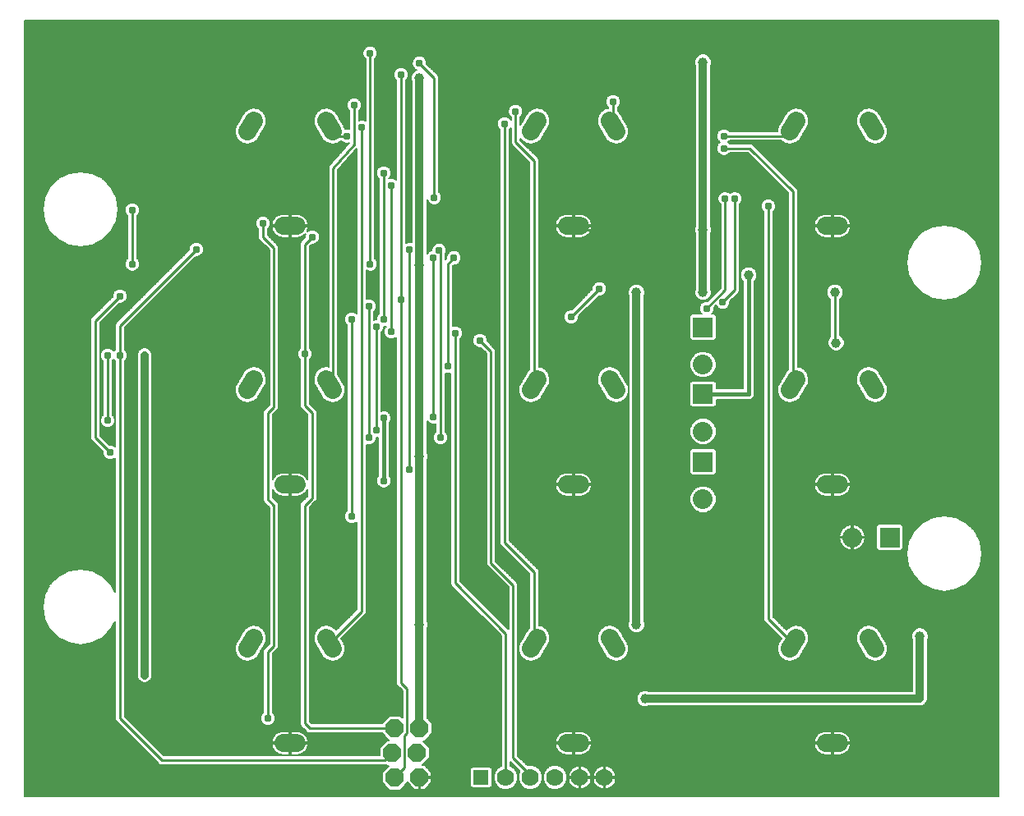
<source format=gbl>
G75*
%MOIN*%
%OFA0B0*%
%FSLAX24Y24*%
%IPPOS*%
%LPD*%
%AMOC8*
5,1,8,0,0,1.08239X$1,22.5*
%
%ADD10R,0.0800X0.0800*%
%ADD11C,0.0800*%
%ADD12R,0.0594X0.0594*%
%ADD13C,0.0700*%
%ADD14OC8,0.0740*%
%ADD15C,0.0720*%
%ADD16C,0.0100*%
%ADD17C,0.0310*%
%ADD18C,0.0320*%
%ADD19C,0.0396*%
%ADD20C,0.0050*%
%ADD21C,0.0160*%
D10*
X028940Y014127D03*
X028940Y016882D03*
X028940Y019595D03*
X036510Y011062D03*
D11*
X034992Y011062D03*
X028940Y012609D03*
X028940Y015364D03*
X028940Y018077D03*
D12*
X019940Y001312D03*
D13*
X020940Y001312D03*
X021940Y001312D03*
X022940Y001312D03*
X023940Y001312D03*
X024940Y001312D03*
D14*
X017440Y001312D03*
X016440Y001312D03*
X016340Y002312D03*
X017340Y002312D03*
X017440Y003312D03*
X016440Y003312D03*
D15*
X012455Y002712D02*
X011925Y002712D01*
X010458Y006533D02*
X010722Y006991D01*
X013658Y006991D02*
X013922Y006533D01*
X012455Y013212D02*
X011925Y013212D01*
X010458Y017033D02*
X010722Y017491D01*
X013658Y017491D02*
X013922Y017033D01*
X021958Y017033D02*
X022222Y017491D01*
X025158Y017491D02*
X025422Y017033D01*
X023955Y013212D02*
X023425Y013212D01*
X022222Y006991D02*
X021958Y006533D01*
X025158Y006991D02*
X025422Y006533D01*
X023955Y002712D02*
X023425Y002712D01*
X032458Y006533D02*
X032722Y006991D01*
X035658Y006991D02*
X035922Y006533D01*
X034455Y002712D02*
X033925Y002712D01*
X033925Y013212D02*
X034455Y013212D01*
X035922Y017033D02*
X035658Y017491D01*
X032722Y017491D02*
X032458Y017033D01*
X033925Y023712D02*
X034455Y023712D01*
X035922Y027533D02*
X035658Y027991D01*
X032722Y027991D02*
X032458Y027533D01*
X025422Y027533D02*
X025158Y027991D01*
X022222Y027991D02*
X021958Y027533D01*
X023425Y023712D02*
X023955Y023712D01*
X013922Y027533D02*
X013658Y027991D01*
X010722Y027991D02*
X010458Y027533D01*
X011925Y023712D02*
X012455Y023712D01*
D16*
X013090Y023262D02*
X012790Y022962D01*
X012790Y018512D01*
X012790Y018412D01*
X012790Y016412D01*
X013090Y016112D01*
X013090Y012662D01*
X012790Y012362D01*
X012790Y003512D01*
X012990Y003312D01*
X016440Y003312D01*
X016840Y003012D02*
X016940Y003112D01*
X016940Y004912D01*
X016690Y005162D01*
X016690Y020712D01*
X016690Y029862D01*
X017440Y030312D02*
X018040Y029712D01*
X018040Y024862D01*
X016290Y025362D02*
X016290Y019412D01*
X015990Y019912D02*
X015990Y025862D01*
X014790Y027012D02*
X014790Y028612D01*
X015090Y027712D02*
X015090Y008062D01*
X013790Y006762D01*
X011540Y006662D02*
X011290Y006412D01*
X011290Y003712D01*
X011540Y006662D02*
X011540Y012362D01*
X011290Y012612D01*
X011290Y016112D01*
X011540Y016362D01*
X011540Y022812D01*
X011090Y023262D01*
X011090Y023812D01*
X008390Y022762D02*
X005290Y019662D01*
X005290Y018462D01*
X005290Y003712D01*
X006990Y002012D01*
X016040Y002012D01*
X016340Y002312D01*
X016840Y001712D02*
X016840Y003012D01*
X016840Y001712D02*
X016440Y001312D01*
X020940Y001312D02*
X020940Y007162D01*
X018890Y009212D01*
X018890Y019362D01*
X019890Y019062D02*
X020340Y018612D01*
X020340Y010012D01*
X021240Y009112D01*
X021240Y002112D01*
X021940Y001412D01*
X021940Y001312D01*
X022090Y006762D02*
X022090Y009662D01*
X020890Y010862D01*
X020890Y027862D01*
X021340Y028362D02*
X021340Y027112D01*
X022090Y026362D01*
X022090Y017262D01*
X023590Y020012D02*
X024740Y021162D01*
X024590Y023562D02*
X023840Y023562D01*
X023690Y023712D01*
X025290Y027762D02*
X025290Y028762D01*
X029790Y027362D02*
X032190Y027362D01*
X032590Y027762D01*
X030840Y026862D02*
X032590Y025112D01*
X032590Y017262D01*
X034290Y018962D02*
X034340Y018962D01*
X034290Y018962D02*
X034290Y021012D01*
X030240Y021112D02*
X030240Y024812D01*
X029840Y024812D02*
X029840Y021112D01*
X029090Y020362D01*
X029740Y020612D02*
X030240Y021112D01*
X031590Y024512D02*
X031590Y007762D01*
X032590Y006762D01*
X018290Y015112D02*
X018290Y022662D01*
X018240Y022712D01*
X017990Y022412D02*
X017990Y015962D01*
X018590Y018012D02*
X018590Y022162D01*
X018840Y022412D01*
X017040Y022762D02*
X017040Y013812D01*
X015390Y015112D02*
X015390Y020462D01*
X014690Y019912D02*
X014690Y011912D01*
X015690Y015412D02*
X015690Y019612D01*
X013940Y017412D02*
X013940Y026062D01*
X014790Y027012D01*
X014490Y027362D02*
X014190Y027362D01*
X013790Y027762D01*
X015440Y030712D02*
X015440Y022162D01*
X013940Y017412D02*
X013790Y017262D01*
X005790Y022162D02*
X005790Y024362D01*
X005290Y020862D02*
X004290Y019862D01*
X004290Y015112D01*
X004890Y014512D01*
X004790Y015812D02*
X004790Y018462D01*
X029790Y026862D02*
X030840Y026862D01*
D17*
X029790Y026862D03*
X029790Y027362D03*
X029840Y024812D03*
X030240Y024812D03*
X031590Y024512D03*
X029740Y020612D03*
X029090Y020362D03*
X024740Y021162D03*
X023590Y020012D03*
X019890Y019062D03*
X018890Y019362D03*
X018590Y018012D03*
X016290Y019412D03*
X015990Y019912D03*
X015690Y019612D03*
X014690Y019912D03*
X015390Y020462D03*
X016690Y020712D03*
X015440Y022162D03*
X017040Y022762D03*
X017990Y022412D03*
X018240Y022712D03*
X018840Y022412D03*
X018040Y024862D03*
X016290Y025362D03*
X015990Y025862D03*
X014490Y027362D03*
X015090Y027712D03*
X014790Y028612D03*
X016690Y029862D03*
X017440Y030312D03*
X015440Y030712D03*
X020890Y027862D03*
X021340Y028362D03*
X025290Y028762D03*
X024590Y023562D03*
X017990Y015962D03*
X018290Y015112D03*
X017040Y013812D03*
X015990Y013362D03*
X015390Y015112D03*
X015690Y015412D03*
X015990Y015912D03*
X012790Y018512D03*
X008390Y022762D03*
X011090Y023812D03*
X013090Y023262D03*
X006290Y018462D03*
X005290Y018462D03*
X004790Y018462D03*
X005290Y020862D03*
X005790Y022162D03*
X005790Y024362D03*
X004790Y015812D03*
X004890Y014512D03*
X006290Y015362D03*
X006290Y011062D03*
X006290Y005462D03*
X011290Y003712D03*
X014690Y011912D03*
D18*
X017440Y014362D02*
X017440Y007512D01*
X017440Y003312D01*
X026240Y007512D02*
X026240Y021012D01*
X028940Y021012D02*
X028940Y023562D01*
X028940Y030362D01*
X017440Y029712D02*
X017440Y022112D01*
X017440Y014362D01*
X006290Y015362D02*
X006290Y011062D01*
X006290Y005462D01*
X006290Y015362D02*
X006290Y018462D01*
X026590Y004512D02*
X037740Y004512D01*
X037740Y007062D01*
D19*
X037740Y007062D03*
X026590Y004512D03*
X026240Y007512D03*
X017440Y007512D03*
X017440Y014362D03*
X026240Y021012D03*
X028940Y021012D03*
X030790Y021712D03*
X028940Y023562D03*
X034290Y021012D03*
X034340Y018962D03*
X028940Y030362D03*
X017440Y029712D03*
X017440Y022112D03*
D20*
X001440Y032062D02*
X001440Y000562D01*
X040940Y000562D01*
X040940Y032062D01*
X001440Y032062D01*
X001440Y032032D02*
X040940Y032032D01*
X040940Y031983D02*
X001440Y031983D01*
X001440Y031935D02*
X040940Y031935D01*
X040940Y031886D02*
X001440Y031886D01*
X001440Y031838D02*
X040940Y031838D01*
X040940Y031789D02*
X001440Y031789D01*
X001440Y031741D02*
X040940Y031741D01*
X040940Y031692D02*
X001440Y031692D01*
X001440Y031644D02*
X040940Y031644D01*
X040940Y031595D02*
X001440Y031595D01*
X001440Y031547D02*
X040940Y031547D01*
X040940Y031498D02*
X001440Y031498D01*
X001440Y031450D02*
X040940Y031450D01*
X040940Y031401D02*
X001440Y031401D01*
X001440Y031353D02*
X040940Y031353D01*
X040940Y031304D02*
X001440Y031304D01*
X001440Y031256D02*
X040940Y031256D01*
X040940Y031207D02*
X001440Y031207D01*
X001440Y031159D02*
X040940Y031159D01*
X040940Y031110D02*
X001440Y031110D01*
X001440Y031062D02*
X040940Y031062D01*
X040940Y031013D02*
X001440Y031013D01*
X001440Y030965D02*
X015267Y030965D01*
X015270Y030967D02*
X015185Y030882D01*
X015140Y030772D01*
X015140Y030653D01*
X015185Y030542D01*
X015245Y030483D01*
X015245Y027973D01*
X015149Y028012D01*
X015030Y028012D01*
X014985Y027994D01*
X014985Y028383D01*
X015044Y028442D01*
X015090Y028553D01*
X015090Y028672D01*
X015044Y028782D01*
X015245Y028782D01*
X015245Y028734D02*
X015064Y028734D01*
X015044Y028782D02*
X014960Y028867D01*
X014849Y028912D01*
X014730Y028912D01*
X014620Y028867D01*
X014535Y028782D01*
X001440Y028782D01*
X001440Y028734D02*
X014515Y028734D01*
X014535Y028782D02*
X014490Y028672D01*
X014490Y028553D01*
X014535Y028442D01*
X014595Y028383D01*
X014595Y027644D01*
X014549Y027662D01*
X014430Y027662D01*
X014415Y027656D01*
X014410Y027698D01*
X014044Y028331D01*
X013885Y028454D01*
X013691Y028506D01*
X013492Y028479D01*
X013318Y028379D01*
X013195Y028220D01*
X013143Y028026D01*
X013170Y027826D01*
X013535Y027193D01*
X013694Y027071D01*
X013888Y027019D01*
X014088Y027045D01*
X014262Y027146D01*
X014270Y027157D01*
X014320Y027108D01*
X014430Y027062D01*
X014549Y027062D01*
X014586Y027078D01*
X013798Y026196D01*
X013745Y026143D01*
X013745Y026137D01*
X013740Y026132D01*
X013745Y026057D01*
X013745Y017991D01*
X013691Y018006D01*
X013492Y017979D01*
X013318Y017879D01*
X013195Y017720D01*
X013143Y017526D01*
X013170Y017326D01*
X013535Y016693D01*
X013694Y016571D01*
X013888Y016519D01*
X014088Y016545D01*
X014262Y016646D01*
X014384Y016805D01*
X014436Y016999D01*
X014410Y017198D01*
X014135Y017675D01*
X014135Y025988D01*
X014895Y026837D01*
X014895Y020132D01*
X014860Y020167D01*
X014749Y020212D01*
X014630Y020212D01*
X014520Y020167D01*
X014435Y020082D01*
X014390Y019972D01*
X014390Y019853D01*
X014435Y019742D01*
X014495Y019683D01*
X014495Y012142D01*
X014435Y012082D01*
X014390Y011972D01*
X014390Y011853D01*
X014435Y011742D01*
X014520Y011658D01*
X014630Y011612D01*
X014749Y011612D01*
X014860Y011658D01*
X014895Y011693D01*
X014895Y008143D01*
X014058Y007307D01*
X014044Y007331D01*
X013885Y007454D01*
X013691Y007506D01*
X013492Y007479D01*
X013318Y007379D01*
X013195Y007220D01*
X013143Y007026D01*
X013170Y006826D01*
X013535Y006193D01*
X013694Y006071D01*
X013888Y006019D01*
X014088Y006045D01*
X014262Y006146D01*
X014384Y006305D01*
X014436Y006499D01*
X014410Y006698D01*
X014260Y006957D01*
X015285Y007982D01*
X015285Y014831D01*
X015330Y014812D01*
X015449Y014812D01*
X015560Y014858D01*
X015644Y014942D01*
X015690Y015053D01*
X015690Y015112D01*
X015749Y015112D01*
X015765Y015119D01*
X015765Y013562D01*
X015735Y013532D01*
X015690Y013422D01*
X015690Y013303D01*
X015735Y013192D01*
X015820Y013108D01*
X015930Y013062D01*
X016049Y013062D01*
X016160Y013108D01*
X016244Y013192D01*
X016290Y013303D01*
X016290Y013422D01*
X016244Y013532D01*
X016215Y013562D01*
X016215Y015713D01*
X016244Y015742D01*
X016290Y015853D01*
X016290Y015972D01*
X016244Y016082D01*
X016160Y016167D01*
X016049Y016212D01*
X015930Y016212D01*
X015885Y016194D01*
X015885Y019383D01*
X015944Y019442D01*
X015990Y019553D01*
X015990Y019612D01*
X016049Y019612D01*
X016077Y019624D01*
X016035Y019582D01*
X015990Y019472D01*
X015990Y019353D01*
X016035Y019242D01*
X016120Y019158D01*
X016230Y019112D01*
X016349Y019112D01*
X016460Y019158D01*
X016495Y019193D01*
X016495Y005082D01*
X016745Y004832D01*
X016745Y003736D01*
X016653Y003827D01*
X016226Y003827D01*
X015925Y003526D01*
X015925Y003507D01*
X013070Y003507D01*
X012985Y003593D01*
X012985Y012282D01*
X013170Y012467D01*
X013285Y012582D01*
X013285Y016193D01*
X013170Y016307D01*
X012985Y016493D01*
X012985Y018283D01*
X013044Y018342D01*
X013090Y018453D01*
X013090Y018572D01*
X013044Y018682D01*
X012985Y018742D01*
X012985Y022882D01*
X013065Y022962D01*
X013745Y022962D01*
X013745Y022914D02*
X013016Y022914D01*
X012985Y022865D02*
X013745Y022865D01*
X013745Y022817D02*
X012985Y022817D01*
X012985Y022768D02*
X013745Y022768D01*
X013745Y022720D02*
X012985Y022720D01*
X012985Y022671D02*
X013745Y022671D01*
X013745Y022623D02*
X012985Y022623D01*
X012985Y022574D02*
X013745Y022574D01*
X013745Y022526D02*
X012985Y022526D01*
X012985Y022477D02*
X013745Y022477D01*
X013745Y022429D02*
X012985Y022429D01*
X012985Y022380D02*
X013745Y022380D01*
X013745Y022332D02*
X012985Y022332D01*
X012985Y022283D02*
X013745Y022283D01*
X013745Y022235D02*
X012985Y022235D01*
X012985Y022186D02*
X013745Y022186D01*
X013745Y022138D02*
X012985Y022138D01*
X012985Y022089D02*
X013745Y022089D01*
X013745Y022041D02*
X012985Y022041D01*
X012985Y021992D02*
X013745Y021992D01*
X013745Y021944D02*
X012985Y021944D01*
X012985Y021895D02*
X013745Y021895D01*
X013745Y021847D02*
X012985Y021847D01*
X012985Y021798D02*
X013745Y021798D01*
X013745Y021750D02*
X012985Y021750D01*
X012985Y021701D02*
X013745Y021701D01*
X013745Y021653D02*
X012985Y021653D01*
X012985Y021604D02*
X013745Y021604D01*
X013745Y021556D02*
X012985Y021556D01*
X012985Y021507D02*
X013745Y021507D01*
X013745Y021459D02*
X012985Y021459D01*
X012985Y021410D02*
X013745Y021410D01*
X013745Y021362D02*
X012985Y021362D01*
X012985Y021313D02*
X013745Y021313D01*
X013745Y021265D02*
X012985Y021265D01*
X012985Y021216D02*
X013745Y021216D01*
X013745Y021168D02*
X012985Y021168D01*
X012985Y021119D02*
X013745Y021119D01*
X013745Y021071D02*
X012985Y021071D01*
X012985Y021022D02*
X013745Y021022D01*
X013745Y020974D02*
X012985Y020974D01*
X012985Y020925D02*
X013745Y020925D01*
X013745Y020877D02*
X012985Y020877D01*
X012985Y020828D02*
X013745Y020828D01*
X013745Y020780D02*
X012985Y020780D01*
X012985Y020731D02*
X013745Y020731D01*
X013745Y020683D02*
X012985Y020683D01*
X012985Y020634D02*
X013745Y020634D01*
X013745Y020586D02*
X012985Y020586D01*
X012985Y020537D02*
X013745Y020537D01*
X013745Y020489D02*
X012985Y020489D01*
X012985Y020440D02*
X013745Y020440D01*
X013745Y020392D02*
X012985Y020392D01*
X012985Y020343D02*
X013745Y020343D01*
X013745Y020295D02*
X012985Y020295D01*
X012985Y020246D02*
X013745Y020246D01*
X013745Y020198D02*
X012985Y020198D01*
X012985Y020149D02*
X013745Y020149D01*
X013745Y020101D02*
X012985Y020101D01*
X012985Y020052D02*
X013745Y020052D01*
X013745Y020004D02*
X012985Y020004D01*
X012985Y019955D02*
X013745Y019955D01*
X013745Y019907D02*
X012985Y019907D01*
X012985Y019858D02*
X013745Y019858D01*
X013745Y019810D02*
X012985Y019810D01*
X012985Y019761D02*
X013745Y019761D01*
X013745Y019713D02*
X012985Y019713D01*
X012985Y019664D02*
X013745Y019664D01*
X013745Y019616D02*
X012985Y019616D01*
X012985Y019567D02*
X013745Y019567D01*
X013745Y019519D02*
X012985Y019519D01*
X012985Y019470D02*
X013745Y019470D01*
X013745Y019422D02*
X012985Y019422D01*
X012985Y019373D02*
X013745Y019373D01*
X013745Y019325D02*
X012985Y019325D01*
X012985Y019276D02*
X013745Y019276D01*
X013745Y019228D02*
X012985Y019228D01*
X012985Y019179D02*
X013745Y019179D01*
X013745Y019131D02*
X012985Y019131D01*
X012985Y019082D02*
X013745Y019082D01*
X013745Y019034D02*
X012985Y019034D01*
X012985Y018985D02*
X013745Y018985D01*
X013745Y018937D02*
X012985Y018937D01*
X012985Y018888D02*
X013745Y018888D01*
X013745Y018840D02*
X012985Y018840D01*
X012985Y018791D02*
X013745Y018791D01*
X013745Y018743D02*
X012985Y018743D01*
X013032Y018694D02*
X013745Y018694D01*
X013745Y018646D02*
X013059Y018646D01*
X013079Y018597D02*
X013745Y018597D01*
X013745Y018549D02*
X013090Y018549D01*
X013090Y018500D02*
X013745Y018500D01*
X013745Y018452D02*
X013089Y018452D01*
X013069Y018403D02*
X013745Y018403D01*
X013745Y018355D02*
X013049Y018355D01*
X013007Y018306D02*
X013745Y018306D01*
X013745Y018258D02*
X012985Y018258D01*
X012985Y018209D02*
X013745Y018209D01*
X013745Y018161D02*
X012985Y018161D01*
X012985Y018112D02*
X013745Y018112D01*
X013745Y018064D02*
X012985Y018064D01*
X012985Y018015D02*
X013745Y018015D01*
X013469Y017967D02*
X012985Y017967D01*
X012985Y017918D02*
X013385Y017918D01*
X013310Y017870D02*
X012985Y017870D01*
X012985Y017821D02*
X013273Y017821D01*
X013236Y017773D02*
X012985Y017773D01*
X012985Y017724D02*
X013199Y017724D01*
X013183Y017676D02*
X012985Y017676D01*
X012985Y017627D02*
X013170Y017627D01*
X013157Y017579D02*
X012985Y017579D01*
X012985Y017530D02*
X013144Y017530D01*
X013149Y017482D02*
X012985Y017482D01*
X012985Y017433D02*
X013156Y017433D01*
X013162Y017385D02*
X012985Y017385D01*
X012985Y017336D02*
X013168Y017336D01*
X013192Y017288D02*
X012985Y017288D01*
X012985Y017239D02*
X013220Y017239D01*
X013248Y017191D02*
X012985Y017191D01*
X012985Y017142D02*
X013276Y017142D01*
X013304Y017094D02*
X012985Y017094D01*
X012985Y017045D02*
X013332Y017045D01*
X013360Y016997D02*
X012985Y016997D01*
X012985Y016948D02*
X013388Y016948D01*
X013416Y016900D02*
X012985Y016900D01*
X012985Y016851D02*
X013444Y016851D01*
X013472Y016803D02*
X012985Y016803D01*
X012985Y016754D02*
X013500Y016754D01*
X013528Y016705D02*
X012985Y016705D01*
X012985Y016657D02*
X013582Y016657D01*
X013646Y016608D02*
X012985Y016608D01*
X012985Y016560D02*
X013736Y016560D01*
X014113Y016560D02*
X014495Y016560D01*
X014495Y016608D02*
X014197Y016608D01*
X014270Y016657D02*
X014495Y016657D01*
X014495Y016705D02*
X014307Y016705D01*
X014345Y016754D02*
X014495Y016754D01*
X014495Y016803D02*
X014382Y016803D01*
X014396Y016851D02*
X014495Y016851D01*
X014495Y016900D02*
X014409Y016900D01*
X014422Y016948D02*
X014495Y016948D01*
X014495Y016997D02*
X014435Y016997D01*
X014430Y017045D02*
X014495Y017045D01*
X014495Y017094D02*
X014423Y017094D01*
X014417Y017142D02*
X014495Y017142D01*
X014495Y017191D02*
X014411Y017191D01*
X014386Y017239D02*
X014495Y017239D01*
X014495Y017288D02*
X014358Y017288D01*
X014330Y017336D02*
X014495Y017336D01*
X014495Y017385D02*
X014302Y017385D01*
X014274Y017433D02*
X014495Y017433D01*
X014495Y017482D02*
X014246Y017482D01*
X014218Y017530D02*
X014495Y017530D01*
X014495Y017579D02*
X014190Y017579D01*
X014162Y017627D02*
X014495Y017627D01*
X014495Y017676D02*
X014135Y017676D01*
X014135Y017724D02*
X014495Y017724D01*
X014495Y017773D02*
X014135Y017773D01*
X014135Y017821D02*
X014495Y017821D01*
X014495Y017870D02*
X014135Y017870D01*
X014135Y017918D02*
X014495Y017918D01*
X014495Y017967D02*
X014135Y017967D01*
X014135Y018015D02*
X014495Y018015D01*
X014495Y018064D02*
X014135Y018064D01*
X014135Y018112D02*
X014495Y018112D01*
X014495Y018161D02*
X014135Y018161D01*
X014135Y018209D02*
X014495Y018209D01*
X014495Y018258D02*
X014135Y018258D01*
X014135Y018306D02*
X014495Y018306D01*
X014495Y018355D02*
X014135Y018355D01*
X014135Y018403D02*
X014495Y018403D01*
X014495Y018452D02*
X014135Y018452D01*
X014135Y018500D02*
X014495Y018500D01*
X014495Y018549D02*
X014135Y018549D01*
X014135Y018597D02*
X014495Y018597D01*
X014495Y018646D02*
X014135Y018646D01*
X014135Y018694D02*
X014495Y018694D01*
X014495Y018743D02*
X014135Y018743D01*
X014135Y018791D02*
X014495Y018791D01*
X014495Y018840D02*
X014135Y018840D01*
X014135Y018888D02*
X014495Y018888D01*
X014495Y018937D02*
X014135Y018937D01*
X014135Y018985D02*
X014495Y018985D01*
X014495Y019034D02*
X014135Y019034D01*
X014135Y019082D02*
X014495Y019082D01*
X014495Y019131D02*
X014135Y019131D01*
X014135Y019179D02*
X014495Y019179D01*
X014495Y019228D02*
X014135Y019228D01*
X014135Y019276D02*
X014495Y019276D01*
X014495Y019325D02*
X014135Y019325D01*
X014135Y019373D02*
X014495Y019373D01*
X014495Y019422D02*
X014135Y019422D01*
X014135Y019470D02*
X014495Y019470D01*
X014495Y019519D02*
X014135Y019519D01*
X014135Y019567D02*
X014495Y019567D01*
X014495Y019616D02*
X014135Y019616D01*
X014135Y019664D02*
X014495Y019664D01*
X014465Y019713D02*
X014135Y019713D01*
X014135Y019761D02*
X014428Y019761D01*
X014408Y019810D02*
X014135Y019810D01*
X014135Y019858D02*
X014390Y019858D01*
X014390Y019907D02*
X014135Y019907D01*
X014135Y019955D02*
X014390Y019955D01*
X014403Y020004D02*
X014135Y020004D01*
X014135Y020052D02*
X014423Y020052D01*
X014453Y020101D02*
X014135Y020101D01*
X014135Y020149D02*
X014502Y020149D01*
X014594Y020198D02*
X014135Y020198D01*
X014135Y020246D02*
X014895Y020246D01*
X014895Y020198D02*
X014785Y020198D01*
X014877Y020149D02*
X014895Y020149D01*
X014895Y020295D02*
X014135Y020295D01*
X014135Y020343D02*
X014895Y020343D01*
X014895Y020392D02*
X014135Y020392D01*
X014135Y020440D02*
X014895Y020440D01*
X014895Y020489D02*
X014135Y020489D01*
X014135Y020537D02*
X014895Y020537D01*
X014895Y020586D02*
X014135Y020586D01*
X014135Y020634D02*
X014895Y020634D01*
X014895Y020683D02*
X014135Y020683D01*
X014135Y020731D02*
X014895Y020731D01*
X014895Y020780D02*
X014135Y020780D01*
X014135Y020828D02*
X014895Y020828D01*
X014895Y020877D02*
X014135Y020877D01*
X014135Y020925D02*
X014895Y020925D01*
X014895Y020974D02*
X014135Y020974D01*
X014135Y021022D02*
X014895Y021022D01*
X014895Y021071D02*
X014135Y021071D01*
X014135Y021119D02*
X014895Y021119D01*
X014895Y021168D02*
X014135Y021168D01*
X014135Y021216D02*
X014895Y021216D01*
X014895Y021265D02*
X014135Y021265D01*
X014135Y021313D02*
X014895Y021313D01*
X014895Y021362D02*
X014135Y021362D01*
X014135Y021410D02*
X014895Y021410D01*
X014895Y021459D02*
X014135Y021459D01*
X014135Y021507D02*
X014895Y021507D01*
X014895Y021556D02*
X014135Y021556D01*
X014135Y021604D02*
X014895Y021604D01*
X014895Y021653D02*
X014135Y021653D01*
X014135Y021701D02*
X014895Y021701D01*
X014895Y021750D02*
X014135Y021750D01*
X014135Y021798D02*
X014895Y021798D01*
X014895Y021847D02*
X014135Y021847D01*
X014135Y021895D02*
X014895Y021895D01*
X014895Y021944D02*
X014135Y021944D01*
X014135Y021992D02*
X014895Y021992D01*
X014895Y022041D02*
X014135Y022041D01*
X014135Y022089D02*
X014895Y022089D01*
X014895Y022138D02*
X014135Y022138D01*
X014135Y022186D02*
X014895Y022186D01*
X014895Y022235D02*
X014135Y022235D01*
X014135Y022283D02*
X014895Y022283D01*
X014895Y022332D02*
X014135Y022332D01*
X014135Y022380D02*
X014895Y022380D01*
X014895Y022429D02*
X014135Y022429D01*
X014135Y022477D02*
X014895Y022477D01*
X014895Y022526D02*
X014135Y022526D01*
X014135Y022574D02*
X014895Y022574D01*
X014895Y022623D02*
X014135Y022623D01*
X014135Y022671D02*
X014895Y022671D01*
X014895Y022720D02*
X014135Y022720D01*
X014135Y022768D02*
X014895Y022768D01*
X014895Y022817D02*
X014135Y022817D01*
X014135Y022865D02*
X014895Y022865D01*
X014895Y022914D02*
X014135Y022914D01*
X014135Y022962D02*
X014895Y022962D01*
X014895Y023011D02*
X014135Y023011D01*
X014135Y023059D02*
X014895Y023059D01*
X014895Y023108D02*
X014135Y023108D01*
X014135Y023156D02*
X014895Y023156D01*
X014895Y023205D02*
X014135Y023205D01*
X014135Y023253D02*
X014895Y023253D01*
X014895Y023302D02*
X014135Y023302D01*
X014135Y023350D02*
X014895Y023350D01*
X014895Y023399D02*
X014135Y023399D01*
X014135Y023447D02*
X014895Y023447D01*
X014895Y023496D02*
X014135Y023496D01*
X014135Y023544D02*
X014895Y023544D01*
X014895Y023593D02*
X014135Y023593D01*
X014135Y023641D02*
X014895Y023641D01*
X014895Y023690D02*
X014135Y023690D01*
X014135Y023738D02*
X014895Y023738D01*
X014895Y023787D02*
X014135Y023787D01*
X014135Y023835D02*
X014895Y023835D01*
X014895Y023884D02*
X014135Y023884D01*
X014135Y023932D02*
X014895Y023932D01*
X014895Y023981D02*
X014135Y023981D01*
X014135Y024029D02*
X014895Y024029D01*
X014895Y024078D02*
X014135Y024078D01*
X014135Y024126D02*
X014895Y024126D01*
X014895Y024175D02*
X014135Y024175D01*
X014135Y024223D02*
X014895Y024223D01*
X014895Y024272D02*
X014135Y024272D01*
X014135Y024320D02*
X014895Y024320D01*
X014895Y024369D02*
X014135Y024369D01*
X014135Y024417D02*
X014895Y024417D01*
X014895Y024466D02*
X014135Y024466D01*
X014135Y024514D02*
X014895Y024514D01*
X014895Y024563D02*
X014135Y024563D01*
X014135Y024611D02*
X014895Y024611D01*
X014895Y024660D02*
X014135Y024660D01*
X014135Y024708D02*
X014895Y024708D01*
X014895Y024757D02*
X014135Y024757D01*
X014135Y024805D02*
X014895Y024805D01*
X014895Y024854D02*
X014135Y024854D01*
X014135Y024902D02*
X014895Y024902D01*
X014895Y024951D02*
X014135Y024951D01*
X014135Y024999D02*
X014895Y024999D01*
X014895Y025048D02*
X014135Y025048D01*
X014135Y025096D02*
X014895Y025096D01*
X014895Y025145D02*
X014135Y025145D01*
X014135Y025193D02*
X014895Y025193D01*
X014895Y025242D02*
X014135Y025242D01*
X014135Y025290D02*
X014895Y025290D01*
X014895Y025339D02*
X014135Y025339D01*
X014135Y025387D02*
X014895Y025387D01*
X014895Y025436D02*
X014135Y025436D01*
X014135Y025484D02*
X014895Y025484D01*
X014895Y025533D02*
X014135Y025533D01*
X014135Y025581D02*
X014895Y025581D01*
X014895Y025630D02*
X014135Y025630D01*
X014135Y025678D02*
X014895Y025678D01*
X014895Y025727D02*
X014135Y025727D01*
X014135Y025775D02*
X014895Y025775D01*
X014895Y025824D02*
X014135Y025824D01*
X014135Y025872D02*
X014895Y025872D01*
X014895Y025921D02*
X014135Y025921D01*
X014135Y025969D02*
X014895Y025969D01*
X014895Y026018D02*
X014161Y026018D01*
X014205Y026066D02*
X014895Y026066D01*
X014895Y026115D02*
X014248Y026115D01*
X014291Y026163D02*
X014895Y026163D01*
X014895Y026212D02*
X014335Y026212D01*
X014378Y026260D02*
X014895Y026260D01*
X014895Y026309D02*
X014421Y026309D01*
X014465Y026357D02*
X014895Y026357D01*
X014895Y026406D02*
X014508Y026406D01*
X014552Y026454D02*
X014895Y026454D01*
X014895Y026503D02*
X014595Y026503D01*
X014638Y026551D02*
X014895Y026551D01*
X014895Y026600D02*
X014682Y026600D01*
X014725Y026648D02*
X014895Y026648D01*
X014895Y026697D02*
X014769Y026697D01*
X014812Y026745D02*
X014895Y026745D01*
X014895Y026794D02*
X014855Y026794D01*
X014549Y027036D02*
X014017Y027036D01*
X014156Y027085D02*
X014376Y027085D01*
X014295Y027133D02*
X014240Y027133D01*
X014462Y026939D02*
X001440Y026939D01*
X001440Y026891D02*
X014419Y026891D01*
X014376Y026842D02*
X001440Y026842D01*
X001440Y026794D02*
X014332Y026794D01*
X014289Y026745D02*
X001440Y026745D01*
X001440Y026697D02*
X014245Y026697D01*
X014202Y026648D02*
X001440Y026648D01*
X001440Y026600D02*
X014159Y026600D01*
X014115Y026551D02*
X001440Y026551D01*
X001440Y026503D02*
X014072Y026503D01*
X014028Y026454D02*
X001440Y026454D01*
X001440Y026406D02*
X013985Y026406D01*
X013942Y026357D02*
X001440Y026357D01*
X001440Y026309D02*
X013898Y026309D01*
X013855Y026260D02*
X001440Y026260D01*
X001440Y026212D02*
X013811Y026212D01*
X013764Y026163D02*
X001440Y026163D01*
X001440Y026115D02*
X013741Y026115D01*
X013744Y026066D02*
X001440Y026066D01*
X001440Y026018D02*
X013745Y026018D01*
X013745Y025969D02*
X001440Y025969D01*
X001440Y025921D02*
X003640Y025921D01*
X003690Y025928D02*
X003212Y025853D01*
X002781Y025633D01*
X002440Y025292D01*
X002440Y025292D01*
X002220Y024861D01*
X002145Y024383D01*
X002220Y023906D01*
X002440Y023475D01*
X002781Y023133D01*
X003212Y022914D01*
X003690Y022838D01*
X004167Y022914D01*
X004167Y022914D01*
X004598Y023133D01*
X004940Y023475D01*
X004940Y023475D01*
X005159Y023906D01*
X005235Y024383D01*
X005159Y024861D01*
X004940Y025292D01*
X004598Y025633D01*
X004167Y025853D01*
X003690Y025928D01*
X003690Y025928D01*
X003739Y025921D02*
X013745Y025921D01*
X013745Y025872D02*
X004046Y025872D01*
X004167Y025853D02*
X004167Y025853D01*
X004224Y025824D02*
X013745Y025824D01*
X013745Y025775D02*
X004320Y025775D01*
X004415Y025727D02*
X013745Y025727D01*
X013745Y025678D02*
X004510Y025678D01*
X004598Y025633D02*
X004598Y025633D01*
X004602Y025630D02*
X013745Y025630D01*
X013745Y025581D02*
X004650Y025581D01*
X004699Y025533D02*
X013745Y025533D01*
X013745Y025484D02*
X004747Y025484D01*
X004796Y025436D02*
X013745Y025436D01*
X013745Y025387D02*
X004844Y025387D01*
X004893Y025339D02*
X013745Y025339D01*
X013745Y025290D02*
X004940Y025290D01*
X004940Y025292D02*
X004940Y025292D01*
X004965Y025242D02*
X013745Y025242D01*
X013745Y025193D02*
X004990Y025193D01*
X005014Y025145D02*
X013745Y025145D01*
X013745Y025096D02*
X005039Y025096D01*
X005064Y025048D02*
X013745Y025048D01*
X013745Y024999D02*
X005089Y024999D01*
X005113Y024951D02*
X013745Y024951D01*
X013745Y024902D02*
X005138Y024902D01*
X005159Y024861D02*
X005159Y024861D01*
X005160Y024854D02*
X013745Y024854D01*
X013745Y024805D02*
X005168Y024805D01*
X005176Y024757D02*
X013745Y024757D01*
X013745Y024708D02*
X005183Y024708D01*
X005191Y024660D02*
X005723Y024660D01*
X005730Y024662D02*
X005620Y024617D01*
X005535Y024532D01*
X005490Y024422D01*
X005490Y024303D01*
X005535Y024192D01*
X005595Y024133D01*
X005595Y022392D01*
X005535Y022332D01*
X005490Y022222D01*
X005490Y022103D01*
X005535Y021992D01*
X005620Y021908D01*
X005730Y021862D01*
X005849Y021862D01*
X005960Y021908D01*
X006044Y021992D01*
X006090Y022103D01*
X006090Y022222D01*
X006044Y022332D01*
X005985Y022392D01*
X005985Y024133D01*
X006044Y024192D01*
X006090Y024303D01*
X006090Y024422D01*
X006044Y024532D01*
X005960Y024617D01*
X005849Y024662D01*
X005730Y024662D01*
X005856Y024660D02*
X013745Y024660D01*
X013745Y024611D02*
X005965Y024611D01*
X006014Y024563D02*
X013745Y024563D01*
X013745Y024514D02*
X006052Y024514D01*
X006072Y024466D02*
X013745Y024466D01*
X013745Y024417D02*
X006090Y024417D01*
X006090Y024369D02*
X013745Y024369D01*
X013745Y024320D02*
X006090Y024320D01*
X006077Y024272D02*
X013745Y024272D01*
X013745Y024223D02*
X006057Y024223D01*
X006026Y024175D02*
X011777Y024175D01*
X011811Y024185D02*
X011738Y024162D01*
X011670Y024127D01*
X011609Y024082D01*
X011555Y024028D01*
X011510Y023967D01*
X011475Y023899D01*
X011452Y023826D01*
X011440Y023751D01*
X011440Y023737D01*
X012165Y023737D01*
X012165Y023687D01*
X012215Y023687D01*
X012215Y023227D01*
X012493Y023227D01*
X012568Y023239D01*
X012641Y023263D01*
X012709Y023298D01*
X012771Y023342D01*
X012817Y023389D01*
X012790Y023322D01*
X012790Y023238D01*
X012595Y023043D01*
X012595Y018742D01*
X012535Y018682D01*
X012490Y018572D01*
X012490Y018453D01*
X012535Y018342D01*
X012595Y018283D01*
X012595Y016332D01*
X012895Y016032D01*
X012895Y013417D01*
X012869Y013467D01*
X012825Y013528D01*
X012771Y013582D01*
X012709Y013627D01*
X012641Y013662D01*
X012568Y013685D01*
X012493Y013697D01*
X012215Y013697D01*
X012215Y013237D01*
X012165Y013237D01*
X012165Y013697D01*
X011886Y013697D01*
X011811Y013685D01*
X011738Y013662D01*
X011670Y013627D01*
X011609Y013582D01*
X011555Y013528D01*
X011510Y013467D01*
X011485Y013417D01*
X011485Y016032D01*
X011620Y016167D01*
X011735Y016282D01*
X011735Y022893D01*
X011620Y023007D01*
X011285Y023343D01*
X011285Y023583D01*
X011344Y023642D01*
X011390Y023753D01*
X011390Y023872D01*
X011344Y023982D01*
X011260Y024067D01*
X011149Y024112D01*
X011030Y024112D01*
X010920Y024067D01*
X010835Y023982D01*
X010790Y023872D01*
X010790Y023753D01*
X010835Y023642D01*
X010895Y023583D01*
X010895Y023182D01*
X011345Y022732D01*
X011345Y016443D01*
X011095Y016193D01*
X011095Y012532D01*
X011209Y012417D01*
X011345Y012282D01*
X011345Y006743D01*
X011095Y006493D01*
X011095Y003942D01*
X011035Y003882D01*
X010990Y003772D01*
X010990Y003653D01*
X011035Y003542D01*
X011120Y003458D01*
X011230Y003412D01*
X011349Y003412D01*
X011460Y003458D01*
X011544Y003542D01*
X011590Y003653D01*
X011590Y003772D01*
X011544Y003882D01*
X011485Y003942D01*
X011485Y006332D01*
X011620Y006467D01*
X011620Y006467D01*
X011735Y006582D01*
X011735Y012443D01*
X011485Y012693D01*
X011485Y013008D01*
X011510Y012958D01*
X011555Y012896D01*
X011609Y012842D01*
X011670Y012798D01*
X011738Y012763D01*
X011811Y012739D01*
X011886Y012727D01*
X012165Y012727D01*
X012165Y013187D01*
X012215Y013187D01*
X012215Y012727D01*
X012493Y012727D01*
X012568Y012739D01*
X012641Y012763D01*
X012709Y012798D01*
X012771Y012842D01*
X012825Y012896D01*
X012869Y012958D01*
X012895Y013008D01*
X012895Y012743D01*
X012595Y012443D01*
X012595Y003432D01*
X012709Y003317D01*
X012795Y003232D01*
X012909Y003117D01*
X015925Y003117D01*
X015925Y003099D01*
X016196Y002827D01*
X016126Y002827D01*
X015825Y002526D01*
X015825Y002207D01*
X007070Y002207D01*
X005485Y003793D01*
X005485Y018233D01*
X005544Y018292D01*
X005590Y018403D01*
X005985Y018403D01*
X005985Y018355D02*
X005570Y018355D01*
X005590Y018403D02*
X005590Y018522D01*
X005544Y018632D01*
X005485Y018692D01*
X005485Y019582D01*
X008365Y022462D01*
X008449Y022462D01*
X008560Y022508D01*
X008644Y022592D01*
X008690Y022703D01*
X008690Y022822D01*
X008644Y022932D01*
X008560Y023017D01*
X008449Y023062D01*
X008330Y023062D01*
X008220Y023017D01*
X008135Y022932D01*
X008090Y022822D01*
X008090Y022738D01*
X005209Y019857D01*
X005095Y019743D01*
X005095Y018692D01*
X005040Y018637D01*
X004960Y018717D01*
X004849Y018762D01*
X004730Y018762D01*
X004620Y018717D01*
X004535Y018632D01*
X004490Y018522D01*
X004490Y018403D01*
X004485Y018403D01*
X004490Y018403D02*
X004535Y018292D01*
X004595Y018233D01*
X004595Y016042D01*
X004535Y015982D01*
X004490Y015872D01*
X004490Y015753D01*
X004535Y015642D01*
X004620Y015558D01*
X004730Y015512D01*
X004849Y015512D01*
X004960Y015558D01*
X005044Y015642D01*
X005090Y015753D01*
X005090Y015872D01*
X005044Y015982D01*
X004985Y016042D01*
X004985Y018233D01*
X005040Y018288D01*
X005095Y018233D01*
X005095Y014732D01*
X005060Y014767D01*
X004949Y014812D01*
X004865Y014812D01*
X004485Y015193D01*
X004485Y019782D01*
X005265Y020562D01*
X005349Y020562D01*
X005460Y020608D01*
X005544Y020692D01*
X005590Y020803D01*
X005590Y020922D01*
X005544Y021032D01*
X005460Y021117D01*
X005349Y021162D01*
X005230Y021162D01*
X005120Y021117D01*
X005035Y021032D01*
X004990Y020922D01*
X004990Y020838D01*
X004209Y020057D01*
X004095Y019943D01*
X004095Y015032D01*
X004590Y014537D01*
X004590Y014453D01*
X004635Y014342D01*
X004720Y014258D01*
X004830Y014212D01*
X004949Y014212D01*
X005060Y014258D01*
X005095Y014293D01*
X005095Y008845D01*
X004940Y009150D01*
X004598Y009491D01*
X004598Y009491D01*
X004167Y009711D01*
X003690Y009786D01*
X003690Y009786D01*
X003212Y009711D01*
X002781Y009491D01*
X002440Y009150D01*
X002440Y009150D01*
X002220Y008719D01*
X002145Y008241D01*
X002220Y007764D01*
X002440Y007333D01*
X002781Y006991D01*
X002781Y006991D01*
X003212Y006772D01*
X003212Y006772D01*
X003690Y006696D01*
X004167Y006772D01*
X004167Y006772D01*
X004598Y006991D01*
X004940Y007333D01*
X004940Y007333D01*
X005095Y007638D01*
X005095Y003632D01*
X006795Y001932D01*
X006909Y001817D01*
X016106Y001817D01*
X016126Y001797D01*
X016196Y001797D01*
X015925Y001526D01*
X015925Y001099D01*
X016226Y000797D01*
X016653Y000797D01*
X016954Y001098D01*
X017235Y000817D01*
X017415Y000817D01*
X017415Y001287D01*
X017465Y001287D01*
X017465Y001337D01*
X017935Y001337D01*
X017935Y001517D01*
X017645Y001807D01*
X017563Y001807D01*
X017855Y002099D01*
X017855Y002526D01*
X017583Y002797D01*
X017653Y002797D01*
X017955Y003099D01*
X017955Y003526D01*
X017745Y003736D01*
X017745Y007352D01*
X017783Y007444D01*
X017783Y007581D01*
X017745Y007673D01*
X017745Y014202D01*
X017783Y014294D01*
X017783Y014431D01*
X017745Y014523D01*
X018695Y014523D01*
X018695Y014571D02*
X017745Y014571D01*
X017745Y014523D02*
X017745Y015783D01*
X017820Y015708D01*
X017930Y015662D01*
X018049Y015662D01*
X018095Y015681D01*
X018095Y015342D01*
X018035Y015282D01*
X017990Y015172D01*
X017990Y015053D01*
X018035Y014942D01*
X018120Y014858D01*
X018230Y014812D01*
X018349Y014812D01*
X018460Y014858D01*
X018544Y014942D01*
X018590Y015053D01*
X018590Y015172D01*
X018544Y015282D01*
X018485Y015342D01*
X018485Y017731D01*
X018530Y017712D01*
X018649Y017712D01*
X018695Y017731D01*
X018695Y009132D01*
X018809Y009017D01*
X020745Y007082D01*
X020745Y001767D01*
X020659Y001732D01*
X020520Y001593D01*
X020445Y001411D01*
X020445Y001214D01*
X020520Y001032D01*
X020659Y000893D01*
X020841Y000817D01*
X021038Y000817D01*
X021220Y000893D01*
X021359Y001032D01*
X021435Y001214D01*
X021435Y001411D01*
X021359Y001593D01*
X021220Y001732D01*
X021135Y001767D01*
X021309Y001767D01*
X021357Y001719D02*
X021233Y001719D01*
X021282Y001670D02*
X021406Y001670D01*
X021454Y001622D02*
X021330Y001622D01*
X021367Y001573D02*
X021503Y001573D01*
X021509Y001567D02*
X021445Y001411D01*
X021445Y001214D01*
X021520Y001032D01*
X021659Y000893D01*
X021841Y000817D01*
X022038Y000817D01*
X022220Y000893D01*
X022359Y001032D01*
X022435Y001214D01*
X022435Y001411D01*
X022359Y001593D01*
X022220Y001732D01*
X022038Y001807D01*
X021841Y001807D01*
X021826Y001801D01*
X021435Y002193D01*
X021435Y009193D01*
X021320Y009307D01*
X020535Y010093D01*
X020535Y018693D01*
X020190Y019038D01*
X020190Y019122D01*
X020144Y019232D01*
X020060Y019317D01*
X019949Y019362D01*
X019830Y019362D01*
X019720Y019317D01*
X019635Y019232D01*
X019590Y019122D01*
X019590Y019003D01*
X019635Y018892D01*
X019720Y018808D01*
X019830Y018762D01*
X019914Y018762D01*
X020145Y018532D01*
X020145Y009932D01*
X021045Y009032D01*
X021045Y007333D01*
X021020Y007357D01*
X019085Y009293D01*
X019085Y019133D01*
X019144Y019192D01*
X019190Y019303D01*
X019190Y019422D01*
X019144Y019532D01*
X019060Y019617D01*
X018949Y019662D01*
X018830Y019662D01*
X018785Y019644D01*
X018785Y022082D01*
X018815Y022112D01*
X018899Y022112D01*
X019010Y022158D01*
X019094Y022242D01*
X019140Y022353D01*
X019140Y022472D01*
X019094Y022582D01*
X019010Y022667D01*
X018899Y022712D01*
X018780Y022712D01*
X018670Y022667D01*
X018585Y022582D01*
X018540Y022472D01*
X018540Y022388D01*
X018509Y022357D01*
X018485Y022333D01*
X018485Y022533D01*
X018494Y022542D01*
X018540Y022653D01*
X018540Y022772D01*
X018494Y022882D01*
X018410Y022967D01*
X018299Y023012D01*
X018180Y023012D01*
X018070Y022967D01*
X017985Y022882D01*
X017940Y022772D01*
X017940Y022712D01*
X017930Y022712D01*
X017820Y022667D01*
X017745Y022592D01*
X017745Y024791D01*
X017785Y024692D01*
X017870Y024608D01*
X017980Y024562D01*
X018099Y024562D01*
X018210Y024608D01*
X018294Y024692D01*
X018340Y024803D01*
X018340Y024922D01*
X018294Y025032D01*
X018235Y025092D01*
X018235Y029793D01*
X018120Y029907D01*
X017740Y030288D01*
X017740Y030372D01*
X017694Y030482D01*
X017610Y030567D01*
X017499Y030612D01*
X017380Y030612D01*
X017270Y030567D01*
X017185Y030482D01*
X017140Y030372D01*
X017140Y030253D01*
X017185Y030142D01*
X017270Y030058D01*
X017324Y030036D01*
X017245Y030003D01*
X017149Y029907D01*
X017096Y029781D01*
X017096Y029644D01*
X017135Y029552D01*
X017135Y023048D01*
X017099Y023062D01*
X016980Y023062D01*
X016885Y023023D01*
X016885Y029633D01*
X016944Y029692D01*
X016990Y029803D01*
X016990Y029922D01*
X016944Y030032D01*
X016860Y030117D01*
X016749Y030162D01*
X016630Y030162D01*
X016520Y030117D01*
X016435Y030032D01*
X016390Y029922D01*
X016390Y029803D01*
X016435Y029692D01*
X016495Y029633D01*
X016495Y025582D01*
X016460Y025617D01*
X016349Y025662D01*
X016230Y025662D01*
X016203Y025651D01*
X016244Y025692D01*
X016290Y025803D01*
X016290Y025922D01*
X016244Y026032D01*
X016160Y026117D01*
X016049Y026162D01*
X015930Y026162D01*
X015820Y026117D01*
X015735Y026032D01*
X015690Y025922D01*
X015690Y025803D01*
X015735Y025692D01*
X015795Y025633D01*
X015795Y020142D01*
X015735Y020082D01*
X015690Y019972D01*
X015690Y019912D01*
X015630Y019912D01*
X015585Y019894D01*
X015585Y020233D01*
X015644Y020292D01*
X015690Y020403D01*
X015690Y020522D01*
X015644Y020632D01*
X015560Y020717D01*
X015449Y020762D01*
X015330Y020762D01*
X015285Y020744D01*
X015285Y021902D01*
X015380Y021862D01*
X015499Y021862D01*
X015610Y021908D01*
X015694Y021992D01*
X015740Y022103D01*
X015740Y022222D01*
X015694Y022332D01*
X015635Y022392D01*
X015635Y030483D01*
X015694Y030542D01*
X015740Y030653D01*
X015740Y030772D01*
X015694Y030882D01*
X015610Y030967D01*
X015499Y031012D01*
X015380Y031012D01*
X015270Y030967D01*
X015219Y030916D02*
X001440Y030916D01*
X001440Y030868D02*
X015179Y030868D01*
X015159Y030819D02*
X001440Y030819D01*
X001440Y030771D02*
X015140Y030771D01*
X015140Y030722D02*
X001440Y030722D01*
X001440Y030674D02*
X015140Y030674D01*
X015151Y030625D02*
X001440Y030625D01*
X001440Y030577D02*
X015171Y030577D01*
X015200Y030528D02*
X001440Y030528D01*
X001440Y030480D02*
X015245Y030480D01*
X015245Y030431D02*
X001440Y030431D01*
X001440Y030383D02*
X015245Y030383D01*
X015245Y030334D02*
X001440Y030334D01*
X001440Y030286D02*
X015245Y030286D01*
X015245Y030237D02*
X001440Y030237D01*
X001440Y030189D02*
X015245Y030189D01*
X015245Y030140D02*
X001440Y030140D01*
X001440Y030092D02*
X015245Y030092D01*
X015245Y030043D02*
X001440Y030043D01*
X001440Y029995D02*
X015245Y029995D01*
X015245Y029946D02*
X001440Y029946D01*
X001440Y029898D02*
X015245Y029898D01*
X015245Y029849D02*
X001440Y029849D01*
X001440Y029801D02*
X015245Y029801D01*
X015245Y029752D02*
X001440Y029752D01*
X001440Y029704D02*
X015245Y029704D01*
X015245Y029655D02*
X001440Y029655D01*
X001440Y029607D02*
X015245Y029607D01*
X015245Y029558D02*
X001440Y029558D01*
X001440Y029510D02*
X015245Y029510D01*
X015245Y029461D02*
X001440Y029461D01*
X001440Y029413D02*
X015245Y029413D01*
X015245Y029364D02*
X001440Y029364D01*
X001440Y029316D02*
X015245Y029316D01*
X015245Y029267D02*
X001440Y029267D01*
X001440Y029219D02*
X015245Y029219D01*
X015245Y029170D02*
X001440Y029170D01*
X001440Y029122D02*
X015245Y029122D01*
X015245Y029073D02*
X001440Y029073D01*
X001440Y029025D02*
X015245Y029025D01*
X015245Y028976D02*
X001440Y028976D01*
X001440Y028928D02*
X015245Y028928D01*
X015245Y028879D02*
X014930Y028879D01*
X014996Y028831D02*
X015245Y028831D01*
X015245Y028685D02*
X015084Y028685D01*
X015090Y028637D02*
X015245Y028637D01*
X015245Y028588D02*
X015090Y028588D01*
X015084Y028540D02*
X015245Y028540D01*
X015245Y028491D02*
X015064Y028491D01*
X015044Y028443D02*
X015245Y028443D01*
X015245Y028394D02*
X014996Y028394D01*
X014985Y028346D02*
X015245Y028346D01*
X015245Y028297D02*
X014985Y028297D01*
X014985Y028249D02*
X015245Y028249D01*
X015245Y028200D02*
X014985Y028200D01*
X014985Y028152D02*
X015245Y028152D01*
X015245Y028103D02*
X014985Y028103D01*
X014985Y028055D02*
X015245Y028055D01*
X015245Y028006D02*
X015165Y028006D01*
X015015Y028006D02*
X014985Y028006D01*
X014595Y028006D02*
X014232Y028006D01*
X014260Y027958D02*
X014595Y027958D01*
X014595Y027909D02*
X014288Y027909D01*
X014316Y027861D02*
X014595Y027861D01*
X014595Y027812D02*
X014344Y027812D01*
X014372Y027764D02*
X014595Y027764D01*
X014595Y027715D02*
X014400Y027715D01*
X014414Y027667D02*
X014595Y027667D01*
X014595Y028055D02*
X014204Y028055D01*
X014176Y028103D02*
X014595Y028103D01*
X014595Y028152D02*
X014148Y028152D01*
X014120Y028200D02*
X014595Y028200D01*
X014595Y028249D02*
X014092Y028249D01*
X014064Y028297D02*
X014595Y028297D01*
X014595Y028346D02*
X014026Y028346D01*
X013963Y028394D02*
X014584Y028394D01*
X014535Y028443D02*
X013899Y028443D01*
X013745Y028491D02*
X014515Y028491D01*
X014495Y028540D02*
X001440Y028540D01*
X001440Y028588D02*
X014490Y028588D01*
X014490Y028637D02*
X001440Y028637D01*
X001440Y028685D02*
X014495Y028685D01*
X014583Y028831D02*
X001440Y028831D01*
X001440Y028879D02*
X014649Y028879D01*
X015635Y028879D02*
X016495Y028879D01*
X016495Y028831D02*
X015635Y028831D01*
X015635Y028782D02*
X016495Y028782D01*
X016495Y028734D02*
X015635Y028734D01*
X015635Y028685D02*
X016495Y028685D01*
X016495Y028637D02*
X015635Y028637D01*
X015635Y028588D02*
X016495Y028588D01*
X016495Y028540D02*
X015635Y028540D01*
X015635Y028491D02*
X016495Y028491D01*
X016495Y028443D02*
X015635Y028443D01*
X015635Y028394D02*
X016495Y028394D01*
X016495Y028346D02*
X015635Y028346D01*
X015635Y028297D02*
X016495Y028297D01*
X016495Y028249D02*
X015635Y028249D01*
X015635Y028200D02*
X016495Y028200D01*
X016495Y028152D02*
X015635Y028152D01*
X015635Y028103D02*
X016495Y028103D01*
X016495Y028055D02*
X015635Y028055D01*
X015635Y028006D02*
X016495Y028006D01*
X016495Y027958D02*
X015635Y027958D01*
X015635Y027909D02*
X016495Y027909D01*
X016495Y027861D02*
X015635Y027861D01*
X015635Y027812D02*
X016495Y027812D01*
X016495Y027764D02*
X015635Y027764D01*
X015635Y027715D02*
X016495Y027715D01*
X016495Y027667D02*
X015635Y027667D01*
X015635Y027618D02*
X016495Y027618D01*
X016495Y027570D02*
X015635Y027570D01*
X015635Y027521D02*
X016495Y027521D01*
X016495Y027473D02*
X015635Y027473D01*
X015635Y027424D02*
X016495Y027424D01*
X016495Y027376D02*
X015635Y027376D01*
X015635Y027327D02*
X016495Y027327D01*
X016495Y027279D02*
X015635Y027279D01*
X015635Y027230D02*
X016495Y027230D01*
X016495Y027182D02*
X015635Y027182D01*
X015635Y027133D02*
X016495Y027133D01*
X016495Y027085D02*
X015635Y027085D01*
X015635Y027036D02*
X016495Y027036D01*
X016495Y026988D02*
X015635Y026988D01*
X015635Y026939D02*
X016495Y026939D01*
X016495Y026891D02*
X015635Y026891D01*
X015635Y026842D02*
X016495Y026842D01*
X016495Y026794D02*
X015635Y026794D01*
X015635Y026745D02*
X016495Y026745D01*
X016495Y026697D02*
X015635Y026697D01*
X015635Y026648D02*
X016495Y026648D01*
X016495Y026600D02*
X015635Y026600D01*
X015635Y026551D02*
X016495Y026551D01*
X016495Y026503D02*
X015635Y026503D01*
X015635Y026454D02*
X016495Y026454D01*
X016495Y026406D02*
X015635Y026406D01*
X015635Y026357D02*
X016495Y026357D01*
X016495Y026309D02*
X015635Y026309D01*
X015635Y026260D02*
X016495Y026260D01*
X016495Y026212D02*
X015635Y026212D01*
X015635Y026163D02*
X016495Y026163D01*
X016495Y026115D02*
X016162Y026115D01*
X016210Y026066D02*
X016495Y026066D01*
X016495Y026018D02*
X016250Y026018D01*
X016270Y025969D02*
X016495Y025969D01*
X016495Y025921D02*
X016290Y025921D01*
X016290Y025872D02*
X016495Y025872D01*
X016495Y025824D02*
X016290Y025824D01*
X016278Y025775D02*
X016495Y025775D01*
X016495Y025727D02*
X016258Y025727D01*
X016229Y025678D02*
X016495Y025678D01*
X016495Y025630D02*
X016429Y025630D01*
X016885Y025630D02*
X017135Y025630D01*
X017135Y025678D02*
X016885Y025678D01*
X016885Y025727D02*
X017135Y025727D01*
X017135Y025775D02*
X016885Y025775D01*
X016885Y025824D02*
X017135Y025824D01*
X017135Y025872D02*
X016885Y025872D01*
X016885Y025921D02*
X017135Y025921D01*
X017135Y025969D02*
X016885Y025969D01*
X016885Y026018D02*
X017135Y026018D01*
X017135Y026066D02*
X016885Y026066D01*
X016885Y026115D02*
X017135Y026115D01*
X017135Y026163D02*
X016885Y026163D01*
X016885Y026212D02*
X017135Y026212D01*
X017135Y026260D02*
X016885Y026260D01*
X016885Y026309D02*
X017135Y026309D01*
X017135Y026357D02*
X016885Y026357D01*
X016885Y026406D02*
X017135Y026406D01*
X017135Y026454D02*
X016885Y026454D01*
X016885Y026503D02*
X017135Y026503D01*
X017135Y026551D02*
X016885Y026551D01*
X016885Y026600D02*
X017135Y026600D01*
X017135Y026648D02*
X016885Y026648D01*
X016885Y026697D02*
X017135Y026697D01*
X017135Y026745D02*
X016885Y026745D01*
X016885Y026794D02*
X017135Y026794D01*
X017135Y026842D02*
X016885Y026842D01*
X016885Y026891D02*
X017135Y026891D01*
X017135Y026939D02*
X016885Y026939D01*
X016885Y026988D02*
X017135Y026988D01*
X017135Y027036D02*
X016885Y027036D01*
X016885Y027085D02*
X017135Y027085D01*
X017135Y027133D02*
X016885Y027133D01*
X016885Y027182D02*
X017135Y027182D01*
X017135Y027230D02*
X016885Y027230D01*
X016885Y027279D02*
X017135Y027279D01*
X017135Y027327D02*
X016885Y027327D01*
X016885Y027376D02*
X017135Y027376D01*
X017135Y027424D02*
X016885Y027424D01*
X016885Y027473D02*
X017135Y027473D01*
X017135Y027521D02*
X016885Y027521D01*
X016885Y027570D02*
X017135Y027570D01*
X017135Y027618D02*
X016885Y027618D01*
X016885Y027667D02*
X017135Y027667D01*
X017135Y027715D02*
X016885Y027715D01*
X016885Y027764D02*
X017135Y027764D01*
X017135Y027812D02*
X016885Y027812D01*
X016885Y027861D02*
X017135Y027861D01*
X017135Y027909D02*
X016885Y027909D01*
X016885Y027958D02*
X017135Y027958D01*
X017135Y028006D02*
X016885Y028006D01*
X016885Y028055D02*
X017135Y028055D01*
X017135Y028103D02*
X016885Y028103D01*
X016885Y028152D02*
X017135Y028152D01*
X017135Y028200D02*
X016885Y028200D01*
X016885Y028249D02*
X017135Y028249D01*
X017135Y028297D02*
X016885Y028297D01*
X016885Y028346D02*
X017135Y028346D01*
X017135Y028394D02*
X016885Y028394D01*
X016885Y028443D02*
X017135Y028443D01*
X017135Y028491D02*
X016885Y028491D01*
X016885Y028540D02*
X017135Y028540D01*
X017135Y028588D02*
X016885Y028588D01*
X016885Y028637D02*
X017135Y028637D01*
X017135Y028685D02*
X016885Y028685D01*
X016885Y028734D02*
X017135Y028734D01*
X017135Y028782D02*
X016885Y028782D01*
X016885Y028831D02*
X017135Y028831D01*
X017135Y028879D02*
X016885Y028879D01*
X016885Y028928D02*
X017135Y028928D01*
X017135Y028976D02*
X016885Y028976D01*
X016885Y029025D02*
X017135Y029025D01*
X017135Y029073D02*
X016885Y029073D01*
X016885Y029122D02*
X017135Y029122D01*
X017135Y029170D02*
X016885Y029170D01*
X016885Y029219D02*
X017135Y029219D01*
X017135Y029267D02*
X016885Y029267D01*
X016885Y029316D02*
X017135Y029316D01*
X017135Y029364D02*
X016885Y029364D01*
X016885Y029413D02*
X017135Y029413D01*
X017135Y029461D02*
X016885Y029461D01*
X016885Y029510D02*
X017135Y029510D01*
X017132Y029558D02*
X016885Y029558D01*
X016885Y029607D02*
X017112Y029607D01*
X017096Y029655D02*
X016907Y029655D01*
X016949Y029704D02*
X017096Y029704D01*
X017096Y029752D02*
X016969Y029752D01*
X016989Y029801D02*
X017105Y029801D01*
X017125Y029849D02*
X016990Y029849D01*
X016990Y029898D02*
X017145Y029898D01*
X017188Y029946D02*
X016980Y029946D01*
X016960Y029995D02*
X017237Y029995D01*
X017306Y030043D02*
X016933Y030043D01*
X016885Y030092D02*
X017236Y030092D01*
X017188Y030140D02*
X016803Y030140D01*
X016576Y030140D02*
X015635Y030140D01*
X015635Y030092D02*
X016494Y030092D01*
X016446Y030043D02*
X015635Y030043D01*
X015635Y029995D02*
X016420Y029995D01*
X016400Y029946D02*
X015635Y029946D01*
X015635Y029898D02*
X016390Y029898D01*
X016390Y029849D02*
X015635Y029849D01*
X015635Y029801D02*
X016391Y029801D01*
X016411Y029752D02*
X015635Y029752D01*
X015635Y029704D02*
X016431Y029704D01*
X016473Y029655D02*
X015635Y029655D01*
X015635Y029607D02*
X016495Y029607D01*
X016495Y029558D02*
X015635Y029558D01*
X015635Y029510D02*
X016495Y029510D01*
X016495Y029461D02*
X015635Y029461D01*
X015635Y029413D02*
X016495Y029413D01*
X016495Y029364D02*
X015635Y029364D01*
X015635Y029316D02*
X016495Y029316D01*
X016495Y029267D02*
X015635Y029267D01*
X015635Y029219D02*
X016495Y029219D01*
X016495Y029170D02*
X015635Y029170D01*
X015635Y029122D02*
X016495Y029122D01*
X016495Y029073D02*
X015635Y029073D01*
X015635Y029025D02*
X016495Y029025D01*
X016495Y028976D02*
X015635Y028976D01*
X015635Y028928D02*
X016495Y028928D01*
X017166Y030189D02*
X015635Y030189D01*
X015635Y030237D02*
X017146Y030237D01*
X017140Y030286D02*
X015635Y030286D01*
X015635Y030334D02*
X017140Y030334D01*
X017144Y030383D02*
X015635Y030383D01*
X015635Y030431D02*
X017164Y030431D01*
X017184Y030480D02*
X015635Y030480D01*
X015680Y030528D02*
X017231Y030528D01*
X017293Y030577D02*
X015708Y030577D01*
X015728Y030625D02*
X028717Y030625D01*
X028745Y030653D02*
X028649Y030557D01*
X028596Y030431D01*
X028596Y030294D01*
X028635Y030202D01*
X028635Y023723D01*
X028596Y023631D01*
X028596Y023494D01*
X028635Y023402D01*
X028635Y021173D01*
X028596Y021081D01*
X028596Y020944D01*
X028649Y020818D01*
X028745Y020722D01*
X028871Y020669D01*
X029008Y020669D01*
X029134Y020722D01*
X029230Y020818D01*
X029283Y020944D01*
X029283Y021081D01*
X029245Y021173D01*
X029245Y023402D01*
X029283Y023494D01*
X029283Y023631D01*
X029245Y023723D01*
X029245Y030202D01*
X029283Y030294D01*
X029283Y030431D01*
X029230Y030557D01*
X029134Y030653D01*
X029008Y030706D01*
X028871Y030706D01*
X028745Y030653D01*
X028794Y030674D02*
X015740Y030674D01*
X015740Y030722D02*
X040940Y030722D01*
X040940Y030674D02*
X029085Y030674D01*
X029162Y030625D02*
X040940Y030625D01*
X040940Y030577D02*
X029211Y030577D01*
X029242Y030528D02*
X040940Y030528D01*
X040940Y030480D02*
X029262Y030480D01*
X029283Y030431D02*
X040940Y030431D01*
X040940Y030383D02*
X029283Y030383D01*
X029283Y030334D02*
X040940Y030334D01*
X040940Y030286D02*
X029279Y030286D01*
X029259Y030237D02*
X040940Y030237D01*
X040940Y030189D02*
X029245Y030189D01*
X029245Y030140D02*
X040940Y030140D01*
X040940Y030092D02*
X029245Y030092D01*
X029245Y030043D02*
X040940Y030043D01*
X040940Y029995D02*
X029245Y029995D01*
X029245Y029946D02*
X040940Y029946D01*
X040940Y029898D02*
X029245Y029898D01*
X029245Y029849D02*
X040940Y029849D01*
X040940Y029801D02*
X029245Y029801D01*
X029245Y029752D02*
X040940Y029752D01*
X040940Y029704D02*
X029245Y029704D01*
X029245Y029655D02*
X040940Y029655D01*
X040940Y029607D02*
X029245Y029607D01*
X029245Y029558D02*
X040940Y029558D01*
X040940Y029510D02*
X029245Y029510D01*
X029245Y029461D02*
X040940Y029461D01*
X040940Y029413D02*
X029245Y029413D01*
X029245Y029364D02*
X040940Y029364D01*
X040940Y029316D02*
X029245Y029316D01*
X029245Y029267D02*
X040940Y029267D01*
X040940Y029219D02*
X029245Y029219D01*
X029245Y029170D02*
X040940Y029170D01*
X040940Y029122D02*
X029245Y029122D01*
X029245Y029073D02*
X040940Y029073D01*
X040940Y029025D02*
X029245Y029025D01*
X029245Y028976D02*
X040940Y028976D01*
X040940Y028928D02*
X029245Y028928D01*
X029245Y028879D02*
X040940Y028879D01*
X040940Y028831D02*
X029245Y028831D01*
X029245Y028782D02*
X040940Y028782D01*
X040940Y028734D02*
X029245Y028734D01*
X029245Y028685D02*
X040940Y028685D01*
X040940Y028637D02*
X029245Y028637D01*
X029245Y028588D02*
X040940Y028588D01*
X040940Y028540D02*
X029245Y028540D01*
X029245Y028491D02*
X032634Y028491D01*
X032688Y028506D02*
X032494Y028454D01*
X032335Y028331D01*
X031970Y027698D01*
X031951Y027557D01*
X030019Y027557D01*
X029960Y027617D01*
X029849Y027662D01*
X029730Y027662D01*
X029620Y027617D01*
X029535Y027532D01*
X029490Y027422D01*
X029490Y027303D01*
X029535Y027192D01*
X029615Y027112D01*
X029535Y027032D01*
X029490Y026922D01*
X029490Y026803D01*
X029535Y026692D01*
X029620Y026608D01*
X029730Y026562D01*
X029849Y026562D01*
X029960Y026608D01*
X030019Y026667D01*
X030759Y026667D01*
X032395Y025032D01*
X032395Y017877D01*
X032335Y017831D01*
X031970Y017198D01*
X031943Y016999D01*
X031995Y016805D01*
X032118Y016646D01*
X032292Y016545D01*
X032491Y016519D01*
X032685Y016571D01*
X032844Y016693D01*
X033210Y017326D01*
X033236Y017526D01*
X033184Y017720D01*
X033062Y017879D01*
X032888Y017979D01*
X032785Y017993D01*
X032785Y025193D01*
X040940Y025193D01*
X040940Y025145D02*
X032785Y025145D01*
X032785Y025193D02*
X032670Y025307D01*
X030920Y027057D01*
X030019Y027057D01*
X029964Y027112D01*
X030019Y027167D01*
X032101Y027167D01*
X032118Y027146D01*
X032292Y027045D01*
X032491Y027019D01*
X032685Y027071D01*
X032844Y027193D01*
X033210Y027826D01*
X033236Y028026D01*
X033184Y028220D01*
X033062Y028379D01*
X032888Y028479D01*
X032688Y028506D01*
X032800Y028491D02*
X035580Y028491D01*
X035492Y028479D02*
X035691Y028506D01*
X035885Y028454D01*
X036044Y028331D01*
X036410Y027698D01*
X036436Y027499D01*
X036384Y027305D01*
X036262Y027146D01*
X036088Y027045D01*
X035888Y027019D01*
X035694Y027071D01*
X035535Y027193D01*
X035170Y027826D01*
X035143Y028026D01*
X035195Y028220D01*
X035318Y028379D01*
X035492Y028479D01*
X035428Y028443D02*
X032952Y028443D01*
X033036Y028394D02*
X035344Y028394D01*
X035292Y028346D02*
X033087Y028346D01*
X033124Y028297D02*
X035255Y028297D01*
X035218Y028249D02*
X033162Y028249D01*
X033189Y028200D02*
X035190Y028200D01*
X035177Y028152D02*
X033202Y028152D01*
X033215Y028103D02*
X035164Y028103D01*
X035151Y028055D02*
X033228Y028055D01*
X033233Y028006D02*
X035146Y028006D01*
X035152Y027958D02*
X033227Y027958D01*
X033221Y027909D02*
X035159Y027909D01*
X035165Y027861D02*
X033214Y027861D01*
X033201Y027812D02*
X035178Y027812D01*
X035206Y027764D02*
X033173Y027764D01*
X033145Y027715D02*
X035234Y027715D01*
X035262Y027667D02*
X033117Y027667D01*
X033089Y027618D02*
X035290Y027618D01*
X035318Y027570D02*
X033061Y027570D01*
X033033Y027521D02*
X035346Y027521D01*
X035374Y027473D02*
X033005Y027473D01*
X032977Y027424D02*
X035402Y027424D01*
X035430Y027376D02*
X032949Y027376D01*
X032921Y027327D02*
X035458Y027327D01*
X035486Y027279D02*
X032893Y027279D01*
X032865Y027230D02*
X035514Y027230D01*
X035550Y027182D02*
X032829Y027182D01*
X032766Y027133D02*
X035614Y027133D01*
X035677Y027085D02*
X032702Y027085D01*
X032554Y027036D02*
X035825Y027036D01*
X036017Y027036D02*
X040940Y027036D01*
X040940Y026988D02*
X030990Y026988D01*
X030942Y027036D02*
X032362Y027036D01*
X032224Y027085D02*
X029992Y027085D01*
X029985Y027133D02*
X032140Y027133D01*
X031953Y027570D02*
X030007Y027570D01*
X029956Y027618D02*
X031959Y027618D01*
X031965Y027667D02*
X029245Y027667D01*
X029245Y027715D02*
X031979Y027715D01*
X032007Y027764D02*
X029245Y027764D01*
X029245Y027812D02*
X032035Y027812D01*
X032063Y027861D02*
X029245Y027861D01*
X029245Y027909D02*
X032091Y027909D01*
X032119Y027958D02*
X029245Y027958D01*
X029245Y028006D02*
X032147Y028006D01*
X032175Y028055D02*
X029245Y028055D01*
X029245Y028103D02*
X032203Y028103D01*
X032231Y028152D02*
X029245Y028152D01*
X029245Y028200D02*
X032259Y028200D01*
X032287Y028249D02*
X029245Y028249D01*
X029245Y028297D02*
X032315Y028297D01*
X032353Y028346D02*
X029245Y028346D01*
X029245Y028394D02*
X032417Y028394D01*
X032480Y028443D02*
X029245Y028443D01*
X028635Y028443D02*
X025485Y028443D01*
X025485Y028491D02*
X028635Y028491D01*
X028635Y028540D02*
X025491Y028540D01*
X025485Y028533D02*
X025544Y028592D01*
X025590Y028703D01*
X025590Y028822D01*
X025544Y028932D01*
X025460Y029017D01*
X025349Y029062D01*
X025230Y029062D01*
X025120Y029017D01*
X025035Y028932D01*
X024990Y028822D01*
X024990Y028703D01*
X025035Y028592D01*
X025095Y028533D01*
X025095Y028493D01*
X024992Y028479D01*
X024818Y028379D01*
X024695Y028220D01*
X024643Y028026D01*
X024670Y027826D01*
X025035Y027193D01*
X025194Y027071D01*
X025388Y027019D01*
X025588Y027045D01*
X025762Y027146D01*
X025884Y027305D01*
X025936Y027499D01*
X025910Y027698D01*
X025544Y028331D01*
X025485Y028377D01*
X025485Y028533D01*
X025540Y028588D02*
X028635Y028588D01*
X028635Y028637D02*
X025562Y028637D01*
X025582Y028685D02*
X028635Y028685D01*
X028635Y028734D02*
X025590Y028734D01*
X025590Y028782D02*
X028635Y028782D01*
X028635Y028831D02*
X025586Y028831D01*
X025566Y028879D02*
X028635Y028879D01*
X028635Y028928D02*
X025546Y028928D01*
X025500Y028976D02*
X028635Y028976D01*
X028635Y029025D02*
X025441Y029025D01*
X025139Y029025D02*
X018235Y029025D01*
X018235Y029073D02*
X028635Y029073D01*
X028635Y029122D02*
X018235Y029122D01*
X018235Y029170D02*
X028635Y029170D01*
X028635Y029219D02*
X018235Y029219D01*
X018235Y029267D02*
X028635Y029267D01*
X028635Y029316D02*
X018235Y029316D01*
X018235Y029364D02*
X028635Y029364D01*
X028635Y029413D02*
X018235Y029413D01*
X018235Y029461D02*
X028635Y029461D01*
X028635Y029510D02*
X018235Y029510D01*
X018235Y029558D02*
X028635Y029558D01*
X028635Y029607D02*
X018235Y029607D01*
X018235Y029655D02*
X028635Y029655D01*
X028635Y029704D02*
X018235Y029704D01*
X018235Y029752D02*
X028635Y029752D01*
X028635Y029801D02*
X018227Y029801D01*
X018179Y029849D02*
X028635Y029849D01*
X028635Y029898D02*
X018130Y029898D01*
X018082Y029946D02*
X028635Y029946D01*
X028635Y029995D02*
X018033Y029995D01*
X017985Y030043D02*
X028635Y030043D01*
X028635Y030092D02*
X017936Y030092D01*
X017888Y030140D02*
X028635Y030140D01*
X028635Y030189D02*
X017839Y030189D01*
X017791Y030237D02*
X028620Y030237D01*
X028600Y030286D02*
X017742Y030286D01*
X017740Y030334D02*
X028596Y030334D01*
X028596Y030383D02*
X017735Y030383D01*
X017715Y030431D02*
X028597Y030431D01*
X028617Y030480D02*
X017695Y030480D01*
X017648Y030528D02*
X028637Y030528D01*
X028669Y030577D02*
X017586Y030577D01*
X015740Y030771D02*
X040940Y030771D01*
X040940Y030819D02*
X015720Y030819D01*
X015700Y030868D02*
X040940Y030868D01*
X040940Y030916D02*
X015660Y030916D01*
X015612Y030965D02*
X040940Y030965D01*
X040940Y028491D02*
X035745Y028491D01*
X035899Y028443D02*
X040940Y028443D01*
X040940Y028394D02*
X035963Y028394D01*
X036026Y028346D02*
X040940Y028346D01*
X040940Y028297D02*
X036064Y028297D01*
X036092Y028249D02*
X040940Y028249D01*
X040940Y028200D02*
X036120Y028200D01*
X036148Y028152D02*
X040940Y028152D01*
X040940Y028103D02*
X036176Y028103D01*
X036204Y028055D02*
X040940Y028055D01*
X040940Y028006D02*
X036232Y028006D01*
X036260Y027958D02*
X040940Y027958D01*
X040940Y027909D02*
X036288Y027909D01*
X036316Y027861D02*
X040940Y027861D01*
X040940Y027812D02*
X036344Y027812D01*
X036372Y027764D02*
X040940Y027764D01*
X040940Y027715D02*
X036400Y027715D01*
X036414Y027667D02*
X040940Y027667D01*
X040940Y027618D02*
X036420Y027618D01*
X036427Y027570D02*
X040940Y027570D01*
X040940Y027521D02*
X036433Y027521D01*
X036429Y027473D02*
X040940Y027473D01*
X040940Y027424D02*
X036416Y027424D01*
X036403Y027376D02*
X040940Y027376D01*
X040940Y027327D02*
X036390Y027327D01*
X036363Y027279D02*
X040940Y027279D01*
X040940Y027230D02*
X036326Y027230D01*
X036289Y027182D02*
X040940Y027182D01*
X040940Y027133D02*
X036240Y027133D01*
X036156Y027085D02*
X040940Y027085D01*
X040940Y026939D02*
X031039Y026939D01*
X031087Y026891D02*
X040940Y026891D01*
X040940Y026842D02*
X031136Y026842D01*
X031184Y026794D02*
X040940Y026794D01*
X040940Y026745D02*
X031233Y026745D01*
X031281Y026697D02*
X040940Y026697D01*
X040940Y026648D02*
X031330Y026648D01*
X031378Y026600D02*
X040940Y026600D01*
X040940Y026551D02*
X031427Y026551D01*
X031475Y026503D02*
X040940Y026503D01*
X040940Y026454D02*
X031524Y026454D01*
X031572Y026406D02*
X040940Y026406D01*
X040940Y026357D02*
X031621Y026357D01*
X031669Y026309D02*
X040940Y026309D01*
X040940Y026260D02*
X031718Y026260D01*
X031766Y026212D02*
X040940Y026212D01*
X040940Y026163D02*
X031815Y026163D01*
X031863Y026115D02*
X040940Y026115D01*
X040940Y026066D02*
X031912Y026066D01*
X031960Y026018D02*
X040940Y026018D01*
X040940Y025969D02*
X032009Y025969D01*
X032057Y025921D02*
X040940Y025921D01*
X040940Y025872D02*
X032106Y025872D01*
X032154Y025824D02*
X040940Y025824D01*
X040940Y025775D02*
X032203Y025775D01*
X032251Y025727D02*
X040940Y025727D01*
X040940Y025678D02*
X032300Y025678D01*
X032348Y025630D02*
X040940Y025630D01*
X040940Y025581D02*
X032397Y025581D01*
X032445Y025533D02*
X040940Y025533D01*
X040940Y025484D02*
X032494Y025484D01*
X032542Y025436D02*
X040940Y025436D01*
X040940Y025387D02*
X032591Y025387D01*
X032639Y025339D02*
X040940Y025339D01*
X040940Y025290D02*
X032688Y025290D01*
X032736Y025242D02*
X040940Y025242D01*
X040940Y025096D02*
X032785Y025096D01*
X032785Y025048D02*
X040940Y025048D01*
X040940Y024999D02*
X032785Y024999D01*
X032785Y024951D02*
X040940Y024951D01*
X040940Y024902D02*
X032785Y024902D01*
X032785Y024854D02*
X040940Y024854D01*
X040940Y024805D02*
X032785Y024805D01*
X032785Y024757D02*
X040940Y024757D01*
X040940Y024708D02*
X032785Y024708D01*
X032785Y024660D02*
X040940Y024660D01*
X040940Y024611D02*
X032785Y024611D01*
X032785Y024563D02*
X040940Y024563D01*
X040940Y024514D02*
X032785Y024514D01*
X032785Y024466D02*
X040940Y024466D01*
X040940Y024417D02*
X032785Y024417D01*
X032785Y024369D02*
X040940Y024369D01*
X040940Y024320D02*
X032785Y024320D01*
X032785Y024272D02*
X040940Y024272D01*
X040940Y024223D02*
X032785Y024223D01*
X032785Y024175D02*
X033777Y024175D01*
X033811Y024185D02*
X033738Y024162D01*
X033670Y024127D01*
X033609Y024082D01*
X033555Y024028D01*
X033510Y023967D01*
X033475Y023899D01*
X033452Y023826D01*
X033440Y023751D01*
X033440Y023737D01*
X034165Y023737D01*
X034165Y023687D01*
X034215Y023687D01*
X034215Y023737D01*
X034940Y023737D01*
X034940Y023751D01*
X034928Y023826D01*
X034904Y023899D01*
X034869Y023967D01*
X034825Y024028D01*
X034771Y024082D01*
X034709Y024127D01*
X034641Y024162D01*
X034568Y024185D01*
X034493Y024197D01*
X034215Y024197D01*
X034215Y023737D01*
X034165Y023737D01*
X034165Y024197D01*
X033886Y024197D01*
X033811Y024185D01*
X033669Y024126D02*
X032785Y024126D01*
X032785Y024078D02*
X033604Y024078D01*
X033555Y024029D02*
X032785Y024029D01*
X032785Y023981D02*
X033520Y023981D01*
X033492Y023932D02*
X032785Y023932D01*
X032785Y023884D02*
X033470Y023884D01*
X033454Y023835D02*
X032785Y023835D01*
X032785Y023787D02*
X033445Y023787D01*
X033440Y023738D02*
X032785Y023738D01*
X032785Y023690D02*
X034165Y023690D01*
X034165Y023687D02*
X033440Y023687D01*
X033440Y023674D01*
X033452Y023599D01*
X033475Y023526D01*
X033510Y023458D01*
X033555Y023396D01*
X033609Y023342D01*
X033670Y023298D01*
X033738Y023263D01*
X033811Y023239D01*
X033886Y023227D01*
X034165Y023227D01*
X034165Y023687D01*
X034165Y023641D02*
X034215Y023641D01*
X034215Y023687D02*
X034215Y023227D01*
X034493Y023227D01*
X034568Y023239D01*
X034641Y023263D01*
X034709Y023298D01*
X034771Y023342D01*
X034825Y023396D01*
X034869Y023458D01*
X034904Y023526D01*
X034928Y023599D01*
X034940Y023674D01*
X034940Y023687D01*
X034215Y023687D01*
X034215Y023690D02*
X038262Y023690D01*
X038251Y023688D02*
X037820Y023468D01*
X037479Y023127D01*
X037479Y023127D01*
X037259Y022696D01*
X037184Y022218D01*
X037259Y021741D01*
X037479Y021310D01*
X037820Y020968D01*
X037820Y020968D01*
X038251Y020749D01*
X038251Y020749D01*
X038729Y020673D01*
X039206Y020749D01*
X039206Y020749D01*
X039637Y020968D01*
X039979Y021310D01*
X039979Y021310D01*
X040198Y021741D01*
X040274Y022218D01*
X040198Y022696D01*
X039979Y023127D01*
X039979Y023127D01*
X039979Y023127D01*
X039637Y023468D01*
X039637Y023468D01*
X039206Y023688D01*
X038729Y023763D01*
X038251Y023688D01*
X038159Y023641D02*
X034934Y023641D01*
X034926Y023593D02*
X038064Y023593D01*
X037969Y023544D02*
X034910Y023544D01*
X034888Y023496D02*
X037874Y023496D01*
X037820Y023468D02*
X037820Y023468D01*
X037799Y023447D02*
X034861Y023447D01*
X034826Y023399D02*
X037751Y023399D01*
X037702Y023350D02*
X034778Y023350D01*
X034714Y023302D02*
X037654Y023302D01*
X037605Y023253D02*
X034610Y023253D01*
X034215Y023253D02*
X034165Y023253D01*
X034165Y023302D02*
X034215Y023302D01*
X034215Y023350D02*
X034165Y023350D01*
X034165Y023399D02*
X034215Y023399D01*
X034215Y023447D02*
X034165Y023447D01*
X034165Y023496D02*
X034215Y023496D01*
X034215Y023544D02*
X034165Y023544D01*
X034165Y023593D02*
X034215Y023593D01*
X034215Y023738D02*
X034165Y023738D01*
X034165Y023787D02*
X034215Y023787D01*
X034215Y023835D02*
X034165Y023835D01*
X034165Y023884D02*
X034215Y023884D01*
X034215Y023932D02*
X034165Y023932D01*
X034165Y023981D02*
X034215Y023981D01*
X034215Y024029D02*
X034165Y024029D01*
X034165Y024078D02*
X034215Y024078D01*
X034215Y024126D02*
X034165Y024126D01*
X034165Y024175D02*
X034215Y024175D01*
X034602Y024175D02*
X040940Y024175D01*
X040940Y024126D02*
X034710Y024126D01*
X034775Y024078D02*
X040940Y024078D01*
X040940Y024029D02*
X034824Y024029D01*
X034859Y023981D02*
X040940Y023981D01*
X040940Y023932D02*
X034887Y023932D01*
X034909Y023884D02*
X040940Y023884D01*
X040940Y023835D02*
X034925Y023835D01*
X034934Y023787D02*
X040940Y023787D01*
X040940Y023738D02*
X038889Y023738D01*
X039195Y023690D02*
X040940Y023690D01*
X040940Y023641D02*
X039298Y023641D01*
X039206Y023688D02*
X039206Y023688D01*
X039393Y023593D02*
X040940Y023593D01*
X040940Y023544D02*
X039488Y023544D01*
X039583Y023496D02*
X040940Y023496D01*
X040940Y023447D02*
X039658Y023447D01*
X039707Y023399D02*
X040940Y023399D01*
X040940Y023350D02*
X039755Y023350D01*
X039804Y023302D02*
X040940Y023302D01*
X040940Y023253D02*
X039852Y023253D01*
X039901Y023205D02*
X040940Y023205D01*
X040940Y023156D02*
X039949Y023156D01*
X039988Y023108D02*
X040940Y023108D01*
X040940Y023059D02*
X040013Y023059D01*
X040038Y023011D02*
X040940Y023011D01*
X040940Y022962D02*
X040062Y022962D01*
X040087Y022914D02*
X040940Y022914D01*
X040940Y022865D02*
X040112Y022865D01*
X040136Y022817D02*
X040940Y022817D01*
X040940Y022768D02*
X040161Y022768D01*
X040186Y022720D02*
X040940Y022720D01*
X040940Y022671D02*
X040202Y022671D01*
X040198Y022696D02*
X040198Y022696D01*
X040210Y022623D02*
X040940Y022623D01*
X040940Y022574D02*
X040217Y022574D01*
X040225Y022526D02*
X040940Y022526D01*
X040940Y022477D02*
X040233Y022477D01*
X040240Y022429D02*
X040940Y022429D01*
X040940Y022380D02*
X040248Y022380D01*
X040256Y022332D02*
X040940Y022332D01*
X040940Y022283D02*
X040263Y022283D01*
X040271Y022235D02*
X040940Y022235D01*
X040940Y022186D02*
X040268Y022186D01*
X040261Y022138D02*
X040940Y022138D01*
X040940Y022089D02*
X040253Y022089D01*
X040245Y022041D02*
X040940Y022041D01*
X040940Y021992D02*
X040238Y021992D01*
X040230Y021944D02*
X040940Y021944D01*
X040940Y021895D02*
X040222Y021895D01*
X040215Y021847D02*
X040940Y021847D01*
X040940Y021798D02*
X040207Y021798D01*
X040199Y021750D02*
X040940Y021750D01*
X040940Y021701D02*
X040178Y021701D01*
X040198Y021741D02*
X040198Y021741D01*
X040153Y021653D02*
X040940Y021653D01*
X040940Y021604D02*
X040128Y021604D01*
X040103Y021556D02*
X040940Y021556D01*
X040940Y021507D02*
X040079Y021507D01*
X040054Y021459D02*
X040940Y021459D01*
X040940Y021410D02*
X040029Y021410D01*
X040005Y021362D02*
X040940Y021362D01*
X040940Y021313D02*
X039980Y021313D01*
X039933Y021265D02*
X040940Y021265D01*
X040940Y021216D02*
X039884Y021216D01*
X039836Y021168D02*
X040940Y021168D01*
X040940Y021119D02*
X039787Y021119D01*
X039739Y021071D02*
X040940Y021071D01*
X040940Y021022D02*
X039690Y021022D01*
X039642Y020974D02*
X040940Y020974D01*
X040940Y020925D02*
X039551Y020925D01*
X039637Y020968D02*
X039637Y020968D01*
X039456Y020877D02*
X040940Y020877D01*
X040940Y020828D02*
X039361Y020828D01*
X039266Y020780D02*
X040940Y020780D01*
X040940Y020731D02*
X039092Y020731D01*
X038786Y020683D02*
X040940Y020683D01*
X040940Y020634D02*
X034485Y020634D01*
X034485Y020586D02*
X040940Y020586D01*
X040940Y020537D02*
X034485Y020537D01*
X034485Y020489D02*
X040940Y020489D01*
X040940Y020440D02*
X034485Y020440D01*
X034485Y020392D02*
X040940Y020392D01*
X040940Y020343D02*
X034485Y020343D01*
X034485Y020295D02*
X040940Y020295D01*
X040940Y020246D02*
X034485Y020246D01*
X034485Y020198D02*
X040940Y020198D01*
X040940Y020149D02*
X034485Y020149D01*
X034485Y020101D02*
X040940Y020101D01*
X040940Y020052D02*
X034485Y020052D01*
X034485Y020004D02*
X040940Y020004D01*
X040940Y019955D02*
X034485Y019955D01*
X034485Y019907D02*
X040940Y019907D01*
X040940Y019858D02*
X034485Y019858D01*
X034485Y019810D02*
X040940Y019810D01*
X040940Y019761D02*
X034485Y019761D01*
X034485Y019713D02*
X040940Y019713D01*
X040940Y019664D02*
X034485Y019664D01*
X034485Y019616D02*
X040940Y019616D01*
X040940Y019567D02*
X034485Y019567D01*
X034485Y019519D02*
X040940Y019519D01*
X040940Y019470D02*
X034485Y019470D01*
X034485Y019422D02*
X040940Y019422D01*
X040940Y019373D02*
X034485Y019373D01*
X034485Y019325D02*
X040940Y019325D01*
X040940Y019276D02*
X034485Y019276D01*
X034485Y019274D02*
X034485Y020722D01*
X034580Y020818D01*
X034633Y020944D01*
X034633Y021081D01*
X034580Y021207D01*
X034484Y021303D01*
X034358Y021356D01*
X034221Y021356D01*
X034095Y021303D01*
X033999Y021207D01*
X033946Y021081D01*
X033946Y020944D01*
X033999Y020818D01*
X034095Y020722D01*
X034095Y019203D01*
X034049Y019157D01*
X033996Y019031D01*
X033996Y018894D01*
X034049Y018768D01*
X034145Y018672D01*
X034271Y018619D01*
X034408Y018619D01*
X034534Y018672D01*
X034630Y018768D01*
X034683Y018894D01*
X034683Y019031D01*
X034630Y019157D01*
X034534Y019253D01*
X034485Y019274D01*
X034560Y019228D02*
X040940Y019228D01*
X040940Y019179D02*
X034608Y019179D01*
X034641Y019131D02*
X040940Y019131D01*
X040940Y019082D02*
X034661Y019082D01*
X034682Y019034D02*
X040940Y019034D01*
X040940Y018985D02*
X034683Y018985D01*
X034683Y018937D02*
X040940Y018937D01*
X040940Y018888D02*
X034680Y018888D01*
X034660Y018840D02*
X040940Y018840D01*
X040940Y018791D02*
X034640Y018791D01*
X034605Y018743D02*
X040940Y018743D01*
X040940Y018694D02*
X034556Y018694D01*
X034471Y018646D02*
X040940Y018646D01*
X040940Y018597D02*
X032785Y018597D01*
X032785Y018549D02*
X040940Y018549D01*
X040940Y018500D02*
X032785Y018500D01*
X032785Y018452D02*
X040940Y018452D01*
X040940Y018403D02*
X032785Y018403D01*
X032785Y018355D02*
X040940Y018355D01*
X040940Y018306D02*
X032785Y018306D01*
X032785Y018258D02*
X040940Y018258D01*
X040940Y018209D02*
X032785Y018209D01*
X032785Y018161D02*
X040940Y018161D01*
X040940Y018112D02*
X032785Y018112D01*
X032785Y018064D02*
X040940Y018064D01*
X040940Y018015D02*
X032785Y018015D01*
X032910Y017967D02*
X035469Y017967D01*
X035492Y017979D02*
X035691Y018006D01*
X035885Y017954D01*
X036044Y017831D01*
X036410Y017198D01*
X036436Y016999D01*
X036384Y016805D01*
X036262Y016646D01*
X036088Y016545D01*
X035888Y016519D01*
X035694Y016571D01*
X035535Y016693D01*
X035170Y017326D01*
X035143Y017526D01*
X035195Y017720D01*
X035318Y017879D01*
X035492Y017979D01*
X035385Y017918D02*
X032994Y017918D01*
X033069Y017870D02*
X035310Y017870D01*
X035273Y017821D02*
X033106Y017821D01*
X033143Y017773D02*
X035236Y017773D01*
X035199Y017724D02*
X033181Y017724D01*
X033196Y017676D02*
X035183Y017676D01*
X035170Y017627D02*
X033209Y017627D01*
X033222Y017579D02*
X035157Y017579D01*
X035144Y017530D02*
X033235Y017530D01*
X033230Y017482D02*
X035149Y017482D01*
X035156Y017433D02*
X033224Y017433D01*
X033217Y017385D02*
X035162Y017385D01*
X035168Y017336D02*
X033211Y017336D01*
X033187Y017288D02*
X035192Y017288D01*
X035220Y017239D02*
X033159Y017239D01*
X033131Y017191D02*
X035248Y017191D01*
X035276Y017142D02*
X033103Y017142D01*
X033075Y017094D02*
X035304Y017094D01*
X035332Y017045D02*
X033047Y017045D01*
X033019Y016997D02*
X035360Y016997D01*
X035388Y016948D02*
X032991Y016948D01*
X032963Y016900D02*
X035416Y016900D01*
X035444Y016851D02*
X032935Y016851D01*
X032907Y016803D02*
X035472Y016803D01*
X035500Y016754D02*
X032879Y016754D01*
X032851Y016705D02*
X035528Y016705D01*
X035582Y016657D02*
X032797Y016657D01*
X032734Y016608D02*
X035646Y016608D01*
X035736Y016560D02*
X032643Y016560D01*
X032266Y016560D02*
X031785Y016560D01*
X031785Y016608D02*
X032182Y016608D01*
X032109Y016657D02*
X031785Y016657D01*
X031785Y016705D02*
X032072Y016705D01*
X032035Y016754D02*
X031785Y016754D01*
X031785Y016803D02*
X031997Y016803D01*
X031983Y016851D02*
X031785Y016851D01*
X031785Y016900D02*
X031970Y016900D01*
X031957Y016948D02*
X031785Y016948D01*
X031785Y016997D02*
X031944Y016997D01*
X031949Y017045D02*
X031785Y017045D01*
X031785Y017094D02*
X031956Y017094D01*
X031962Y017142D02*
X031785Y017142D01*
X031785Y017191D02*
X031968Y017191D01*
X031993Y017239D02*
X031785Y017239D01*
X031785Y017288D02*
X032021Y017288D01*
X032049Y017336D02*
X031785Y017336D01*
X031785Y017385D02*
X032077Y017385D01*
X032105Y017433D02*
X031785Y017433D01*
X031785Y017482D02*
X032133Y017482D01*
X032161Y017530D02*
X031785Y017530D01*
X031785Y017579D02*
X032189Y017579D01*
X032217Y017627D02*
X031785Y017627D01*
X031785Y017676D02*
X032245Y017676D01*
X032273Y017724D02*
X031785Y017724D01*
X031785Y017773D02*
X032301Y017773D01*
X032329Y017821D02*
X031785Y017821D01*
X031785Y017870D02*
X032385Y017870D01*
X032395Y017918D02*
X031785Y017918D01*
X031785Y017967D02*
X032395Y017967D01*
X032395Y018015D02*
X031785Y018015D01*
X031785Y018064D02*
X032395Y018064D01*
X032395Y018112D02*
X031785Y018112D01*
X031785Y018161D02*
X032395Y018161D01*
X032395Y018209D02*
X031785Y018209D01*
X031785Y018258D02*
X032395Y018258D01*
X032395Y018306D02*
X031785Y018306D01*
X031785Y018355D02*
X032395Y018355D01*
X032395Y018403D02*
X031785Y018403D01*
X031785Y018452D02*
X032395Y018452D01*
X032395Y018500D02*
X031785Y018500D01*
X031785Y018549D02*
X032395Y018549D01*
X032395Y018597D02*
X031785Y018597D01*
X031785Y018646D02*
X032395Y018646D01*
X032395Y018694D02*
X031785Y018694D01*
X031785Y018743D02*
X032395Y018743D01*
X032395Y018791D02*
X031785Y018791D01*
X031785Y018840D02*
X032395Y018840D01*
X032395Y018888D02*
X031785Y018888D01*
X031785Y018937D02*
X032395Y018937D01*
X032395Y018985D02*
X031785Y018985D01*
X031785Y019034D02*
X032395Y019034D01*
X032395Y019082D02*
X031785Y019082D01*
X031785Y019131D02*
X032395Y019131D01*
X032395Y019179D02*
X031785Y019179D01*
X031785Y019228D02*
X032395Y019228D01*
X032395Y019276D02*
X031785Y019276D01*
X031785Y019325D02*
X032395Y019325D01*
X032395Y019373D02*
X031785Y019373D01*
X031785Y019422D02*
X032395Y019422D01*
X032395Y019470D02*
X031785Y019470D01*
X031785Y019519D02*
X032395Y019519D01*
X032395Y019567D02*
X031785Y019567D01*
X031785Y019616D02*
X032395Y019616D01*
X032395Y019664D02*
X031785Y019664D01*
X031785Y019713D02*
X032395Y019713D01*
X032395Y019761D02*
X031785Y019761D01*
X031785Y019810D02*
X032395Y019810D01*
X032395Y019858D02*
X031785Y019858D01*
X031785Y019907D02*
X032395Y019907D01*
X032395Y019955D02*
X031785Y019955D01*
X031785Y020004D02*
X032395Y020004D01*
X032395Y020052D02*
X031785Y020052D01*
X031785Y020101D02*
X032395Y020101D01*
X032395Y020149D02*
X031785Y020149D01*
X031785Y020198D02*
X032395Y020198D01*
X032395Y020246D02*
X031785Y020246D01*
X031785Y020295D02*
X032395Y020295D01*
X032395Y020343D02*
X031785Y020343D01*
X031785Y020392D02*
X032395Y020392D01*
X032395Y020440D02*
X031785Y020440D01*
X031785Y020489D02*
X032395Y020489D01*
X032395Y020537D02*
X031785Y020537D01*
X031785Y020586D02*
X032395Y020586D01*
X032395Y020634D02*
X031785Y020634D01*
X031785Y020683D02*
X032395Y020683D01*
X032395Y020731D02*
X031785Y020731D01*
X031785Y020780D02*
X032395Y020780D01*
X032395Y020828D02*
X031785Y020828D01*
X031785Y020877D02*
X032395Y020877D01*
X032395Y020925D02*
X031785Y020925D01*
X031785Y020974D02*
X032395Y020974D01*
X032395Y021022D02*
X031785Y021022D01*
X031785Y021071D02*
X032395Y021071D01*
X032395Y021119D02*
X031785Y021119D01*
X031785Y021168D02*
X032395Y021168D01*
X032395Y021216D02*
X031785Y021216D01*
X031785Y021265D02*
X032395Y021265D01*
X032395Y021313D02*
X031785Y021313D01*
X031785Y021362D02*
X032395Y021362D01*
X032395Y021410D02*
X031785Y021410D01*
X031785Y021459D02*
X032395Y021459D01*
X032395Y021507D02*
X031785Y021507D01*
X031785Y021556D02*
X032395Y021556D01*
X032395Y021604D02*
X031785Y021604D01*
X031785Y021653D02*
X032395Y021653D01*
X032395Y021701D02*
X031785Y021701D01*
X031785Y021750D02*
X032395Y021750D01*
X032395Y021798D02*
X031785Y021798D01*
X031785Y021847D02*
X032395Y021847D01*
X032395Y021895D02*
X031785Y021895D01*
X031785Y021944D02*
X032395Y021944D01*
X032395Y021992D02*
X031785Y021992D01*
X031785Y022041D02*
X032395Y022041D01*
X032395Y022089D02*
X031785Y022089D01*
X031785Y022138D02*
X032395Y022138D01*
X032395Y022186D02*
X031785Y022186D01*
X031785Y022235D02*
X032395Y022235D01*
X032395Y022283D02*
X031785Y022283D01*
X031785Y022332D02*
X032395Y022332D01*
X032395Y022380D02*
X031785Y022380D01*
X031785Y022429D02*
X032395Y022429D01*
X032395Y022477D02*
X031785Y022477D01*
X031785Y022526D02*
X032395Y022526D01*
X032395Y022574D02*
X031785Y022574D01*
X031785Y022623D02*
X032395Y022623D01*
X032395Y022671D02*
X031785Y022671D01*
X031785Y022720D02*
X032395Y022720D01*
X032395Y022768D02*
X031785Y022768D01*
X031785Y022817D02*
X032395Y022817D01*
X032395Y022865D02*
X031785Y022865D01*
X031785Y022914D02*
X032395Y022914D01*
X032395Y022962D02*
X031785Y022962D01*
X031785Y023011D02*
X032395Y023011D01*
X032395Y023059D02*
X031785Y023059D01*
X031785Y023108D02*
X032395Y023108D01*
X032395Y023156D02*
X031785Y023156D01*
X031785Y023205D02*
X032395Y023205D01*
X032395Y023253D02*
X031785Y023253D01*
X031785Y023302D02*
X032395Y023302D01*
X032395Y023350D02*
X031785Y023350D01*
X031785Y023399D02*
X032395Y023399D01*
X032395Y023447D02*
X031785Y023447D01*
X031785Y023496D02*
X032395Y023496D01*
X032395Y023544D02*
X031785Y023544D01*
X031785Y023593D02*
X032395Y023593D01*
X032395Y023641D02*
X031785Y023641D01*
X031785Y023690D02*
X032395Y023690D01*
X032395Y023738D02*
X031785Y023738D01*
X031785Y023787D02*
X032395Y023787D01*
X032395Y023835D02*
X031785Y023835D01*
X031785Y023884D02*
X032395Y023884D01*
X032395Y023932D02*
X031785Y023932D01*
X031785Y023981D02*
X032395Y023981D01*
X032395Y024029D02*
X031785Y024029D01*
X031785Y024078D02*
X032395Y024078D01*
X032395Y024126D02*
X031785Y024126D01*
X031785Y024175D02*
X032395Y024175D01*
X032395Y024223D02*
X031785Y024223D01*
X031785Y024272D02*
X032395Y024272D01*
X032395Y024320D02*
X031821Y024320D01*
X031844Y024342D02*
X031890Y024453D01*
X031890Y024572D01*
X031844Y024682D01*
X031760Y024767D01*
X031649Y024812D01*
X031530Y024812D01*
X031420Y024767D01*
X031335Y024682D01*
X031290Y024572D01*
X031290Y024453D01*
X031335Y024342D01*
X031395Y024283D01*
X031395Y007682D01*
X032119Y006957D01*
X025760Y006957D01*
X025732Y007005D02*
X032071Y007005D01*
X032119Y006957D02*
X031970Y006698D01*
X031943Y006499D01*
X031995Y006305D01*
X032118Y006146D01*
X032292Y006045D01*
X032491Y006019D01*
X032685Y006071D01*
X032844Y006193D01*
X033210Y006826D01*
X033236Y007026D01*
X033184Y007220D01*
X033062Y007379D01*
X032888Y007479D01*
X032688Y007506D01*
X032494Y007454D01*
X032335Y007331D01*
X032321Y007307D01*
X031785Y007843D01*
X031785Y024283D01*
X031844Y024342D01*
X031855Y024369D02*
X032395Y024369D01*
X032395Y024417D02*
X031875Y024417D01*
X031890Y024466D02*
X032395Y024466D01*
X032395Y024514D02*
X031890Y024514D01*
X031890Y024563D02*
X032395Y024563D01*
X032395Y024611D02*
X031873Y024611D01*
X031853Y024660D02*
X032395Y024660D01*
X032395Y024708D02*
X031818Y024708D01*
X031770Y024757D02*
X032395Y024757D01*
X032395Y024805D02*
X031667Y024805D01*
X031512Y024805D02*
X030540Y024805D01*
X030540Y024757D02*
X031409Y024757D01*
X031361Y024708D02*
X030521Y024708D01*
X030540Y024753D02*
X030540Y024872D01*
X030494Y024982D01*
X030410Y025067D01*
X030299Y025112D01*
X030180Y025112D01*
X030070Y025067D01*
X030040Y025037D01*
X030010Y025067D01*
X029899Y025112D01*
X029780Y025112D01*
X029670Y025067D01*
X029585Y024982D01*
X029540Y024872D01*
X029540Y024753D01*
X029585Y024642D01*
X029645Y024583D01*
X029645Y021193D01*
X029114Y020662D01*
X029030Y020662D01*
X028920Y020617D01*
X028835Y020532D01*
X028790Y020422D01*
X028790Y020303D01*
X028835Y020192D01*
X028888Y020140D01*
X028480Y020140D01*
X028395Y020055D01*
X028395Y019135D01*
X028480Y019050D01*
X029400Y019050D01*
X029485Y019135D01*
X029485Y020055D01*
X029400Y020140D01*
X029291Y020140D01*
X029344Y020192D01*
X029390Y020303D01*
X029390Y020387D01*
X029474Y020471D01*
X029485Y020442D01*
X029570Y020358D01*
X029680Y020312D01*
X029799Y020312D01*
X029910Y020358D01*
X029994Y020442D01*
X030040Y020553D01*
X030040Y020637D01*
X030320Y020917D01*
X030435Y021032D01*
X030435Y024583D01*
X030494Y024642D01*
X030540Y024753D01*
X030540Y024854D02*
X032395Y024854D01*
X032395Y024902D02*
X030527Y024902D01*
X030507Y024951D02*
X032395Y024951D01*
X032395Y024999D02*
X030477Y024999D01*
X030429Y025048D02*
X032379Y025048D01*
X032330Y025096D02*
X030339Y025096D01*
X030140Y025096D02*
X029939Y025096D01*
X030029Y025048D02*
X030050Y025048D01*
X029740Y025096D02*
X029245Y025096D01*
X029245Y025048D02*
X029650Y025048D01*
X029602Y024999D02*
X029245Y024999D01*
X029245Y024951D02*
X029572Y024951D01*
X029552Y024902D02*
X029245Y024902D01*
X029245Y024854D02*
X029540Y024854D01*
X029540Y024805D02*
X029245Y024805D01*
X029245Y024757D02*
X029540Y024757D01*
X029558Y024708D02*
X029245Y024708D01*
X029245Y024660D02*
X029578Y024660D01*
X029617Y024611D02*
X029245Y024611D01*
X029245Y024563D02*
X029645Y024563D01*
X029645Y024514D02*
X029245Y024514D01*
X029245Y024466D02*
X029645Y024466D01*
X029645Y024417D02*
X029245Y024417D01*
X029245Y024369D02*
X029645Y024369D01*
X029645Y024320D02*
X029245Y024320D01*
X029245Y024272D02*
X029645Y024272D01*
X029645Y024223D02*
X029245Y024223D01*
X029245Y024175D02*
X029645Y024175D01*
X029645Y024126D02*
X029245Y024126D01*
X029245Y024078D02*
X029645Y024078D01*
X029645Y024029D02*
X029245Y024029D01*
X029245Y023981D02*
X029645Y023981D01*
X029645Y023932D02*
X029245Y023932D01*
X029245Y023884D02*
X029645Y023884D01*
X029645Y023835D02*
X029245Y023835D01*
X029245Y023787D02*
X029645Y023787D01*
X029645Y023738D02*
X029245Y023738D01*
X029258Y023690D02*
X029645Y023690D01*
X029645Y023641D02*
X029278Y023641D01*
X029283Y023593D02*
X029645Y023593D01*
X029645Y023544D02*
X029283Y023544D01*
X029283Y023496D02*
X029645Y023496D01*
X029645Y023447D02*
X029263Y023447D01*
X029245Y023399D02*
X029645Y023399D01*
X029645Y023350D02*
X029245Y023350D01*
X029245Y023302D02*
X029645Y023302D01*
X029645Y023253D02*
X029245Y023253D01*
X029245Y023205D02*
X029645Y023205D01*
X029645Y023156D02*
X029245Y023156D01*
X029245Y023108D02*
X029645Y023108D01*
X029645Y023059D02*
X029245Y023059D01*
X029245Y023011D02*
X029645Y023011D01*
X029645Y022962D02*
X029245Y022962D01*
X029245Y022914D02*
X029645Y022914D01*
X029645Y022865D02*
X029245Y022865D01*
X029245Y022817D02*
X029645Y022817D01*
X029645Y022768D02*
X029245Y022768D01*
X029245Y022720D02*
X029645Y022720D01*
X029645Y022671D02*
X029245Y022671D01*
X029245Y022623D02*
X029645Y022623D01*
X029645Y022574D02*
X029245Y022574D01*
X029245Y022526D02*
X029645Y022526D01*
X029645Y022477D02*
X029245Y022477D01*
X029245Y022429D02*
X029645Y022429D01*
X029645Y022380D02*
X029245Y022380D01*
X029245Y022332D02*
X029645Y022332D01*
X029645Y022283D02*
X029245Y022283D01*
X029245Y022235D02*
X029645Y022235D01*
X029645Y022186D02*
X029245Y022186D01*
X029245Y022138D02*
X029645Y022138D01*
X029645Y022089D02*
X029245Y022089D01*
X029245Y022041D02*
X029645Y022041D01*
X029645Y021992D02*
X029245Y021992D01*
X029245Y021944D02*
X029645Y021944D01*
X029645Y021895D02*
X029245Y021895D01*
X029245Y021847D02*
X029645Y021847D01*
X029645Y021798D02*
X029245Y021798D01*
X029245Y021750D02*
X029645Y021750D01*
X029645Y021701D02*
X029245Y021701D01*
X029245Y021653D02*
X029645Y021653D01*
X029645Y021604D02*
X029245Y021604D01*
X029245Y021556D02*
X029645Y021556D01*
X029645Y021507D02*
X029245Y021507D01*
X029245Y021459D02*
X029645Y021459D01*
X029645Y021410D02*
X029245Y021410D01*
X029245Y021362D02*
X029645Y021362D01*
X029645Y021313D02*
X029245Y021313D01*
X029245Y021265D02*
X029645Y021265D01*
X029645Y021216D02*
X029245Y021216D01*
X029247Y021168D02*
X029619Y021168D01*
X029570Y021119D02*
X029267Y021119D01*
X029283Y021071D02*
X029522Y021071D01*
X029473Y021022D02*
X029283Y021022D01*
X029283Y020974D02*
X029425Y020974D01*
X029376Y020925D02*
X029275Y020925D01*
X029255Y020877D02*
X029328Y020877D01*
X029279Y020828D02*
X029235Y020828D01*
X029231Y020780D02*
X029192Y020780D01*
X029182Y020731D02*
X029143Y020731D01*
X029134Y020683D02*
X029040Y020683D01*
X028961Y020634D02*
X026545Y020634D01*
X026545Y020586D02*
X028888Y020586D01*
X028840Y020537D02*
X026545Y020537D01*
X026545Y020489D02*
X028817Y020489D01*
X028797Y020440D02*
X026545Y020440D01*
X026545Y020392D02*
X028790Y020392D01*
X028790Y020343D02*
X026545Y020343D01*
X026545Y020295D02*
X028793Y020295D01*
X028813Y020246D02*
X026545Y020246D01*
X026545Y020198D02*
X028833Y020198D01*
X028879Y020149D02*
X026545Y020149D01*
X026545Y020101D02*
X028440Y020101D01*
X028395Y020052D02*
X026545Y020052D01*
X026545Y020004D02*
X028395Y020004D01*
X028395Y019955D02*
X026545Y019955D01*
X026545Y019907D02*
X028395Y019907D01*
X028395Y019858D02*
X026545Y019858D01*
X026545Y019810D02*
X028395Y019810D01*
X028395Y019761D02*
X026545Y019761D01*
X026545Y019713D02*
X028395Y019713D01*
X028395Y019664D02*
X026545Y019664D01*
X026545Y019616D02*
X028395Y019616D01*
X028395Y019567D02*
X026545Y019567D01*
X026545Y019519D02*
X028395Y019519D01*
X028395Y019470D02*
X026545Y019470D01*
X026545Y019422D02*
X028395Y019422D01*
X028395Y019373D02*
X026545Y019373D01*
X026545Y019325D02*
X028395Y019325D01*
X028395Y019276D02*
X026545Y019276D01*
X026545Y019228D02*
X028395Y019228D01*
X028395Y019179D02*
X026545Y019179D01*
X026545Y019131D02*
X028399Y019131D01*
X028448Y019082D02*
X026545Y019082D01*
X026545Y019034D02*
X030565Y019034D01*
X030565Y019082D02*
X029432Y019082D01*
X029480Y019131D02*
X030565Y019131D01*
X030565Y019179D02*
X029485Y019179D01*
X029485Y019228D02*
X030565Y019228D01*
X030565Y019276D02*
X029485Y019276D01*
X029485Y019325D02*
X030565Y019325D01*
X030565Y019373D02*
X029485Y019373D01*
X029485Y019422D02*
X030565Y019422D01*
X030565Y019470D02*
X029485Y019470D01*
X029485Y019519D02*
X030565Y019519D01*
X030565Y019567D02*
X029485Y019567D01*
X029485Y019616D02*
X030565Y019616D01*
X030565Y019664D02*
X029485Y019664D01*
X029485Y019713D02*
X030565Y019713D01*
X030565Y019761D02*
X029485Y019761D01*
X029485Y019810D02*
X030565Y019810D01*
X030565Y019858D02*
X029485Y019858D01*
X029485Y019907D02*
X030565Y019907D01*
X030565Y019955D02*
X029485Y019955D01*
X029485Y020004D02*
X030565Y020004D01*
X030565Y020052D02*
X029485Y020052D01*
X029439Y020101D02*
X030565Y020101D01*
X030565Y020149D02*
X029300Y020149D01*
X029346Y020198D02*
X030565Y020198D01*
X030565Y020246D02*
X029366Y020246D01*
X029386Y020295D02*
X030565Y020295D01*
X030565Y020343D02*
X029873Y020343D01*
X029943Y020392D02*
X030565Y020392D01*
X030565Y020440D02*
X029991Y020440D01*
X030013Y020489D02*
X030565Y020489D01*
X030565Y020537D02*
X030033Y020537D01*
X030040Y020586D02*
X030565Y020586D01*
X030565Y020634D02*
X030040Y020634D01*
X030085Y020683D02*
X030565Y020683D01*
X030565Y020731D02*
X030134Y020731D01*
X030182Y020780D02*
X030565Y020780D01*
X030565Y020828D02*
X030231Y020828D01*
X030279Y020877D02*
X030565Y020877D01*
X030565Y020925D02*
X030328Y020925D01*
X030376Y020974D02*
X030565Y020974D01*
X030565Y021022D02*
X030425Y021022D01*
X030435Y021071D02*
X030565Y021071D01*
X030565Y021119D02*
X030435Y021119D01*
X030435Y021168D02*
X030565Y021168D01*
X030565Y021216D02*
X030435Y021216D01*
X030435Y021265D02*
X030565Y021265D01*
X030565Y021313D02*
X030435Y021313D01*
X030435Y021362D02*
X030565Y021362D01*
X030565Y021410D02*
X030435Y021410D01*
X030435Y021459D02*
X030558Y021459D01*
X030565Y021452D02*
X030565Y017107D01*
X029485Y017107D01*
X029485Y017342D01*
X029400Y017427D01*
X028480Y017427D01*
X028395Y017342D01*
X028395Y016422D01*
X028480Y016337D01*
X029400Y016337D01*
X029485Y016422D01*
X029485Y016657D01*
X031395Y016657D01*
X031395Y016705D02*
X030931Y016705D01*
X030883Y016657D02*
X031015Y016789D01*
X031015Y021452D01*
X031080Y021518D01*
X031133Y021644D01*
X031133Y021781D01*
X031080Y021907D01*
X030984Y022003D01*
X030858Y022056D01*
X030721Y022056D01*
X030595Y022003D01*
X030499Y021907D01*
X030446Y021781D01*
X030446Y021644D01*
X030499Y021518D01*
X030565Y021452D01*
X030510Y021507D02*
X030435Y021507D01*
X030435Y021556D02*
X030483Y021556D01*
X030463Y021604D02*
X030435Y021604D01*
X030435Y021653D02*
X030446Y021653D01*
X030446Y021701D02*
X030435Y021701D01*
X030435Y021750D02*
X030446Y021750D01*
X030454Y021798D02*
X030435Y021798D01*
X030435Y021847D02*
X030474Y021847D01*
X030494Y021895D02*
X030435Y021895D01*
X030435Y021944D02*
X030535Y021944D01*
X030584Y021992D02*
X030435Y021992D01*
X030435Y022041D02*
X030685Y022041D01*
X030894Y022041D02*
X031395Y022041D01*
X031395Y022089D02*
X030435Y022089D01*
X030435Y022138D02*
X031395Y022138D01*
X031395Y022186D02*
X030435Y022186D01*
X030435Y022235D02*
X031395Y022235D01*
X031395Y022283D02*
X030435Y022283D01*
X030435Y022332D02*
X031395Y022332D01*
X031395Y022380D02*
X030435Y022380D01*
X030435Y022429D02*
X031395Y022429D01*
X031395Y022477D02*
X030435Y022477D01*
X030435Y022526D02*
X031395Y022526D01*
X031395Y022574D02*
X030435Y022574D01*
X030435Y022623D02*
X031395Y022623D01*
X031395Y022671D02*
X030435Y022671D01*
X030435Y022720D02*
X031395Y022720D01*
X031395Y022768D02*
X030435Y022768D01*
X030435Y022817D02*
X031395Y022817D01*
X031395Y022865D02*
X030435Y022865D01*
X030435Y022914D02*
X031395Y022914D01*
X031395Y022962D02*
X030435Y022962D01*
X030435Y023011D02*
X031395Y023011D01*
X031395Y023059D02*
X030435Y023059D01*
X030435Y023108D02*
X031395Y023108D01*
X031395Y023156D02*
X030435Y023156D01*
X030435Y023205D02*
X031395Y023205D01*
X031395Y023253D02*
X030435Y023253D01*
X030435Y023302D02*
X031395Y023302D01*
X031395Y023350D02*
X030435Y023350D01*
X030435Y023399D02*
X031395Y023399D01*
X031395Y023447D02*
X030435Y023447D01*
X030435Y023496D02*
X031395Y023496D01*
X031395Y023544D02*
X030435Y023544D01*
X030435Y023593D02*
X031395Y023593D01*
X031395Y023641D02*
X030435Y023641D01*
X030435Y023690D02*
X031395Y023690D01*
X031395Y023738D02*
X030435Y023738D01*
X030435Y023787D02*
X031395Y023787D01*
X031395Y023835D02*
X030435Y023835D01*
X030435Y023884D02*
X031395Y023884D01*
X031395Y023932D02*
X030435Y023932D01*
X030435Y023981D02*
X031395Y023981D01*
X031395Y024029D02*
X030435Y024029D01*
X030435Y024078D02*
X031395Y024078D01*
X031395Y024126D02*
X030435Y024126D01*
X030435Y024175D02*
X031395Y024175D01*
X031395Y024223D02*
X030435Y024223D01*
X030435Y024272D02*
X031395Y024272D01*
X031358Y024320D02*
X030435Y024320D01*
X030435Y024369D02*
X031324Y024369D01*
X031304Y024417D02*
X030435Y024417D01*
X030435Y024466D02*
X031290Y024466D01*
X031290Y024514D02*
X030435Y024514D01*
X030435Y024563D02*
X031290Y024563D01*
X031306Y024611D02*
X030462Y024611D01*
X030501Y024660D02*
X031326Y024660D01*
X032039Y025387D02*
X029245Y025387D01*
X029245Y025339D02*
X032088Y025339D01*
X032136Y025290D02*
X029245Y025290D01*
X029245Y025242D02*
X032185Y025242D01*
X032233Y025193D02*
X029245Y025193D01*
X029245Y025145D02*
X032282Y025145D01*
X031991Y025436D02*
X029245Y025436D01*
X029245Y025484D02*
X031942Y025484D01*
X031894Y025533D02*
X029245Y025533D01*
X029245Y025581D02*
X031845Y025581D01*
X031797Y025630D02*
X029245Y025630D01*
X029245Y025678D02*
X031748Y025678D01*
X031700Y025727D02*
X029245Y025727D01*
X029245Y025775D02*
X031651Y025775D01*
X031603Y025824D02*
X029245Y025824D01*
X029245Y025872D02*
X031554Y025872D01*
X031506Y025921D02*
X029245Y025921D01*
X029245Y025969D02*
X031457Y025969D01*
X031409Y026018D02*
X029245Y026018D01*
X029245Y026066D02*
X031360Y026066D01*
X031312Y026115D02*
X029245Y026115D01*
X029245Y026163D02*
X031263Y026163D01*
X031215Y026212D02*
X029245Y026212D01*
X029245Y026260D02*
X031166Y026260D01*
X031118Y026309D02*
X029245Y026309D01*
X029245Y026357D02*
X031069Y026357D01*
X031021Y026406D02*
X029245Y026406D01*
X029245Y026454D02*
X030972Y026454D01*
X030924Y026503D02*
X029245Y026503D01*
X029245Y026551D02*
X030875Y026551D01*
X030827Y026600D02*
X029939Y026600D01*
X030000Y026648D02*
X030778Y026648D01*
X029640Y026600D02*
X029245Y026600D01*
X029245Y026648D02*
X029580Y026648D01*
X029534Y026697D02*
X029245Y026697D01*
X029245Y026745D02*
X029514Y026745D01*
X029493Y026794D02*
X029245Y026794D01*
X029245Y026842D02*
X029490Y026842D01*
X029490Y026891D02*
X029245Y026891D01*
X029245Y026939D02*
X029497Y026939D01*
X029517Y026988D02*
X029245Y026988D01*
X029245Y027036D02*
X029539Y027036D01*
X029587Y027085D02*
X029245Y027085D01*
X029245Y027133D02*
X029595Y027133D01*
X029546Y027182D02*
X029245Y027182D01*
X029245Y027230D02*
X029520Y027230D01*
X029500Y027279D02*
X029245Y027279D01*
X029245Y027327D02*
X029490Y027327D01*
X029490Y027376D02*
X029245Y027376D01*
X029245Y027424D02*
X029490Y027424D01*
X029511Y027473D02*
X029245Y027473D01*
X029245Y027521D02*
X029531Y027521D01*
X029572Y027570D02*
X029245Y027570D01*
X029245Y027618D02*
X029623Y027618D01*
X028635Y027618D02*
X025920Y027618D01*
X025927Y027570D02*
X028635Y027570D01*
X028635Y027521D02*
X025933Y027521D01*
X025929Y027473D02*
X028635Y027473D01*
X028635Y027424D02*
X025916Y027424D01*
X025903Y027376D02*
X028635Y027376D01*
X028635Y027327D02*
X025890Y027327D01*
X025863Y027279D02*
X028635Y027279D01*
X028635Y027230D02*
X025826Y027230D01*
X025789Y027182D02*
X028635Y027182D01*
X028635Y027133D02*
X025740Y027133D01*
X025656Y027085D02*
X028635Y027085D01*
X028635Y027036D02*
X025517Y027036D01*
X025325Y027036D02*
X022054Y027036D01*
X021991Y027019D02*
X022185Y027071D01*
X022344Y027193D01*
X022710Y027826D01*
X022736Y028026D01*
X022684Y028220D01*
X022562Y028379D01*
X022388Y028479D01*
X022188Y028506D01*
X021994Y028454D01*
X021835Y028331D01*
X021535Y027811D01*
X021535Y028133D01*
X021594Y028192D01*
X021640Y028303D01*
X021640Y028422D01*
X021594Y028532D01*
X021510Y028617D01*
X021399Y028662D01*
X021280Y028662D01*
X021170Y028617D01*
X021085Y028532D01*
X021040Y028422D01*
X021040Y028303D01*
X021085Y028192D01*
X021145Y028133D01*
X021145Y028031D01*
X021144Y028032D01*
X021060Y028117D01*
X020949Y028162D01*
X020830Y028162D01*
X020720Y028117D01*
X020635Y028032D01*
X020590Y027922D01*
X020590Y027803D01*
X020635Y027692D01*
X020695Y027633D01*
X020695Y010782D01*
X020809Y010667D01*
X021895Y009582D01*
X021895Y007377D01*
X021835Y007331D01*
X021470Y006698D01*
X021443Y006499D01*
X021495Y006305D01*
X021618Y006146D01*
X021792Y006045D01*
X021991Y006019D01*
X022185Y006071D01*
X022344Y006193D01*
X022710Y006826D01*
X022736Y007026D01*
X022684Y007220D01*
X022562Y007379D01*
X022388Y007479D01*
X022285Y007493D01*
X022285Y009743D01*
X021085Y010943D01*
X021085Y027633D01*
X021144Y027692D01*
X021145Y027694D01*
X021145Y027032D01*
X021259Y026917D01*
X021895Y026282D01*
X021895Y017877D01*
X021835Y017831D01*
X021470Y017198D01*
X021443Y016999D01*
X021495Y016805D01*
X021618Y016646D01*
X021792Y016545D01*
X021991Y016519D01*
X022185Y016571D01*
X022344Y016693D01*
X022710Y017326D01*
X022736Y017526D01*
X022684Y017720D01*
X022562Y017879D01*
X022388Y017979D01*
X022285Y017993D01*
X022285Y026443D01*
X021535Y027193D01*
X021535Y027254D01*
X021618Y027146D01*
X021792Y027045D01*
X021991Y027019D01*
X021862Y027036D02*
X021692Y027036D01*
X021724Y027085D02*
X021643Y027085D01*
X021640Y027133D02*
X021595Y027133D01*
X021590Y027182D02*
X021546Y027182D01*
X021553Y027230D02*
X021535Y027230D01*
X021740Y026988D02*
X028635Y026988D01*
X028635Y026939D02*
X021789Y026939D01*
X021837Y026891D02*
X028635Y026891D01*
X028635Y026842D02*
X021886Y026842D01*
X021934Y026794D02*
X028635Y026794D01*
X028635Y026745D02*
X021983Y026745D01*
X022031Y026697D02*
X028635Y026697D01*
X028635Y026648D02*
X022080Y026648D01*
X022128Y026600D02*
X028635Y026600D01*
X028635Y026551D02*
X022177Y026551D01*
X022225Y026503D02*
X028635Y026503D01*
X028635Y026454D02*
X022274Y026454D01*
X022285Y026406D02*
X028635Y026406D01*
X028635Y026357D02*
X022285Y026357D01*
X022285Y026309D02*
X028635Y026309D01*
X028635Y026260D02*
X022285Y026260D01*
X022285Y026212D02*
X028635Y026212D01*
X028635Y026163D02*
X022285Y026163D01*
X022285Y026115D02*
X028635Y026115D01*
X028635Y026066D02*
X022285Y026066D01*
X022285Y026018D02*
X028635Y026018D01*
X028635Y025969D02*
X022285Y025969D01*
X022285Y025921D02*
X028635Y025921D01*
X028635Y025872D02*
X022285Y025872D01*
X022285Y025824D02*
X028635Y025824D01*
X028635Y025775D02*
X022285Y025775D01*
X022285Y025727D02*
X028635Y025727D01*
X028635Y025678D02*
X022285Y025678D01*
X022285Y025630D02*
X028635Y025630D01*
X028635Y025581D02*
X022285Y025581D01*
X022285Y025533D02*
X028635Y025533D01*
X028635Y025484D02*
X022285Y025484D01*
X022285Y025436D02*
X028635Y025436D01*
X028635Y025387D02*
X022285Y025387D01*
X022285Y025339D02*
X028635Y025339D01*
X028635Y025290D02*
X022285Y025290D01*
X022285Y025242D02*
X028635Y025242D01*
X028635Y025193D02*
X022285Y025193D01*
X022285Y025145D02*
X028635Y025145D01*
X028635Y025096D02*
X022285Y025096D01*
X022285Y025048D02*
X028635Y025048D01*
X028635Y024999D02*
X022285Y024999D01*
X022285Y024951D02*
X028635Y024951D01*
X028635Y024902D02*
X022285Y024902D01*
X022285Y024854D02*
X028635Y024854D01*
X028635Y024805D02*
X022285Y024805D01*
X022285Y024757D02*
X028635Y024757D01*
X028635Y024708D02*
X022285Y024708D01*
X022285Y024660D02*
X028635Y024660D01*
X028635Y024611D02*
X022285Y024611D01*
X022285Y024563D02*
X028635Y024563D01*
X028635Y024514D02*
X022285Y024514D01*
X022285Y024466D02*
X028635Y024466D01*
X028635Y024417D02*
X022285Y024417D01*
X022285Y024369D02*
X028635Y024369D01*
X028635Y024320D02*
X022285Y024320D01*
X022285Y024272D02*
X028635Y024272D01*
X028635Y024223D02*
X022285Y024223D01*
X022285Y024175D02*
X023277Y024175D01*
X023311Y024185D02*
X023238Y024162D01*
X023170Y024127D01*
X023109Y024082D01*
X023055Y024028D01*
X023010Y023967D01*
X022975Y023899D01*
X022952Y023826D01*
X022940Y023751D01*
X022940Y023737D01*
X023665Y023737D01*
X023665Y023687D01*
X023715Y023687D01*
X023715Y023737D01*
X024440Y023737D01*
X024440Y023751D01*
X024428Y023826D01*
X024404Y023899D01*
X024369Y023967D01*
X024325Y024028D01*
X024271Y024082D01*
X024209Y024127D01*
X024141Y024162D01*
X024068Y024185D01*
X023993Y024197D01*
X023715Y024197D01*
X023715Y023737D01*
X023665Y023737D01*
X023665Y024197D01*
X023386Y024197D01*
X023311Y024185D01*
X023169Y024126D02*
X022285Y024126D01*
X022285Y024078D02*
X023104Y024078D01*
X023055Y024029D02*
X022285Y024029D01*
X022285Y023981D02*
X023020Y023981D01*
X022992Y023932D02*
X022285Y023932D01*
X022285Y023884D02*
X022970Y023884D01*
X022954Y023835D02*
X022285Y023835D01*
X022285Y023787D02*
X022945Y023787D01*
X022940Y023738D02*
X022285Y023738D01*
X022285Y023690D02*
X023665Y023690D01*
X023665Y023687D02*
X022940Y023687D01*
X022940Y023674D01*
X022952Y023599D01*
X022975Y023526D01*
X023010Y023458D01*
X023055Y023396D01*
X023109Y023342D01*
X023170Y023298D01*
X023238Y023263D01*
X023311Y023239D01*
X023386Y023227D01*
X023665Y023227D01*
X023665Y023687D01*
X023665Y023641D02*
X023715Y023641D01*
X023715Y023687D02*
X023715Y023227D01*
X023993Y023227D01*
X024068Y023239D01*
X024141Y023263D01*
X024209Y023298D01*
X024271Y023342D01*
X024325Y023396D01*
X024369Y023458D01*
X024404Y023526D01*
X024428Y023599D01*
X024440Y023674D01*
X024440Y023687D01*
X023715Y023687D01*
X023715Y023690D02*
X028621Y023690D01*
X028635Y023738D02*
X024440Y023738D01*
X024434Y023787D02*
X028635Y023787D01*
X028635Y023835D02*
X024425Y023835D01*
X024409Y023884D02*
X028635Y023884D01*
X028635Y023932D02*
X024387Y023932D01*
X024359Y023981D02*
X028635Y023981D01*
X028635Y024029D02*
X024324Y024029D01*
X024275Y024078D02*
X028635Y024078D01*
X028635Y024126D02*
X024210Y024126D01*
X024102Y024175D02*
X028635Y024175D01*
X028601Y023641D02*
X024434Y023641D01*
X024426Y023593D02*
X028596Y023593D01*
X028596Y023544D02*
X024410Y023544D01*
X024388Y023496D02*
X028596Y023496D01*
X028616Y023447D02*
X024361Y023447D01*
X024326Y023399D02*
X028635Y023399D01*
X028635Y023350D02*
X024278Y023350D01*
X024214Y023302D02*
X028635Y023302D01*
X028635Y023253D02*
X024110Y023253D01*
X023715Y023253D02*
X023665Y023253D01*
X023665Y023302D02*
X023715Y023302D01*
X023715Y023350D02*
X023665Y023350D01*
X023665Y023399D02*
X023715Y023399D01*
X023715Y023447D02*
X023665Y023447D01*
X023665Y023496D02*
X023715Y023496D01*
X023715Y023544D02*
X023665Y023544D01*
X023665Y023593D02*
X023715Y023593D01*
X023715Y023738D02*
X023665Y023738D01*
X023665Y023787D02*
X023715Y023787D01*
X023715Y023835D02*
X023665Y023835D01*
X023665Y023884D02*
X023715Y023884D01*
X023715Y023932D02*
X023665Y023932D01*
X023665Y023981D02*
X023715Y023981D01*
X023715Y024029D02*
X023665Y024029D01*
X023665Y024078D02*
X023715Y024078D01*
X023715Y024126D02*
X023665Y024126D01*
X023665Y024175D02*
X023715Y024175D01*
X022945Y023641D02*
X022285Y023641D01*
X022285Y023593D02*
X022954Y023593D01*
X022969Y023544D02*
X022285Y023544D01*
X022285Y023496D02*
X022991Y023496D01*
X023018Y023447D02*
X022285Y023447D01*
X022285Y023399D02*
X023053Y023399D01*
X023101Y023350D02*
X022285Y023350D01*
X022285Y023302D02*
X023165Y023302D01*
X023269Y023253D02*
X022285Y023253D01*
X022285Y023205D02*
X028635Y023205D01*
X028635Y023156D02*
X022285Y023156D01*
X022285Y023108D02*
X028635Y023108D01*
X028635Y023059D02*
X022285Y023059D01*
X022285Y023011D02*
X028635Y023011D01*
X028635Y022962D02*
X022285Y022962D01*
X022285Y022914D02*
X028635Y022914D01*
X028635Y022865D02*
X022285Y022865D01*
X022285Y022817D02*
X028635Y022817D01*
X028635Y022768D02*
X022285Y022768D01*
X022285Y022720D02*
X028635Y022720D01*
X028635Y022671D02*
X022285Y022671D01*
X022285Y022623D02*
X028635Y022623D01*
X028635Y022574D02*
X022285Y022574D01*
X022285Y022526D02*
X028635Y022526D01*
X028635Y022477D02*
X022285Y022477D01*
X022285Y022429D02*
X028635Y022429D01*
X028635Y022380D02*
X022285Y022380D01*
X022285Y022332D02*
X028635Y022332D01*
X028635Y022283D02*
X022285Y022283D01*
X022285Y022235D02*
X028635Y022235D01*
X028635Y022186D02*
X022285Y022186D01*
X022285Y022138D02*
X028635Y022138D01*
X028635Y022089D02*
X022285Y022089D01*
X022285Y022041D02*
X028635Y022041D01*
X028635Y021992D02*
X022285Y021992D01*
X022285Y021944D02*
X028635Y021944D01*
X028635Y021895D02*
X022285Y021895D01*
X022285Y021847D02*
X028635Y021847D01*
X028635Y021798D02*
X022285Y021798D01*
X022285Y021750D02*
X028635Y021750D01*
X028635Y021701D02*
X022285Y021701D01*
X022285Y021653D02*
X028635Y021653D01*
X028635Y021604D02*
X022285Y021604D01*
X022285Y021556D02*
X028635Y021556D01*
X028635Y021507D02*
X022285Y021507D01*
X022285Y021459D02*
X024671Y021459D01*
X024680Y021462D02*
X024570Y021417D01*
X024485Y021332D01*
X024440Y021222D01*
X024440Y021138D01*
X023614Y020312D01*
X023530Y020312D01*
X023420Y020267D01*
X023335Y020182D01*
X023290Y020072D01*
X023290Y019953D01*
X023335Y019842D01*
X023420Y019758D01*
X023530Y019712D01*
X023649Y019712D01*
X023760Y019758D01*
X023844Y019842D01*
X023890Y019953D01*
X023890Y020037D01*
X024715Y020862D01*
X024799Y020862D01*
X024910Y020908D01*
X024994Y020992D01*
X025040Y021103D01*
X025040Y021222D01*
X024994Y021332D01*
X024910Y021417D01*
X024799Y021462D01*
X024680Y021462D01*
X024563Y021410D02*
X022285Y021410D01*
X022285Y021362D02*
X024514Y021362D01*
X024477Y021313D02*
X022285Y021313D01*
X022285Y021265D02*
X024457Y021265D01*
X024440Y021216D02*
X022285Y021216D01*
X022285Y021168D02*
X024440Y021168D01*
X024420Y021119D02*
X022285Y021119D01*
X022285Y021071D02*
X024372Y021071D01*
X024323Y021022D02*
X022285Y021022D01*
X022285Y020974D02*
X024275Y020974D01*
X024226Y020925D02*
X022285Y020925D01*
X022285Y020877D02*
X024178Y020877D01*
X024129Y020828D02*
X022285Y020828D01*
X022285Y020780D02*
X024081Y020780D01*
X024032Y020731D02*
X022285Y020731D01*
X022285Y020683D02*
X023984Y020683D01*
X023935Y020634D02*
X022285Y020634D01*
X022285Y020586D02*
X023887Y020586D01*
X023838Y020537D02*
X022285Y020537D01*
X022285Y020489D02*
X023790Y020489D01*
X023741Y020440D02*
X022285Y020440D01*
X022285Y020392D02*
X023693Y020392D01*
X023644Y020343D02*
X022285Y020343D01*
X022285Y020295D02*
X023487Y020295D01*
X023399Y020246D02*
X022285Y020246D01*
X022285Y020198D02*
X023350Y020198D01*
X023321Y020149D02*
X022285Y020149D01*
X022285Y020101D02*
X023301Y020101D01*
X023290Y020052D02*
X022285Y020052D01*
X022285Y020004D02*
X023290Y020004D01*
X023290Y019955D02*
X022285Y019955D01*
X022285Y019907D02*
X023309Y019907D01*
X023329Y019858D02*
X022285Y019858D01*
X022285Y019810D02*
X023368Y019810D01*
X023417Y019761D02*
X022285Y019761D01*
X022285Y019713D02*
X023530Y019713D01*
X023650Y019713D02*
X025935Y019713D01*
X025935Y019761D02*
X023762Y019761D01*
X023811Y019810D02*
X025935Y019810D01*
X025935Y019858D02*
X023850Y019858D01*
X023870Y019907D02*
X025935Y019907D01*
X025935Y019955D02*
X023890Y019955D01*
X023890Y020004D02*
X025935Y020004D01*
X025935Y020052D02*
X023905Y020052D01*
X023953Y020101D02*
X025935Y020101D01*
X025935Y020149D02*
X024002Y020149D01*
X024050Y020198D02*
X025935Y020198D01*
X025935Y020246D02*
X024099Y020246D01*
X024147Y020295D02*
X025935Y020295D01*
X025935Y020343D02*
X024196Y020343D01*
X024244Y020392D02*
X025935Y020392D01*
X025935Y020440D02*
X024293Y020440D01*
X024341Y020489D02*
X025935Y020489D01*
X025935Y020537D02*
X024390Y020537D01*
X024438Y020586D02*
X025935Y020586D01*
X025935Y020634D02*
X024487Y020634D01*
X024535Y020683D02*
X025935Y020683D01*
X025935Y020731D02*
X024584Y020731D01*
X024632Y020780D02*
X025935Y020780D01*
X025935Y020828D02*
X024681Y020828D01*
X024833Y020877D02*
X025925Y020877D01*
X025935Y020852D02*
X025935Y017009D01*
X025910Y017198D01*
X025544Y017831D01*
X025385Y017954D01*
X025191Y018006D01*
X024992Y017979D01*
X024818Y017879D01*
X024695Y017720D01*
X024643Y017526D01*
X024670Y017326D01*
X025035Y016693D01*
X025194Y016571D01*
X025388Y016519D01*
X025588Y016545D01*
X025762Y016646D01*
X025884Y016805D01*
X025935Y016994D01*
X025935Y007673D01*
X025896Y007581D01*
X025896Y007444D01*
X025949Y007318D01*
X026045Y007222D01*
X026171Y007169D01*
X026308Y007169D01*
X026434Y007222D01*
X026530Y007318D01*
X026583Y007444D01*
X026583Y007581D01*
X026545Y007673D01*
X026545Y020852D01*
X026583Y020944D01*
X026583Y021081D01*
X026530Y021207D01*
X026434Y021303D01*
X026308Y021356D01*
X026171Y021356D01*
X026045Y021303D01*
X025949Y021207D01*
X025896Y021081D01*
X025896Y020944D01*
X025935Y020852D01*
X025904Y020925D02*
X024926Y020925D01*
X024975Y020974D02*
X025896Y020974D01*
X025896Y021022D02*
X025006Y021022D01*
X025026Y021071D02*
X025896Y021071D01*
X025912Y021119D02*
X025040Y021119D01*
X025040Y021168D02*
X025932Y021168D01*
X025958Y021216D02*
X025040Y021216D01*
X025022Y021265D02*
X026006Y021265D01*
X026069Y021313D02*
X025002Y021313D01*
X024965Y021362D02*
X028635Y021362D01*
X028635Y021410D02*
X024916Y021410D01*
X024809Y021459D02*
X028635Y021459D01*
X028635Y021313D02*
X026410Y021313D01*
X026473Y021265D02*
X028635Y021265D01*
X028635Y021216D02*
X026521Y021216D01*
X026547Y021168D02*
X028632Y021168D01*
X028612Y021119D02*
X026567Y021119D01*
X026583Y021071D02*
X028596Y021071D01*
X028596Y021022D02*
X026583Y021022D01*
X026583Y020974D02*
X028596Y020974D01*
X028604Y020925D02*
X026575Y020925D01*
X026555Y020877D02*
X028625Y020877D01*
X028645Y020828D02*
X026545Y020828D01*
X026545Y020780D02*
X028687Y020780D01*
X028736Y020731D02*
X026545Y020731D01*
X026545Y020683D02*
X028839Y020683D01*
X029394Y020392D02*
X029536Y020392D01*
X029488Y020440D02*
X029443Y020440D01*
X029390Y020343D02*
X029606Y020343D01*
X031015Y020343D02*
X031395Y020343D01*
X031395Y020295D02*
X031015Y020295D01*
X031015Y020246D02*
X031395Y020246D01*
X031395Y020198D02*
X031015Y020198D01*
X031015Y020149D02*
X031395Y020149D01*
X031395Y020101D02*
X031015Y020101D01*
X031015Y020052D02*
X031395Y020052D01*
X031395Y020004D02*
X031015Y020004D01*
X031015Y019955D02*
X031395Y019955D01*
X031395Y019907D02*
X031015Y019907D01*
X031015Y019858D02*
X031395Y019858D01*
X031395Y019810D02*
X031015Y019810D01*
X031015Y019761D02*
X031395Y019761D01*
X031395Y019713D02*
X031015Y019713D01*
X031015Y019664D02*
X031395Y019664D01*
X031395Y019616D02*
X031015Y019616D01*
X031015Y019567D02*
X031395Y019567D01*
X031395Y019519D02*
X031015Y019519D01*
X031015Y019470D02*
X031395Y019470D01*
X031395Y019422D02*
X031015Y019422D01*
X031015Y019373D02*
X031395Y019373D01*
X031395Y019325D02*
X031015Y019325D01*
X031015Y019276D02*
X031395Y019276D01*
X031395Y019228D02*
X031015Y019228D01*
X031015Y019179D02*
X031395Y019179D01*
X031395Y019131D02*
X031015Y019131D01*
X031015Y019082D02*
X031395Y019082D01*
X031395Y019034D02*
X031015Y019034D01*
X031015Y018985D02*
X031395Y018985D01*
X031395Y018937D02*
X031015Y018937D01*
X031015Y018888D02*
X031395Y018888D01*
X031395Y018840D02*
X031015Y018840D01*
X031015Y018791D02*
X031395Y018791D01*
X031395Y018743D02*
X031015Y018743D01*
X031015Y018694D02*
X031395Y018694D01*
X031395Y018646D02*
X031015Y018646D01*
X031015Y018597D02*
X031395Y018597D01*
X031395Y018549D02*
X031015Y018549D01*
X031015Y018500D02*
X031395Y018500D01*
X031395Y018452D02*
X031015Y018452D01*
X031015Y018403D02*
X031395Y018403D01*
X031395Y018355D02*
X031015Y018355D01*
X031015Y018306D02*
X031395Y018306D01*
X031395Y018258D02*
X031015Y018258D01*
X031015Y018209D02*
X031395Y018209D01*
X031395Y018161D02*
X031015Y018161D01*
X031015Y018112D02*
X031395Y018112D01*
X031395Y018064D02*
X031015Y018064D01*
X031015Y018015D02*
X031395Y018015D01*
X031395Y017967D02*
X031015Y017967D01*
X031015Y017918D02*
X031395Y017918D01*
X031395Y017870D02*
X031015Y017870D01*
X031015Y017821D02*
X031395Y017821D01*
X031395Y017773D02*
X031015Y017773D01*
X031015Y017724D02*
X031395Y017724D01*
X031395Y017676D02*
X031015Y017676D01*
X031015Y017627D02*
X031395Y017627D01*
X031395Y017579D02*
X031015Y017579D01*
X031015Y017530D02*
X031395Y017530D01*
X031395Y017482D02*
X031015Y017482D01*
X031015Y017433D02*
X031395Y017433D01*
X031395Y017385D02*
X031015Y017385D01*
X031015Y017336D02*
X031395Y017336D01*
X031395Y017288D02*
X031015Y017288D01*
X031015Y017239D02*
X031395Y017239D01*
X031395Y017191D02*
X031015Y017191D01*
X031015Y017142D02*
X031395Y017142D01*
X031395Y017094D02*
X031015Y017094D01*
X031015Y017045D02*
X031395Y017045D01*
X031395Y016997D02*
X031015Y016997D01*
X031015Y016948D02*
X031395Y016948D01*
X031395Y016900D02*
X031015Y016900D01*
X031015Y016851D02*
X031395Y016851D01*
X031395Y016803D02*
X031015Y016803D01*
X030979Y016754D02*
X031395Y016754D01*
X031395Y016608D02*
X029485Y016608D01*
X029485Y016560D02*
X031395Y016560D01*
X031395Y016511D02*
X029485Y016511D01*
X029485Y016463D02*
X031395Y016463D01*
X031395Y016414D02*
X029477Y016414D01*
X029428Y016366D02*
X031395Y016366D01*
X031395Y016317D02*
X026545Y016317D01*
X026545Y016269D02*
X031395Y016269D01*
X031395Y016220D02*
X026545Y016220D01*
X026545Y016172D02*
X031395Y016172D01*
X031395Y016123D02*
X026545Y016123D01*
X026545Y016075D02*
X031395Y016075D01*
X031395Y016026D02*
X026545Y016026D01*
X026545Y015978D02*
X031395Y015978D01*
X031395Y015929D02*
X026545Y015929D01*
X026545Y015881D02*
X028762Y015881D01*
X028831Y015909D02*
X028631Y015826D01*
X028478Y015673D01*
X028395Y015473D01*
X028395Y015256D01*
X028478Y015056D01*
X028631Y014902D01*
X028831Y014819D01*
X029048Y014819D01*
X029248Y014902D01*
X029402Y015056D01*
X029485Y015256D01*
X029485Y015473D01*
X029402Y015673D01*
X029248Y015826D01*
X029048Y015909D01*
X028831Y015909D01*
X028645Y015832D02*
X026545Y015832D01*
X026545Y015784D02*
X028588Y015784D01*
X028540Y015735D02*
X026545Y015735D01*
X026545Y015687D02*
X028491Y015687D01*
X028463Y015638D02*
X026545Y015638D01*
X026545Y015590D02*
X028443Y015590D01*
X028423Y015541D02*
X026545Y015541D01*
X026545Y015493D02*
X028403Y015493D01*
X028395Y015444D02*
X026545Y015444D01*
X026545Y015396D02*
X028395Y015396D01*
X028395Y015347D02*
X026545Y015347D01*
X026545Y015299D02*
X028395Y015299D01*
X028397Y015250D02*
X026545Y015250D01*
X026545Y015202D02*
X028417Y015202D01*
X028437Y015153D02*
X026545Y015153D01*
X026545Y015105D02*
X028457Y015105D01*
X028477Y015056D02*
X026545Y015056D01*
X026545Y015008D02*
X028525Y015008D01*
X028574Y014959D02*
X026545Y014959D01*
X026545Y014911D02*
X028622Y014911D01*
X028727Y014862D02*
X026545Y014862D01*
X026545Y014814D02*
X031395Y014814D01*
X031395Y014862D02*
X029152Y014862D01*
X029257Y014911D02*
X031395Y014911D01*
X031395Y014959D02*
X029305Y014959D01*
X029354Y015008D02*
X031395Y015008D01*
X031395Y015056D02*
X029402Y015056D01*
X029422Y015105D02*
X031395Y015105D01*
X031395Y015153D02*
X029442Y015153D01*
X029462Y015202D02*
X031395Y015202D01*
X031395Y015250D02*
X029482Y015250D01*
X029485Y015299D02*
X031395Y015299D01*
X031395Y015347D02*
X029485Y015347D01*
X029485Y015396D02*
X031395Y015396D01*
X031395Y015444D02*
X029485Y015444D01*
X029476Y015493D02*
X031395Y015493D01*
X031395Y015541D02*
X029456Y015541D01*
X029436Y015590D02*
X031395Y015590D01*
X031395Y015638D02*
X029416Y015638D01*
X029388Y015687D02*
X031395Y015687D01*
X031395Y015735D02*
X029339Y015735D01*
X029291Y015784D02*
X031395Y015784D01*
X031395Y015832D02*
X029234Y015832D01*
X029117Y015881D02*
X031395Y015881D01*
X031785Y015881D02*
X040940Y015881D01*
X040940Y015929D02*
X031785Y015929D01*
X031785Y015978D02*
X040940Y015978D01*
X040940Y016026D02*
X031785Y016026D01*
X031785Y016075D02*
X040940Y016075D01*
X040940Y016123D02*
X031785Y016123D01*
X031785Y016172D02*
X040940Y016172D01*
X040940Y016220D02*
X031785Y016220D01*
X031785Y016269D02*
X040940Y016269D01*
X040940Y016317D02*
X031785Y016317D01*
X031785Y016366D02*
X040940Y016366D01*
X040940Y016414D02*
X031785Y016414D01*
X031785Y016463D02*
X040940Y016463D01*
X040940Y016511D02*
X031785Y016511D01*
X031785Y015832D02*
X040940Y015832D01*
X040940Y015784D02*
X031785Y015784D01*
X031785Y015735D02*
X040940Y015735D01*
X040940Y015687D02*
X031785Y015687D01*
X031785Y015638D02*
X040940Y015638D01*
X040940Y015590D02*
X031785Y015590D01*
X031785Y015541D02*
X040940Y015541D01*
X040940Y015493D02*
X031785Y015493D01*
X031785Y015444D02*
X040940Y015444D01*
X040940Y015396D02*
X031785Y015396D01*
X031785Y015347D02*
X040940Y015347D01*
X040940Y015299D02*
X031785Y015299D01*
X031785Y015250D02*
X040940Y015250D01*
X040940Y015202D02*
X031785Y015202D01*
X031785Y015153D02*
X040940Y015153D01*
X040940Y015105D02*
X031785Y015105D01*
X031785Y015056D02*
X040940Y015056D01*
X040940Y015008D02*
X031785Y015008D01*
X031785Y014959D02*
X040940Y014959D01*
X040940Y014911D02*
X031785Y014911D01*
X031785Y014862D02*
X040940Y014862D01*
X040940Y014814D02*
X031785Y014814D01*
X031785Y014765D02*
X040940Y014765D01*
X040940Y014717D02*
X031785Y014717D01*
X031785Y014668D02*
X040940Y014668D01*
X040940Y014620D02*
X031785Y014620D01*
X031785Y014571D02*
X040940Y014571D01*
X040940Y014523D02*
X031785Y014523D01*
X031785Y014474D02*
X040940Y014474D01*
X040940Y014426D02*
X031785Y014426D01*
X031785Y014377D02*
X040940Y014377D01*
X040940Y014329D02*
X031785Y014329D01*
X031785Y014280D02*
X040940Y014280D01*
X040940Y014232D02*
X031785Y014232D01*
X031785Y014183D02*
X040940Y014183D01*
X040940Y014135D02*
X031785Y014135D01*
X031785Y014086D02*
X040940Y014086D01*
X040940Y014038D02*
X031785Y014038D01*
X031785Y013989D02*
X040940Y013989D01*
X040940Y013941D02*
X031785Y013941D01*
X031785Y013892D02*
X040940Y013892D01*
X040940Y013844D02*
X031785Y013844D01*
X031785Y013795D02*
X040940Y013795D01*
X040940Y013747D02*
X031785Y013747D01*
X031785Y013698D02*
X040940Y013698D01*
X040940Y013650D02*
X034664Y013650D01*
X034641Y013662D02*
X034568Y013685D01*
X034493Y013697D01*
X034215Y013697D01*
X034215Y013237D01*
X034940Y013237D01*
X034940Y013251D01*
X034928Y013326D01*
X034904Y013399D01*
X034869Y013467D01*
X034825Y013528D01*
X034771Y013582D01*
X034709Y013627D01*
X034641Y013662D01*
X034744Y013601D02*
X040940Y013601D01*
X040940Y013553D02*
X034800Y013553D01*
X034842Y013504D02*
X040940Y013504D01*
X040940Y013456D02*
X034875Y013456D01*
X034900Y013407D02*
X040940Y013407D01*
X040940Y013359D02*
X034917Y013359D01*
X034930Y013310D02*
X040940Y013310D01*
X040940Y013262D02*
X034938Y013262D01*
X034940Y013187D02*
X034215Y013187D01*
X034215Y013237D01*
X034165Y013237D01*
X034165Y013187D01*
X034215Y013187D01*
X034215Y012727D01*
X034493Y012727D01*
X034568Y012739D01*
X034641Y012763D01*
X034709Y012798D01*
X034771Y012842D01*
X034825Y012896D01*
X034869Y012958D01*
X034904Y013026D01*
X034928Y013099D01*
X034940Y013174D01*
X034940Y013187D01*
X034938Y013165D02*
X040940Y013165D01*
X040940Y013213D02*
X034215Y013213D01*
X034215Y013165D02*
X034165Y013165D01*
X034165Y013187D02*
X034165Y012727D01*
X033886Y012727D01*
X033811Y012739D01*
X033738Y012763D01*
X033670Y012798D01*
X033609Y012842D01*
X033555Y012896D01*
X033510Y012958D01*
X033475Y013026D01*
X033452Y013099D01*
X033440Y013174D01*
X033440Y013187D01*
X034165Y013187D01*
X034165Y013213D02*
X031785Y013213D01*
X031785Y013165D02*
X033441Y013165D01*
X033449Y013116D02*
X031785Y013116D01*
X031785Y013068D02*
X033462Y013068D01*
X033479Y013019D02*
X031785Y013019D01*
X031785Y012971D02*
X033503Y012971D01*
X033536Y012922D02*
X031785Y012922D01*
X031785Y012874D02*
X033577Y012874D01*
X033632Y012825D02*
X031785Y012825D01*
X031785Y012777D02*
X033711Y012777D01*
X033880Y012728D02*
X031785Y012728D01*
X031785Y012680D02*
X040940Y012680D01*
X040940Y012728D02*
X034499Y012728D01*
X034668Y012777D02*
X040940Y012777D01*
X040940Y012825D02*
X034747Y012825D01*
X034802Y012874D02*
X040940Y012874D01*
X040940Y012922D02*
X034843Y012922D01*
X034876Y012971D02*
X040940Y012971D01*
X040940Y013019D02*
X034901Y013019D01*
X034918Y013068D02*
X040940Y013068D01*
X040940Y013116D02*
X034930Y013116D01*
X034215Y013116D02*
X034165Y013116D01*
X034165Y013068D02*
X034215Y013068D01*
X034215Y013019D02*
X034165Y013019D01*
X034165Y012971D02*
X034215Y012971D01*
X034215Y012922D02*
X034165Y012922D01*
X034165Y012874D02*
X034215Y012874D01*
X034215Y012825D02*
X034165Y012825D01*
X034165Y012777D02*
X034215Y012777D01*
X034215Y012728D02*
X034165Y012728D01*
X034165Y013237D02*
X033440Y013237D01*
X033440Y013251D01*
X033452Y013326D01*
X033475Y013399D01*
X033510Y013467D01*
X033555Y013528D01*
X033609Y013582D01*
X033670Y013627D01*
X033738Y013662D01*
X033811Y013685D01*
X033886Y013697D01*
X034165Y013697D01*
X034165Y013237D01*
X034165Y013262D02*
X034215Y013262D01*
X034215Y013310D02*
X034165Y013310D01*
X034165Y013359D02*
X034215Y013359D01*
X034215Y013407D02*
X034165Y013407D01*
X034165Y013456D02*
X034215Y013456D01*
X034215Y013504D02*
X034165Y013504D01*
X034165Y013553D02*
X034215Y013553D01*
X034215Y013601D02*
X034165Y013601D01*
X034165Y013650D02*
X034215Y013650D01*
X033715Y013650D02*
X031785Y013650D01*
X031785Y013601D02*
X033635Y013601D01*
X033579Y013553D02*
X031785Y013553D01*
X031785Y013504D02*
X033537Y013504D01*
X033504Y013456D02*
X031785Y013456D01*
X031785Y013407D02*
X033480Y013407D01*
X033462Y013359D02*
X031785Y013359D01*
X031785Y013310D02*
X033449Y013310D01*
X033441Y013262D02*
X031785Y013262D01*
X031395Y013262D02*
X026545Y013262D01*
X026545Y013310D02*
X031395Y013310D01*
X031395Y013359D02*
X026545Y013359D01*
X026545Y013407D02*
X031395Y013407D01*
X031395Y013456D02*
X026545Y013456D01*
X026545Y013504D02*
X031395Y013504D01*
X031395Y013553D02*
X026545Y013553D01*
X026545Y013601D02*
X028460Y013601D01*
X028480Y013582D02*
X028395Y013666D01*
X028395Y014587D01*
X028480Y014672D01*
X029400Y014672D01*
X029485Y014587D01*
X029485Y013666D01*
X029400Y013582D01*
X028480Y013582D01*
X028411Y013650D02*
X026545Y013650D01*
X026545Y013698D02*
X028395Y013698D01*
X028395Y013747D02*
X026545Y013747D01*
X026545Y013795D02*
X028395Y013795D01*
X028395Y013844D02*
X026545Y013844D01*
X026545Y013892D02*
X028395Y013892D01*
X028395Y013941D02*
X026545Y013941D01*
X026545Y013989D02*
X028395Y013989D01*
X028395Y014038D02*
X026545Y014038D01*
X026545Y014086D02*
X028395Y014086D01*
X028395Y014135D02*
X026545Y014135D01*
X026545Y014183D02*
X028395Y014183D01*
X028395Y014232D02*
X026545Y014232D01*
X026545Y014280D02*
X028395Y014280D01*
X028395Y014329D02*
X026545Y014329D01*
X026545Y014377D02*
X028395Y014377D01*
X028395Y014426D02*
X026545Y014426D01*
X026545Y014474D02*
X028395Y014474D01*
X028395Y014523D02*
X026545Y014523D01*
X026545Y014571D02*
X028395Y014571D01*
X028428Y014620D02*
X026545Y014620D01*
X026545Y014668D02*
X028477Y014668D01*
X029403Y014668D02*
X031395Y014668D01*
X031395Y014620D02*
X029451Y014620D01*
X029485Y014571D02*
X031395Y014571D01*
X031395Y014523D02*
X029485Y014523D01*
X029485Y014474D02*
X031395Y014474D01*
X031395Y014426D02*
X029485Y014426D01*
X029485Y014377D02*
X031395Y014377D01*
X031395Y014329D02*
X029485Y014329D01*
X029485Y014280D02*
X031395Y014280D01*
X031395Y014232D02*
X029485Y014232D01*
X029485Y014183D02*
X031395Y014183D01*
X031395Y014135D02*
X029485Y014135D01*
X029485Y014086D02*
X031395Y014086D01*
X031395Y014038D02*
X029485Y014038D01*
X029485Y013989D02*
X031395Y013989D01*
X031395Y013941D02*
X029485Y013941D01*
X029485Y013892D02*
X031395Y013892D01*
X031395Y013844D02*
X029485Y013844D01*
X029485Y013795D02*
X031395Y013795D01*
X031395Y013747D02*
X029485Y013747D01*
X029485Y013698D02*
X031395Y013698D01*
X031395Y013650D02*
X029468Y013650D01*
X029420Y013601D02*
X031395Y013601D01*
X031395Y013213D02*
X026545Y013213D01*
X026545Y013165D02*
X031395Y013165D01*
X031395Y013116D02*
X029138Y013116D01*
X029048Y013154D02*
X028831Y013154D01*
X028631Y013071D01*
X028478Y012917D01*
X028395Y012717D01*
X028395Y012500D01*
X028478Y012300D01*
X028631Y012147D01*
X028831Y012064D01*
X029048Y012064D01*
X029248Y012147D01*
X029248Y012146D02*
X031395Y012146D01*
X031395Y012098D02*
X029131Y012098D01*
X029248Y012147D02*
X029402Y012300D01*
X029485Y012500D01*
X029485Y012717D01*
X029402Y012917D01*
X029248Y013071D01*
X029048Y013154D01*
X029251Y013068D02*
X031395Y013068D01*
X031395Y013019D02*
X029299Y013019D01*
X029348Y012971D02*
X031395Y012971D01*
X031395Y012922D02*
X029396Y012922D01*
X029420Y012874D02*
X031395Y012874D01*
X031395Y012825D02*
X029440Y012825D01*
X029460Y012777D02*
X031395Y012777D01*
X031395Y012728D02*
X029480Y012728D01*
X029485Y012680D02*
X031395Y012680D01*
X031395Y012631D02*
X029485Y012631D01*
X029485Y012583D02*
X031395Y012583D01*
X031395Y012534D02*
X029485Y012534D01*
X029479Y012486D02*
X031395Y012486D01*
X031395Y012437D02*
X029459Y012437D01*
X029439Y012389D02*
X031395Y012389D01*
X031395Y012340D02*
X029418Y012340D01*
X029394Y012292D02*
X031395Y012292D01*
X031395Y012243D02*
X029345Y012243D01*
X029297Y012195D02*
X031395Y012195D01*
X031395Y012049D02*
X026545Y012049D01*
X026545Y012001D02*
X031395Y012001D01*
X031395Y011952D02*
X026545Y011952D01*
X026545Y011904D02*
X031395Y011904D01*
X031395Y011855D02*
X026545Y011855D01*
X026545Y011807D02*
X031395Y011807D01*
X031395Y011758D02*
X026545Y011758D01*
X026545Y011710D02*
X031395Y011710D01*
X031395Y011661D02*
X026545Y011661D01*
X026545Y011613D02*
X031395Y011613D01*
X031395Y011564D02*
X026545Y011564D01*
X026545Y011516D02*
X031395Y011516D01*
X031395Y011467D02*
X026545Y011467D01*
X026545Y011419D02*
X031395Y011419D01*
X031395Y011370D02*
X026545Y011370D01*
X026545Y011322D02*
X031395Y011322D01*
X031395Y011273D02*
X026545Y011273D01*
X026545Y011225D02*
X031395Y011225D01*
X031395Y011176D02*
X026545Y011176D01*
X026545Y011128D02*
X031395Y011128D01*
X031395Y011079D02*
X026545Y011079D01*
X026545Y011031D02*
X031395Y011031D01*
X031395Y010982D02*
X026545Y010982D01*
X026545Y010934D02*
X031395Y010934D01*
X031395Y010885D02*
X026545Y010885D01*
X026545Y010837D02*
X031395Y010837D01*
X031395Y010788D02*
X026545Y010788D01*
X026545Y010740D02*
X031395Y010740D01*
X031395Y010691D02*
X026545Y010691D01*
X026545Y010643D02*
X031395Y010643D01*
X031395Y010594D02*
X026545Y010594D01*
X026545Y010546D02*
X031395Y010546D01*
X031395Y010497D02*
X026545Y010497D01*
X026545Y010449D02*
X031395Y010449D01*
X031395Y010400D02*
X026545Y010400D01*
X026545Y010352D02*
X031395Y010352D01*
X031395Y010303D02*
X026545Y010303D01*
X026545Y010255D02*
X031395Y010255D01*
X031395Y010206D02*
X026545Y010206D01*
X026545Y010158D02*
X031395Y010158D01*
X031395Y010109D02*
X026545Y010109D01*
X026545Y010061D02*
X031395Y010061D01*
X031395Y010012D02*
X026545Y010012D01*
X026545Y009964D02*
X031395Y009964D01*
X031395Y009915D02*
X026545Y009915D01*
X026545Y009867D02*
X031395Y009867D01*
X031395Y009818D02*
X026545Y009818D01*
X026545Y009770D02*
X031395Y009770D01*
X031395Y009721D02*
X026545Y009721D01*
X026545Y009673D02*
X031395Y009673D01*
X031395Y009624D02*
X026545Y009624D01*
X026545Y009576D02*
X031395Y009576D01*
X031395Y009527D02*
X026545Y009527D01*
X026545Y009479D02*
X031395Y009479D01*
X031395Y009430D02*
X026545Y009430D01*
X026545Y009382D02*
X031395Y009382D01*
X031395Y009333D02*
X026545Y009333D01*
X026545Y009285D02*
X031395Y009285D01*
X031395Y009236D02*
X026545Y009236D01*
X026545Y009188D02*
X031395Y009188D01*
X031395Y009139D02*
X026545Y009139D01*
X026545Y009091D02*
X031395Y009091D01*
X031395Y009042D02*
X026545Y009042D01*
X026545Y008994D02*
X031395Y008994D01*
X031395Y008945D02*
X026545Y008945D01*
X026545Y008897D02*
X031395Y008897D01*
X031395Y008848D02*
X026545Y008848D01*
X026545Y008800D02*
X031395Y008800D01*
X031395Y008751D02*
X026545Y008751D01*
X026545Y008703D02*
X031395Y008703D01*
X031395Y008654D02*
X026545Y008654D01*
X026545Y008606D02*
X031395Y008606D01*
X031395Y008557D02*
X026545Y008557D01*
X026545Y008509D02*
X031395Y008509D01*
X031395Y008460D02*
X026545Y008460D01*
X026545Y008412D02*
X031395Y008412D01*
X031395Y008363D02*
X026545Y008363D01*
X026545Y008315D02*
X031395Y008315D01*
X031395Y008266D02*
X026545Y008266D01*
X026545Y008218D02*
X031395Y008218D01*
X031395Y008169D02*
X026545Y008169D01*
X026545Y008121D02*
X031395Y008121D01*
X031395Y008072D02*
X026545Y008072D01*
X026545Y008024D02*
X031395Y008024D01*
X031395Y007975D02*
X026545Y007975D01*
X026545Y007927D02*
X031395Y007927D01*
X031395Y007878D02*
X026545Y007878D01*
X026545Y007830D02*
X031395Y007830D01*
X031395Y007781D02*
X026545Y007781D01*
X026545Y007733D02*
X031395Y007733D01*
X031395Y007684D02*
X026545Y007684D01*
X026560Y007636D02*
X031440Y007636D01*
X031489Y007587D02*
X026580Y007587D01*
X026583Y007539D02*
X031537Y007539D01*
X031586Y007490D02*
X026583Y007490D01*
X026582Y007442D02*
X031634Y007442D01*
X031683Y007393D02*
X026562Y007393D01*
X026542Y007345D02*
X031731Y007345D01*
X031780Y007296D02*
X026509Y007296D01*
X026460Y007248D02*
X031828Y007248D01*
X031877Y007199D02*
X026381Y007199D01*
X026099Y007199D02*
X025620Y007199D01*
X025648Y007151D02*
X031925Y007151D01*
X031974Y007102D02*
X025676Y007102D01*
X025704Y007054D02*
X032022Y007054D01*
X032091Y006908D02*
X025788Y006908D01*
X025816Y006860D02*
X032063Y006860D01*
X032035Y006811D02*
X025844Y006811D01*
X025872Y006763D02*
X032007Y006763D01*
X031979Y006714D02*
X025900Y006714D01*
X025910Y006698D02*
X025544Y007331D01*
X025385Y007454D01*
X025191Y007506D01*
X024992Y007479D01*
X024818Y007379D01*
X024695Y007220D01*
X024643Y007026D01*
X024670Y006826D01*
X025035Y006193D01*
X025194Y006071D01*
X025388Y006019D01*
X025588Y006045D01*
X025762Y006146D01*
X025884Y006305D01*
X025936Y006499D01*
X025910Y006698D01*
X025914Y006666D02*
X031965Y006666D01*
X031959Y006617D02*
X025920Y006617D01*
X025927Y006569D02*
X031952Y006569D01*
X031946Y006520D02*
X025933Y006520D01*
X025929Y006472D02*
X031951Y006472D01*
X031964Y006423D02*
X025916Y006423D01*
X025903Y006375D02*
X031977Y006375D01*
X031990Y006326D02*
X025890Y006326D01*
X025863Y006278D02*
X032016Y006278D01*
X032053Y006229D02*
X025826Y006229D01*
X025789Y006181D02*
X032091Y006181D01*
X032141Y006132D02*
X025738Y006132D01*
X025654Y006084D02*
X032225Y006084D01*
X032367Y006035D02*
X025512Y006035D01*
X025328Y006035D02*
X022052Y006035D01*
X022202Y006084D02*
X025178Y006084D01*
X025114Y006132D02*
X022265Y006132D01*
X022328Y006181D02*
X025051Y006181D01*
X025014Y006229D02*
X022365Y006229D01*
X022393Y006278D02*
X024986Y006278D01*
X024958Y006326D02*
X022421Y006326D01*
X022449Y006375D02*
X024930Y006375D01*
X024902Y006423D02*
X022477Y006423D01*
X022505Y006472D02*
X024874Y006472D01*
X024846Y006520D02*
X022533Y006520D01*
X022561Y006569D02*
X024818Y006569D01*
X024790Y006617D02*
X022589Y006617D01*
X022617Y006666D02*
X024762Y006666D01*
X024734Y006714D02*
X022645Y006714D01*
X022673Y006763D02*
X024706Y006763D01*
X024678Y006811D02*
X022701Y006811D01*
X022714Y006860D02*
X024665Y006860D01*
X024659Y006908D02*
X022720Y006908D01*
X022727Y006957D02*
X024652Y006957D01*
X024646Y007005D02*
X022733Y007005D01*
X022728Y007054D02*
X024651Y007054D01*
X024664Y007102D02*
X022715Y007102D01*
X022702Y007151D02*
X024677Y007151D01*
X024690Y007199D02*
X022689Y007199D01*
X022662Y007248D02*
X024717Y007248D01*
X024754Y007296D02*
X022625Y007296D01*
X022588Y007345D02*
X024791Y007345D01*
X024843Y007393D02*
X022537Y007393D01*
X022453Y007442D02*
X024927Y007442D01*
X025075Y007490D02*
X022304Y007490D01*
X022285Y007539D02*
X025896Y007539D01*
X025896Y007490D02*
X025248Y007490D01*
X025400Y007442D02*
X025897Y007442D01*
X025918Y007393D02*
X025463Y007393D01*
X025527Y007345D02*
X025938Y007345D01*
X025970Y007296D02*
X025564Y007296D01*
X025592Y007248D02*
X026019Y007248D01*
X025899Y007587D02*
X022285Y007587D01*
X022285Y007636D02*
X025919Y007636D01*
X025935Y007684D02*
X022285Y007684D01*
X022285Y007733D02*
X025935Y007733D01*
X025935Y007781D02*
X022285Y007781D01*
X022285Y007830D02*
X025935Y007830D01*
X025935Y007878D02*
X022285Y007878D01*
X022285Y007927D02*
X025935Y007927D01*
X025935Y007975D02*
X022285Y007975D01*
X022285Y008024D02*
X025935Y008024D01*
X025935Y008072D02*
X022285Y008072D01*
X022285Y008121D02*
X025935Y008121D01*
X025935Y008169D02*
X022285Y008169D01*
X022285Y008218D02*
X025935Y008218D01*
X025935Y008266D02*
X022285Y008266D01*
X022285Y008315D02*
X025935Y008315D01*
X025935Y008363D02*
X022285Y008363D01*
X022285Y008412D02*
X025935Y008412D01*
X025935Y008460D02*
X022285Y008460D01*
X022285Y008509D02*
X025935Y008509D01*
X025935Y008557D02*
X022285Y008557D01*
X022285Y008606D02*
X025935Y008606D01*
X025935Y008654D02*
X022285Y008654D01*
X022285Y008703D02*
X025935Y008703D01*
X025935Y008751D02*
X022285Y008751D01*
X022285Y008800D02*
X025935Y008800D01*
X025935Y008848D02*
X022285Y008848D01*
X022285Y008897D02*
X025935Y008897D01*
X025935Y008945D02*
X022285Y008945D01*
X022285Y008994D02*
X025935Y008994D01*
X025935Y009042D02*
X022285Y009042D01*
X022285Y009091D02*
X025935Y009091D01*
X025935Y009139D02*
X022285Y009139D01*
X022285Y009188D02*
X025935Y009188D01*
X025935Y009236D02*
X022285Y009236D01*
X022285Y009285D02*
X025935Y009285D01*
X025935Y009333D02*
X022285Y009333D01*
X022285Y009382D02*
X025935Y009382D01*
X025935Y009430D02*
X022285Y009430D01*
X022285Y009479D02*
X025935Y009479D01*
X025935Y009527D02*
X022285Y009527D01*
X022285Y009576D02*
X025935Y009576D01*
X025935Y009624D02*
X022285Y009624D01*
X022285Y009673D02*
X025935Y009673D01*
X025935Y009721D02*
X022285Y009721D01*
X022258Y009770D02*
X025935Y009770D01*
X025935Y009818D02*
X022209Y009818D01*
X022161Y009867D02*
X025935Y009867D01*
X025935Y009915D02*
X022112Y009915D01*
X022064Y009964D02*
X025935Y009964D01*
X025935Y010012D02*
X022015Y010012D01*
X021967Y010061D02*
X025935Y010061D01*
X025935Y010109D02*
X021918Y010109D01*
X021870Y010158D02*
X025935Y010158D01*
X025935Y010206D02*
X021821Y010206D01*
X021773Y010255D02*
X025935Y010255D01*
X025935Y010303D02*
X021724Y010303D01*
X021676Y010352D02*
X025935Y010352D01*
X025935Y010400D02*
X021627Y010400D01*
X021579Y010449D02*
X025935Y010449D01*
X025935Y010497D02*
X021530Y010497D01*
X021482Y010546D02*
X025935Y010546D01*
X025935Y010594D02*
X021433Y010594D01*
X021385Y010643D02*
X025935Y010643D01*
X025935Y010691D02*
X021336Y010691D01*
X021288Y010740D02*
X025935Y010740D01*
X025935Y010788D02*
X021239Y010788D01*
X021191Y010837D02*
X025935Y010837D01*
X025935Y010885D02*
X021142Y010885D01*
X021094Y010934D02*
X025935Y010934D01*
X025935Y010982D02*
X021085Y010982D01*
X021085Y011031D02*
X025935Y011031D01*
X025935Y011079D02*
X021085Y011079D01*
X021085Y011128D02*
X025935Y011128D01*
X025935Y011176D02*
X021085Y011176D01*
X021085Y011225D02*
X025935Y011225D01*
X025935Y011273D02*
X021085Y011273D01*
X021085Y011322D02*
X025935Y011322D01*
X025935Y011370D02*
X021085Y011370D01*
X021085Y011419D02*
X025935Y011419D01*
X025935Y011467D02*
X021085Y011467D01*
X021085Y011516D02*
X025935Y011516D01*
X025935Y011564D02*
X021085Y011564D01*
X021085Y011613D02*
X025935Y011613D01*
X025935Y011661D02*
X021085Y011661D01*
X021085Y011710D02*
X025935Y011710D01*
X025935Y011758D02*
X021085Y011758D01*
X021085Y011807D02*
X025935Y011807D01*
X025935Y011855D02*
X021085Y011855D01*
X021085Y011904D02*
X025935Y011904D01*
X025935Y011952D02*
X021085Y011952D01*
X021085Y012001D02*
X025935Y012001D01*
X025935Y012049D02*
X021085Y012049D01*
X021085Y012098D02*
X025935Y012098D01*
X025935Y012146D02*
X021085Y012146D01*
X021085Y012195D02*
X025935Y012195D01*
X025935Y012243D02*
X021085Y012243D01*
X021085Y012292D02*
X025935Y012292D01*
X025935Y012340D02*
X021085Y012340D01*
X021085Y012389D02*
X025935Y012389D01*
X025935Y012437D02*
X021085Y012437D01*
X021085Y012486D02*
X025935Y012486D01*
X025935Y012534D02*
X021085Y012534D01*
X021085Y012583D02*
X025935Y012583D01*
X025935Y012631D02*
X021085Y012631D01*
X021085Y012680D02*
X025935Y012680D01*
X025935Y012728D02*
X023999Y012728D01*
X023993Y012727D02*
X024068Y012739D01*
X024141Y012763D01*
X024209Y012798D01*
X024271Y012842D01*
X024325Y012896D01*
X024369Y012958D01*
X024404Y013026D01*
X024428Y013099D01*
X024440Y013174D01*
X024440Y013187D01*
X023715Y013187D01*
X023715Y013237D01*
X024440Y013237D01*
X024440Y013251D01*
X024428Y013326D01*
X024404Y013399D01*
X024369Y013467D01*
X024325Y013528D01*
X024271Y013582D01*
X024209Y013627D01*
X024141Y013662D01*
X024068Y013685D01*
X023993Y013697D01*
X023715Y013697D01*
X023715Y013237D01*
X023665Y013237D01*
X023665Y013187D01*
X023715Y013187D01*
X023715Y012727D01*
X023993Y012727D01*
X024168Y012777D02*
X025935Y012777D01*
X025935Y012825D02*
X024247Y012825D01*
X024302Y012874D02*
X025935Y012874D01*
X025935Y012922D02*
X024343Y012922D01*
X024376Y012971D02*
X025935Y012971D01*
X025935Y013019D02*
X024401Y013019D01*
X024418Y013068D02*
X025935Y013068D01*
X025935Y013116D02*
X024430Y013116D01*
X024438Y013165D02*
X025935Y013165D01*
X025935Y013213D02*
X023715Y013213D01*
X023715Y013165D02*
X023665Y013165D01*
X023665Y013187D02*
X023665Y012727D01*
X023386Y012727D01*
X023311Y012739D01*
X023238Y012763D01*
X023170Y012798D01*
X023109Y012842D01*
X023055Y012896D01*
X023010Y012958D01*
X022975Y013026D01*
X022952Y013099D01*
X022940Y013174D01*
X022940Y013187D01*
X023665Y013187D01*
X023665Y013213D02*
X021085Y013213D01*
X021085Y013165D02*
X022941Y013165D01*
X022949Y013116D02*
X021085Y013116D01*
X021085Y013068D02*
X022962Y013068D01*
X022979Y013019D02*
X021085Y013019D01*
X021085Y012971D02*
X023003Y012971D01*
X023036Y012922D02*
X021085Y012922D01*
X021085Y012874D02*
X023077Y012874D01*
X023132Y012825D02*
X021085Y012825D01*
X021085Y012777D02*
X023211Y012777D01*
X023380Y012728D02*
X021085Y012728D01*
X020695Y012728D02*
X020535Y012728D01*
X020535Y012680D02*
X020695Y012680D01*
X020695Y012631D02*
X020535Y012631D01*
X020535Y012583D02*
X020695Y012583D01*
X020695Y012534D02*
X020535Y012534D01*
X020535Y012486D02*
X020695Y012486D01*
X020695Y012437D02*
X020535Y012437D01*
X020535Y012389D02*
X020695Y012389D01*
X020695Y012340D02*
X020535Y012340D01*
X020535Y012292D02*
X020695Y012292D01*
X020695Y012243D02*
X020535Y012243D01*
X020535Y012195D02*
X020695Y012195D01*
X020695Y012146D02*
X020535Y012146D01*
X020535Y012098D02*
X020695Y012098D01*
X020695Y012049D02*
X020535Y012049D01*
X020535Y012001D02*
X020695Y012001D01*
X020695Y011952D02*
X020535Y011952D01*
X020535Y011904D02*
X020695Y011904D01*
X020695Y011855D02*
X020535Y011855D01*
X020535Y011807D02*
X020695Y011807D01*
X020695Y011758D02*
X020535Y011758D01*
X020535Y011710D02*
X020695Y011710D01*
X020695Y011661D02*
X020535Y011661D01*
X020535Y011613D02*
X020695Y011613D01*
X020695Y011564D02*
X020535Y011564D01*
X020535Y011516D02*
X020695Y011516D01*
X020695Y011467D02*
X020535Y011467D01*
X020535Y011419D02*
X020695Y011419D01*
X020695Y011370D02*
X020535Y011370D01*
X020535Y011322D02*
X020695Y011322D01*
X020695Y011273D02*
X020535Y011273D01*
X020535Y011225D02*
X020695Y011225D01*
X020695Y011176D02*
X020535Y011176D01*
X020535Y011128D02*
X020695Y011128D01*
X020695Y011079D02*
X020535Y011079D01*
X020535Y011031D02*
X020695Y011031D01*
X020695Y010982D02*
X020535Y010982D01*
X020535Y010934D02*
X020695Y010934D01*
X020695Y010885D02*
X020535Y010885D01*
X020535Y010837D02*
X020695Y010837D01*
X020695Y010788D02*
X020535Y010788D01*
X020535Y010740D02*
X020736Y010740D01*
X020785Y010691D02*
X020535Y010691D01*
X020535Y010643D02*
X020833Y010643D01*
X020882Y010594D02*
X020535Y010594D01*
X020535Y010546D02*
X020930Y010546D01*
X020979Y010497D02*
X020535Y010497D01*
X020535Y010449D02*
X021027Y010449D01*
X021076Y010400D02*
X020535Y010400D01*
X020535Y010352D02*
X021124Y010352D01*
X021173Y010303D02*
X020535Y010303D01*
X020535Y010255D02*
X021221Y010255D01*
X021270Y010206D02*
X020535Y010206D01*
X020535Y010158D02*
X021318Y010158D01*
X021367Y010109D02*
X020535Y010109D01*
X020567Y010061D02*
X021415Y010061D01*
X021464Y010012D02*
X020615Y010012D01*
X020664Y009964D02*
X021512Y009964D01*
X021561Y009915D02*
X020712Y009915D01*
X020761Y009867D02*
X021609Y009867D01*
X021658Y009818D02*
X020809Y009818D01*
X020858Y009770D02*
X021706Y009770D01*
X021755Y009721D02*
X020906Y009721D01*
X020955Y009673D02*
X021803Y009673D01*
X021852Y009624D02*
X021003Y009624D01*
X021052Y009576D02*
X021895Y009576D01*
X021895Y009527D02*
X021100Y009527D01*
X021149Y009479D02*
X021895Y009479D01*
X021895Y009430D02*
X021197Y009430D01*
X021246Y009382D02*
X021895Y009382D01*
X021895Y009333D02*
X021294Y009333D01*
X021343Y009285D02*
X021895Y009285D01*
X021895Y009236D02*
X021391Y009236D01*
X021435Y009188D02*
X021895Y009188D01*
X021895Y009139D02*
X021435Y009139D01*
X021435Y009091D02*
X021895Y009091D01*
X021895Y009042D02*
X021435Y009042D01*
X021435Y008994D02*
X021895Y008994D01*
X021895Y008945D02*
X021435Y008945D01*
X021435Y008897D02*
X021895Y008897D01*
X021895Y008848D02*
X021435Y008848D01*
X021435Y008800D02*
X021895Y008800D01*
X021895Y008751D02*
X021435Y008751D01*
X021435Y008703D02*
X021895Y008703D01*
X021895Y008654D02*
X021435Y008654D01*
X021435Y008606D02*
X021895Y008606D01*
X021895Y008557D02*
X021435Y008557D01*
X021435Y008509D02*
X021895Y008509D01*
X021895Y008460D02*
X021435Y008460D01*
X021435Y008412D02*
X021895Y008412D01*
X021895Y008363D02*
X021435Y008363D01*
X021435Y008315D02*
X021895Y008315D01*
X021895Y008266D02*
X021435Y008266D01*
X021435Y008218D02*
X021895Y008218D01*
X021895Y008169D02*
X021435Y008169D01*
X021435Y008121D02*
X021895Y008121D01*
X021895Y008072D02*
X021435Y008072D01*
X021435Y008024D02*
X021895Y008024D01*
X021895Y007975D02*
X021435Y007975D01*
X021435Y007927D02*
X021895Y007927D01*
X021895Y007878D02*
X021435Y007878D01*
X021435Y007830D02*
X021895Y007830D01*
X021895Y007781D02*
X021435Y007781D01*
X021435Y007733D02*
X021895Y007733D01*
X021895Y007684D02*
X021435Y007684D01*
X021435Y007636D02*
X021895Y007636D01*
X021895Y007587D02*
X021435Y007587D01*
X021435Y007539D02*
X021895Y007539D01*
X021895Y007490D02*
X021435Y007490D01*
X021435Y007442D02*
X021895Y007442D01*
X021895Y007393D02*
X021435Y007393D01*
X021435Y007345D02*
X021853Y007345D01*
X021815Y007296D02*
X021435Y007296D01*
X021435Y007248D02*
X021787Y007248D01*
X021759Y007199D02*
X021435Y007199D01*
X021435Y007151D02*
X021731Y007151D01*
X021703Y007102D02*
X021435Y007102D01*
X021435Y007054D02*
X021675Y007054D01*
X021647Y007005D02*
X021435Y007005D01*
X021435Y006957D02*
X021619Y006957D01*
X021591Y006908D02*
X021435Y006908D01*
X021435Y006860D02*
X021563Y006860D01*
X021535Y006811D02*
X021435Y006811D01*
X021435Y006763D02*
X021507Y006763D01*
X021479Y006714D02*
X021435Y006714D01*
X021435Y006666D02*
X021465Y006666D01*
X021459Y006617D02*
X021435Y006617D01*
X021435Y006569D02*
X021452Y006569D01*
X021446Y006520D02*
X021435Y006520D01*
X021435Y006472D02*
X021451Y006472D01*
X021464Y006423D02*
X021435Y006423D01*
X021435Y006375D02*
X021477Y006375D01*
X021490Y006326D02*
X021435Y006326D01*
X021435Y006278D02*
X021516Y006278D01*
X021553Y006229D02*
X021435Y006229D01*
X021435Y006181D02*
X021591Y006181D01*
X021641Y006132D02*
X021435Y006132D01*
X021435Y006084D02*
X021725Y006084D01*
X021867Y006035D02*
X021435Y006035D01*
X021435Y005987D02*
X037435Y005987D01*
X037435Y006035D02*
X036012Y006035D01*
X036088Y006045D02*
X035888Y006019D01*
X035694Y006071D01*
X035535Y006193D01*
X035170Y006826D01*
X035143Y007026D01*
X035195Y007220D01*
X035318Y007379D01*
X035492Y007479D01*
X035691Y007506D01*
X035885Y007454D01*
X036044Y007331D01*
X036410Y006698D01*
X036436Y006499D01*
X036384Y006305D01*
X036262Y006146D01*
X036088Y006045D01*
X036154Y006084D02*
X037435Y006084D01*
X037435Y006132D02*
X036238Y006132D01*
X036289Y006181D02*
X037435Y006181D01*
X037435Y006229D02*
X036326Y006229D01*
X036363Y006278D02*
X037435Y006278D01*
X037435Y006326D02*
X036390Y006326D01*
X036403Y006375D02*
X037435Y006375D01*
X037435Y006423D02*
X036416Y006423D01*
X036429Y006472D02*
X037435Y006472D01*
X037435Y006520D02*
X036433Y006520D01*
X036427Y006569D02*
X037435Y006569D01*
X037435Y006617D02*
X036420Y006617D01*
X036414Y006666D02*
X037435Y006666D01*
X037435Y006714D02*
X036400Y006714D01*
X036372Y006763D02*
X037435Y006763D01*
X037435Y006811D02*
X036344Y006811D01*
X036316Y006860D02*
X037435Y006860D01*
X037435Y006902D02*
X037435Y004817D01*
X026750Y004817D01*
X026658Y004856D01*
X026521Y004856D01*
X026395Y004803D01*
X026299Y004707D01*
X026246Y004581D01*
X026246Y004444D01*
X026299Y004318D01*
X026395Y004222D01*
X026521Y004169D01*
X026658Y004169D01*
X026750Y004207D01*
X037800Y004207D01*
X037912Y004254D01*
X037998Y004340D01*
X038045Y004452D01*
X038045Y006902D01*
X038083Y006994D01*
X038083Y007131D01*
X038030Y007257D01*
X037934Y007353D01*
X037808Y007406D01*
X037671Y007406D01*
X037545Y007353D01*
X037449Y007257D01*
X037396Y007131D01*
X037396Y006994D01*
X037435Y006902D01*
X037432Y006908D02*
X036288Y006908D01*
X036260Y006957D02*
X037412Y006957D01*
X037396Y007005D02*
X036232Y007005D01*
X036204Y007054D02*
X037396Y007054D01*
X037396Y007102D02*
X036176Y007102D01*
X036148Y007151D02*
X037405Y007151D01*
X037425Y007199D02*
X036120Y007199D01*
X036092Y007248D02*
X037445Y007248D01*
X037488Y007296D02*
X036064Y007296D01*
X036027Y007345D02*
X037537Y007345D01*
X037642Y007393D02*
X035963Y007393D01*
X035900Y007442D02*
X040940Y007442D01*
X040940Y007490D02*
X035748Y007490D01*
X035575Y007490D02*
X032804Y007490D01*
X032953Y007442D02*
X035427Y007442D01*
X035343Y007393D02*
X033037Y007393D01*
X033088Y007345D02*
X035291Y007345D01*
X035254Y007296D02*
X033125Y007296D01*
X033162Y007248D02*
X035217Y007248D01*
X035190Y007199D02*
X033189Y007199D01*
X033202Y007151D02*
X035177Y007151D01*
X035164Y007102D02*
X033215Y007102D01*
X033228Y007054D02*
X035151Y007054D01*
X035146Y007005D02*
X033233Y007005D01*
X033227Y006957D02*
X035152Y006957D01*
X035159Y006908D02*
X033220Y006908D01*
X033214Y006860D02*
X035165Y006860D01*
X035178Y006811D02*
X033201Y006811D01*
X033173Y006763D02*
X035206Y006763D01*
X035234Y006714D02*
X033145Y006714D01*
X033117Y006666D02*
X035262Y006666D01*
X035290Y006617D02*
X033089Y006617D01*
X033061Y006569D02*
X035318Y006569D01*
X035346Y006520D02*
X033033Y006520D01*
X033005Y006472D02*
X035374Y006472D01*
X035402Y006423D02*
X032977Y006423D01*
X032949Y006375D02*
X035430Y006375D01*
X035458Y006326D02*
X032921Y006326D01*
X032893Y006278D02*
X035486Y006278D01*
X035514Y006229D02*
X032865Y006229D01*
X032828Y006181D02*
X035551Y006181D01*
X035614Y006132D02*
X032765Y006132D01*
X032702Y006084D02*
X035678Y006084D01*
X035828Y006035D02*
X032552Y006035D01*
X032353Y007345D02*
X032283Y007345D01*
X032234Y007393D02*
X032416Y007393D01*
X032479Y007442D02*
X032186Y007442D01*
X032137Y007490D02*
X032632Y007490D01*
X032089Y007539D02*
X040940Y007539D01*
X040940Y007587D02*
X032040Y007587D01*
X031992Y007636D02*
X040940Y007636D01*
X040940Y007684D02*
X031943Y007684D01*
X031895Y007733D02*
X040940Y007733D01*
X040940Y007781D02*
X031846Y007781D01*
X031798Y007830D02*
X040940Y007830D01*
X040940Y007878D02*
X031785Y007878D01*
X031785Y007927D02*
X040940Y007927D01*
X040940Y007975D02*
X031785Y007975D01*
X031785Y008024D02*
X040940Y008024D01*
X040940Y008072D02*
X031785Y008072D01*
X031785Y008121D02*
X040940Y008121D01*
X040940Y008169D02*
X031785Y008169D01*
X031785Y008218D02*
X040940Y008218D01*
X040940Y008266D02*
X031785Y008266D01*
X031785Y008315D02*
X040940Y008315D01*
X040940Y008363D02*
X031785Y008363D01*
X031785Y008412D02*
X040940Y008412D01*
X040940Y008460D02*
X031785Y008460D01*
X031785Y008509D02*
X040940Y008509D01*
X040940Y008557D02*
X031785Y008557D01*
X031785Y008606D02*
X040940Y008606D01*
X040940Y008654D02*
X031785Y008654D01*
X031785Y008703D02*
X040940Y008703D01*
X040940Y008751D02*
X031785Y008751D01*
X031785Y008800D02*
X040940Y008800D01*
X040940Y008848D02*
X031785Y008848D01*
X031785Y008897D02*
X038504Y008897D01*
X038729Y008861D02*
X038251Y008937D01*
X038251Y008937D01*
X037820Y009156D01*
X037820Y009156D01*
X037479Y009498D01*
X037479Y009498D01*
X037259Y009929D01*
X037259Y009929D01*
X037184Y010406D01*
X037184Y010406D01*
X037259Y010884D01*
X037259Y010884D01*
X037479Y011315D01*
X037479Y011315D01*
X037820Y011656D01*
X037820Y011656D01*
X038251Y011876D01*
X038251Y011876D01*
X038729Y011951D01*
X038729Y011951D01*
X039206Y011876D01*
X039206Y011876D01*
X039637Y011656D01*
X039637Y011656D01*
X039979Y011315D01*
X039979Y011315D01*
X040198Y010884D01*
X040198Y010884D01*
X040274Y010406D01*
X040198Y009929D01*
X040198Y009929D01*
X039979Y009498D01*
X039979Y009498D01*
X039637Y009156D01*
X039637Y009156D01*
X039637Y009156D01*
X039206Y008937D01*
X039206Y008937D01*
X038729Y008861D01*
X038729Y008861D01*
X038953Y008897D02*
X040940Y008897D01*
X040940Y008945D02*
X039223Y008945D01*
X039318Y008994D02*
X040940Y008994D01*
X040940Y009042D02*
X039413Y009042D01*
X039508Y009091D02*
X040940Y009091D01*
X040940Y009139D02*
X039603Y009139D01*
X039668Y009188D02*
X040940Y009188D01*
X040940Y009236D02*
X039717Y009236D01*
X039765Y009285D02*
X040940Y009285D01*
X040940Y009333D02*
X039814Y009333D01*
X039862Y009382D02*
X040940Y009382D01*
X040940Y009430D02*
X039911Y009430D01*
X039959Y009479D02*
X040940Y009479D01*
X040940Y009527D02*
X039993Y009527D01*
X040018Y009576D02*
X040940Y009576D01*
X040940Y009624D02*
X040043Y009624D01*
X040068Y009673D02*
X040940Y009673D01*
X040940Y009721D02*
X040092Y009721D01*
X040117Y009770D02*
X040940Y009770D01*
X040940Y009818D02*
X040142Y009818D01*
X040166Y009867D02*
X040940Y009867D01*
X040940Y009915D02*
X040191Y009915D01*
X040204Y009964D02*
X040940Y009964D01*
X040940Y010012D02*
X040211Y010012D01*
X040219Y010061D02*
X040940Y010061D01*
X040940Y010109D02*
X040227Y010109D01*
X040234Y010158D02*
X040940Y010158D01*
X040940Y010206D02*
X040242Y010206D01*
X040250Y010255D02*
X040940Y010255D01*
X040940Y010303D02*
X040257Y010303D01*
X040265Y010352D02*
X040940Y010352D01*
X040940Y010400D02*
X040273Y010400D01*
X040267Y010449D02*
X040940Y010449D01*
X040940Y010497D02*
X040259Y010497D01*
X040252Y010546D02*
X040940Y010546D01*
X040940Y010594D02*
X040244Y010594D01*
X040236Y010643D02*
X040940Y010643D01*
X040940Y010691D02*
X040228Y010691D01*
X040221Y010740D02*
X040940Y010740D01*
X040940Y010788D02*
X040213Y010788D01*
X040205Y010837D02*
X040940Y010837D01*
X040940Y010885D02*
X040197Y010885D01*
X040172Y010934D02*
X040940Y010934D01*
X040940Y010982D02*
X040148Y010982D01*
X040123Y011031D02*
X040940Y011031D01*
X040940Y011079D02*
X040098Y011079D01*
X040074Y011128D02*
X040940Y011128D01*
X040940Y011176D02*
X040049Y011176D01*
X040024Y011225D02*
X040940Y011225D01*
X040940Y011273D02*
X039999Y011273D01*
X039971Y011322D02*
X040940Y011322D01*
X040940Y011370D02*
X039923Y011370D01*
X039874Y011419D02*
X040940Y011419D01*
X040940Y011467D02*
X039826Y011467D01*
X039777Y011516D02*
X040940Y011516D01*
X040940Y011564D02*
X039729Y011564D01*
X039680Y011613D02*
X040940Y011613D01*
X040940Y011661D02*
X039627Y011661D01*
X039531Y011710D02*
X040940Y011710D01*
X040940Y011758D02*
X039436Y011758D01*
X039341Y011807D02*
X040940Y011807D01*
X040940Y011855D02*
X039246Y011855D01*
X039028Y011904D02*
X040940Y011904D01*
X040940Y011952D02*
X031785Y011952D01*
X031785Y011904D02*
X038429Y011904D01*
X038211Y011855D02*
X031785Y011855D01*
X031785Y011807D02*
X038116Y011807D01*
X038021Y011758D02*
X031785Y011758D01*
X031785Y011710D02*
X037926Y011710D01*
X037831Y011661D02*
X031785Y011661D01*
X031785Y011613D02*
X037777Y011613D01*
X037729Y011564D02*
X037013Y011564D01*
X037055Y011522D02*
X036970Y011607D01*
X036050Y011607D01*
X035965Y011522D01*
X035965Y010602D01*
X036050Y010517D01*
X036970Y010517D01*
X037055Y010602D01*
X037055Y011522D01*
X037055Y011516D02*
X037680Y011516D01*
X037632Y011467D02*
X037055Y011467D01*
X037055Y011419D02*
X037583Y011419D01*
X037535Y011370D02*
X037055Y011370D01*
X037055Y011322D02*
X037486Y011322D01*
X037458Y011273D02*
X037055Y011273D01*
X037055Y011225D02*
X037433Y011225D01*
X037408Y011176D02*
X037055Y011176D01*
X037055Y011128D02*
X037384Y011128D01*
X037359Y011079D02*
X037055Y011079D01*
X037055Y011031D02*
X037334Y011031D01*
X037309Y010982D02*
X037055Y010982D01*
X037055Y010934D02*
X037285Y010934D01*
X037260Y010885D02*
X037055Y010885D01*
X037055Y010837D02*
X037252Y010837D01*
X037244Y010788D02*
X037055Y010788D01*
X037055Y010740D02*
X037236Y010740D01*
X037229Y010691D02*
X037055Y010691D01*
X037055Y010643D02*
X037221Y010643D01*
X037213Y010594D02*
X037047Y010594D01*
X036998Y010546D02*
X037206Y010546D01*
X037198Y010497D02*
X031785Y010497D01*
X031785Y010449D02*
X037190Y010449D01*
X037185Y010400D02*
X031785Y010400D01*
X031785Y010352D02*
X037192Y010352D01*
X037200Y010303D02*
X031785Y010303D01*
X031785Y010255D02*
X037208Y010255D01*
X037215Y010206D02*
X031785Y010206D01*
X031785Y010158D02*
X037223Y010158D01*
X037231Y010109D02*
X031785Y010109D01*
X031785Y010061D02*
X037238Y010061D01*
X037246Y010012D02*
X031785Y010012D01*
X031785Y009964D02*
X037254Y009964D01*
X037266Y009915D02*
X031785Y009915D01*
X031785Y009867D02*
X037291Y009867D01*
X037316Y009818D02*
X031785Y009818D01*
X031785Y009770D02*
X037340Y009770D01*
X037365Y009721D02*
X031785Y009721D01*
X031785Y009673D02*
X037390Y009673D01*
X037414Y009624D02*
X031785Y009624D01*
X031785Y009576D02*
X037439Y009576D01*
X037464Y009527D02*
X031785Y009527D01*
X031785Y009479D02*
X037498Y009479D01*
X037546Y009430D02*
X031785Y009430D01*
X031785Y009382D02*
X037595Y009382D01*
X037644Y009333D02*
X031785Y009333D01*
X031785Y009285D02*
X037692Y009285D01*
X037741Y009236D02*
X031785Y009236D01*
X031785Y009188D02*
X037789Y009188D01*
X037854Y009139D02*
X031785Y009139D01*
X031785Y009091D02*
X037949Y009091D01*
X038044Y009042D02*
X031785Y009042D01*
X031785Y008994D02*
X038139Y008994D01*
X038235Y008945D02*
X031785Y008945D01*
X031785Y010546D02*
X034896Y010546D01*
X034869Y010550D02*
X034950Y010537D01*
X034967Y010537D01*
X034967Y011037D01*
X035017Y011037D01*
X035017Y011087D01*
X035517Y011087D01*
X035517Y011104D01*
X035504Y011185D01*
X035478Y011264D01*
X035441Y011338D01*
X035392Y011404D01*
X035334Y011463D01*
X035267Y011511D01*
X035193Y011549D01*
X035115Y011574D01*
X035033Y011587D01*
X035017Y011587D01*
X035017Y011087D01*
X034967Y011087D01*
X034967Y011037D01*
X034467Y011037D01*
X034467Y011021D01*
X034480Y010939D01*
X034505Y010861D01*
X034543Y010787D01*
X034591Y010720D01*
X034650Y010662D01*
X034716Y010613D01*
X034790Y010576D01*
X034869Y010550D01*
X034967Y010546D02*
X035017Y010546D01*
X035017Y010537D02*
X035033Y010537D01*
X035115Y010550D01*
X035193Y010576D01*
X035267Y010613D01*
X035334Y010662D01*
X035392Y010720D01*
X035441Y010787D01*
X035478Y010861D01*
X035504Y010939D01*
X035517Y011021D01*
X035517Y011037D01*
X035017Y011037D01*
X035017Y010537D01*
X035017Y010594D02*
X034967Y010594D01*
X034967Y010643D02*
X035017Y010643D01*
X035017Y010691D02*
X034967Y010691D01*
X034967Y010740D02*
X035017Y010740D01*
X035017Y010788D02*
X034967Y010788D01*
X034967Y010837D02*
X035017Y010837D01*
X035017Y010885D02*
X034967Y010885D01*
X034967Y010934D02*
X035017Y010934D01*
X035017Y010982D02*
X034967Y010982D01*
X034967Y011031D02*
X035017Y011031D01*
X035017Y011079D02*
X035965Y011079D01*
X035965Y011031D02*
X035517Y011031D01*
X035511Y010982D02*
X035965Y010982D01*
X035965Y010934D02*
X035502Y010934D01*
X035486Y010885D02*
X035965Y010885D01*
X035965Y010837D02*
X035466Y010837D01*
X035441Y010788D02*
X035965Y010788D01*
X035965Y010740D02*
X035406Y010740D01*
X035363Y010691D02*
X035965Y010691D01*
X035965Y010643D02*
X035308Y010643D01*
X035230Y010594D02*
X035972Y010594D01*
X036021Y010546D02*
X035087Y010546D01*
X034754Y010594D02*
X031785Y010594D01*
X031785Y010643D02*
X034676Y010643D01*
X034620Y010691D02*
X031785Y010691D01*
X031785Y010740D02*
X034577Y010740D01*
X034542Y010788D02*
X031785Y010788D01*
X031785Y010837D02*
X034517Y010837D01*
X034497Y010885D02*
X031785Y010885D01*
X031785Y010934D02*
X034481Y010934D01*
X034473Y010982D02*
X031785Y010982D01*
X031785Y011031D02*
X034467Y011031D01*
X034467Y011087D02*
X034967Y011087D01*
X034967Y011587D01*
X034950Y011587D01*
X034869Y011574D01*
X034790Y011549D01*
X034716Y011511D01*
X034650Y011463D01*
X034591Y011404D01*
X034543Y011338D01*
X034505Y011264D01*
X034480Y011185D01*
X034467Y011104D01*
X034467Y011087D01*
X034470Y011128D02*
X031785Y011128D01*
X031785Y011176D02*
X034478Y011176D01*
X034492Y011225D02*
X031785Y011225D01*
X031785Y011273D02*
X034510Y011273D01*
X034535Y011322D02*
X031785Y011322D01*
X031785Y011370D02*
X034567Y011370D01*
X034606Y011419D02*
X031785Y011419D01*
X031785Y011467D02*
X034656Y011467D01*
X034725Y011516D02*
X031785Y011516D01*
X031785Y011564D02*
X034838Y011564D01*
X034967Y011564D02*
X035017Y011564D01*
X035017Y011516D02*
X034967Y011516D01*
X034967Y011467D02*
X035017Y011467D01*
X035017Y011419D02*
X034967Y011419D01*
X034967Y011370D02*
X035017Y011370D01*
X035017Y011322D02*
X034967Y011322D01*
X034967Y011273D02*
X035017Y011273D01*
X035017Y011225D02*
X034967Y011225D01*
X034967Y011176D02*
X035017Y011176D01*
X035017Y011128D02*
X034967Y011128D01*
X034967Y011079D02*
X031785Y011079D01*
X031785Y012001D02*
X040940Y012001D01*
X040940Y012049D02*
X031785Y012049D01*
X031785Y012098D02*
X040940Y012098D01*
X040940Y012146D02*
X031785Y012146D01*
X031785Y012195D02*
X040940Y012195D01*
X040940Y012243D02*
X031785Y012243D01*
X031785Y012292D02*
X040940Y012292D01*
X040940Y012340D02*
X031785Y012340D01*
X031785Y012389D02*
X040940Y012389D01*
X040940Y012437D02*
X031785Y012437D01*
X031785Y012486D02*
X040940Y012486D01*
X040940Y012534D02*
X031785Y012534D01*
X031785Y012583D02*
X040940Y012583D01*
X040940Y012631D02*
X031785Y012631D01*
X031395Y014717D02*
X026545Y014717D01*
X026545Y014765D02*
X031395Y014765D01*
X030883Y016657D02*
X029485Y016657D01*
X029485Y017142D02*
X030565Y017142D01*
X030565Y017191D02*
X029485Y017191D01*
X029485Y017239D02*
X030565Y017239D01*
X030565Y017288D02*
X029485Y017288D01*
X029485Y017336D02*
X030565Y017336D01*
X030565Y017385D02*
X029443Y017385D01*
X029248Y017615D02*
X029402Y017768D01*
X029485Y017969D01*
X029485Y018185D01*
X029402Y018386D01*
X029248Y018539D01*
X029048Y018622D01*
X028831Y018622D01*
X028631Y018539D01*
X028478Y018386D01*
X028395Y018185D01*
X028395Y017969D01*
X028478Y017768D01*
X028631Y017615D01*
X028831Y017532D01*
X029048Y017532D01*
X029248Y017615D01*
X029260Y017627D02*
X030565Y017627D01*
X030565Y017579D02*
X029160Y017579D01*
X029309Y017676D02*
X030565Y017676D01*
X030565Y017724D02*
X029357Y017724D01*
X029403Y017773D02*
X030565Y017773D01*
X030565Y017821D02*
X029423Y017821D01*
X029444Y017870D02*
X030565Y017870D01*
X030565Y017918D02*
X029464Y017918D01*
X029484Y017967D02*
X030565Y017967D01*
X030565Y018015D02*
X029485Y018015D01*
X029485Y018064D02*
X030565Y018064D01*
X030565Y018112D02*
X029485Y018112D01*
X029485Y018161D02*
X030565Y018161D01*
X030565Y018209D02*
X029475Y018209D01*
X029455Y018258D02*
X030565Y018258D01*
X030565Y018306D02*
X029435Y018306D01*
X029415Y018355D02*
X030565Y018355D01*
X030565Y018403D02*
X029384Y018403D01*
X029336Y018452D02*
X030565Y018452D01*
X030565Y018500D02*
X029287Y018500D01*
X029226Y018549D02*
X030565Y018549D01*
X030565Y018597D02*
X029108Y018597D01*
X028771Y018597D02*
X026545Y018597D01*
X026545Y018549D02*
X028654Y018549D01*
X028592Y018500D02*
X026545Y018500D01*
X026545Y018452D02*
X028543Y018452D01*
X028495Y018403D02*
X026545Y018403D01*
X026545Y018355D02*
X028465Y018355D01*
X028445Y018306D02*
X026545Y018306D01*
X026545Y018258D02*
X028424Y018258D01*
X028404Y018209D02*
X026545Y018209D01*
X026545Y018161D02*
X028395Y018161D01*
X028395Y018112D02*
X026545Y018112D01*
X026545Y018064D02*
X028395Y018064D01*
X028395Y018015D02*
X026545Y018015D01*
X026545Y017967D02*
X028395Y017967D01*
X028416Y017918D02*
X026545Y017918D01*
X026545Y017870D02*
X028436Y017870D01*
X028456Y017821D02*
X026545Y017821D01*
X026545Y017773D02*
X028476Y017773D01*
X028522Y017724D02*
X026545Y017724D01*
X026545Y017676D02*
X028570Y017676D01*
X028619Y017627D02*
X026545Y017627D01*
X026545Y017579D02*
X028719Y017579D01*
X028437Y017385D02*
X026545Y017385D01*
X026545Y017433D02*
X030565Y017433D01*
X030565Y017482D02*
X026545Y017482D01*
X026545Y017530D02*
X030565Y017530D01*
X030565Y018646D02*
X026545Y018646D01*
X026545Y018694D02*
X030565Y018694D01*
X030565Y018743D02*
X026545Y018743D01*
X026545Y018791D02*
X030565Y018791D01*
X030565Y018840D02*
X026545Y018840D01*
X026545Y018888D02*
X030565Y018888D01*
X030565Y018937D02*
X026545Y018937D01*
X026545Y018985D02*
X030565Y018985D01*
X031015Y020392D02*
X031395Y020392D01*
X031395Y020440D02*
X031015Y020440D01*
X031015Y020489D02*
X031395Y020489D01*
X031395Y020537D02*
X031015Y020537D01*
X031015Y020586D02*
X031395Y020586D01*
X031395Y020634D02*
X031015Y020634D01*
X031015Y020683D02*
X031395Y020683D01*
X031395Y020731D02*
X031015Y020731D01*
X031015Y020780D02*
X031395Y020780D01*
X031395Y020828D02*
X031015Y020828D01*
X031015Y020877D02*
X031395Y020877D01*
X031395Y020925D02*
X031015Y020925D01*
X031015Y020974D02*
X031395Y020974D01*
X031395Y021022D02*
X031015Y021022D01*
X031015Y021071D02*
X031395Y021071D01*
X031395Y021119D02*
X031015Y021119D01*
X031015Y021168D02*
X031395Y021168D01*
X031395Y021216D02*
X031015Y021216D01*
X031015Y021265D02*
X031395Y021265D01*
X031395Y021313D02*
X031015Y021313D01*
X031015Y021362D02*
X031395Y021362D01*
X031395Y021410D02*
X031015Y021410D01*
X031021Y021459D02*
X031395Y021459D01*
X031395Y021507D02*
X031069Y021507D01*
X031096Y021556D02*
X031395Y021556D01*
X031395Y021604D02*
X031116Y021604D01*
X031133Y021653D02*
X031395Y021653D01*
X031395Y021701D02*
X031133Y021701D01*
X031133Y021750D02*
X031395Y021750D01*
X031395Y021798D02*
X031126Y021798D01*
X031105Y021847D02*
X031395Y021847D01*
X031395Y021895D02*
X031085Y021895D01*
X031044Y021944D02*
X031395Y021944D01*
X031395Y021992D02*
X030995Y021992D01*
X032785Y021992D02*
X037219Y021992D01*
X037212Y022041D02*
X032785Y022041D01*
X032785Y022089D02*
X037204Y022089D01*
X037196Y022138D02*
X032785Y022138D01*
X032785Y022186D02*
X037189Y022186D01*
X037184Y022218D02*
X037184Y022218D01*
X037186Y022235D02*
X032785Y022235D01*
X032785Y022283D02*
X037194Y022283D01*
X037202Y022332D02*
X032785Y022332D01*
X032785Y022380D02*
X037209Y022380D01*
X037217Y022429D02*
X032785Y022429D01*
X032785Y022477D02*
X037225Y022477D01*
X037232Y022526D02*
X032785Y022526D01*
X032785Y022574D02*
X037240Y022574D01*
X037248Y022623D02*
X032785Y022623D01*
X032785Y022671D02*
X037255Y022671D01*
X037259Y022696D02*
X037259Y022696D01*
X037271Y022720D02*
X032785Y022720D01*
X032785Y022768D02*
X037296Y022768D01*
X037321Y022817D02*
X032785Y022817D01*
X032785Y022865D02*
X037345Y022865D01*
X037370Y022914D02*
X032785Y022914D01*
X032785Y022962D02*
X037395Y022962D01*
X037420Y023011D02*
X032785Y023011D01*
X032785Y023059D02*
X037444Y023059D01*
X037469Y023108D02*
X032785Y023108D01*
X032785Y023156D02*
X037508Y023156D01*
X037557Y023205D02*
X032785Y023205D01*
X032785Y023253D02*
X033769Y023253D01*
X033665Y023302D02*
X032785Y023302D01*
X032785Y023350D02*
X033601Y023350D01*
X033553Y023399D02*
X032785Y023399D01*
X032785Y023447D02*
X033518Y023447D01*
X033491Y023496D02*
X032785Y023496D01*
X032785Y023544D02*
X033469Y023544D01*
X033454Y023593D02*
X032785Y023593D01*
X032785Y023641D02*
X033445Y023641D01*
X034940Y023738D02*
X038568Y023738D01*
X037227Y021944D02*
X032785Y021944D01*
X032785Y021895D02*
X037235Y021895D01*
X037243Y021847D02*
X032785Y021847D01*
X032785Y021798D02*
X037250Y021798D01*
X037258Y021750D02*
X032785Y021750D01*
X032785Y021701D02*
X037280Y021701D01*
X037259Y021741D02*
X037259Y021741D01*
X037304Y021653D02*
X032785Y021653D01*
X032785Y021604D02*
X037329Y021604D01*
X037354Y021556D02*
X032785Y021556D01*
X032785Y021507D02*
X037378Y021507D01*
X037403Y021459D02*
X032785Y021459D01*
X032785Y021410D02*
X037428Y021410D01*
X037453Y021362D02*
X032785Y021362D01*
X032785Y021313D02*
X034119Y021313D01*
X034056Y021265D02*
X032785Y021265D01*
X032785Y021216D02*
X034008Y021216D01*
X033982Y021168D02*
X032785Y021168D01*
X032785Y021119D02*
X033962Y021119D01*
X033946Y021071D02*
X032785Y021071D01*
X032785Y021022D02*
X033946Y021022D01*
X033946Y020974D02*
X032785Y020974D01*
X032785Y020925D02*
X033954Y020925D01*
X033975Y020877D02*
X032785Y020877D01*
X032785Y020828D02*
X033995Y020828D01*
X034037Y020780D02*
X032785Y020780D01*
X032785Y020731D02*
X034086Y020731D01*
X034095Y020683D02*
X032785Y020683D01*
X032785Y020634D02*
X034095Y020634D01*
X034095Y020586D02*
X032785Y020586D01*
X032785Y020537D02*
X034095Y020537D01*
X034095Y020489D02*
X032785Y020489D01*
X032785Y020440D02*
X034095Y020440D01*
X034095Y020392D02*
X032785Y020392D01*
X032785Y020343D02*
X034095Y020343D01*
X034095Y020295D02*
X032785Y020295D01*
X032785Y020246D02*
X034095Y020246D01*
X034095Y020198D02*
X032785Y020198D01*
X032785Y020149D02*
X034095Y020149D01*
X034095Y020101D02*
X032785Y020101D01*
X032785Y020052D02*
X034095Y020052D01*
X034095Y020004D02*
X032785Y020004D01*
X032785Y019955D02*
X034095Y019955D01*
X034095Y019907D02*
X032785Y019907D01*
X032785Y019858D02*
X034095Y019858D01*
X034095Y019810D02*
X032785Y019810D01*
X032785Y019761D02*
X034095Y019761D01*
X034095Y019713D02*
X032785Y019713D01*
X032785Y019664D02*
X034095Y019664D01*
X034095Y019616D02*
X032785Y019616D01*
X032785Y019567D02*
X034095Y019567D01*
X034095Y019519D02*
X032785Y019519D01*
X032785Y019470D02*
X034095Y019470D01*
X034095Y019422D02*
X032785Y019422D01*
X032785Y019373D02*
X034095Y019373D01*
X034095Y019325D02*
X032785Y019325D01*
X032785Y019276D02*
X034095Y019276D01*
X034095Y019228D02*
X032785Y019228D01*
X032785Y019179D02*
X034071Y019179D01*
X034038Y019131D02*
X032785Y019131D01*
X032785Y019082D02*
X034018Y019082D01*
X033998Y019034D02*
X032785Y019034D01*
X032785Y018985D02*
X033996Y018985D01*
X033996Y018937D02*
X032785Y018937D01*
X032785Y018888D02*
X033999Y018888D01*
X034019Y018840D02*
X032785Y018840D01*
X032785Y018791D02*
X034039Y018791D01*
X034074Y018743D02*
X032785Y018743D01*
X032785Y018694D02*
X034123Y018694D01*
X034208Y018646D02*
X032785Y018646D01*
X034485Y020683D02*
X038671Y020683D01*
X038729Y020673D02*
X038729Y020673D01*
X038365Y020731D02*
X034493Y020731D01*
X034542Y020780D02*
X038191Y020780D01*
X038096Y020828D02*
X034585Y020828D01*
X034605Y020877D02*
X038001Y020877D01*
X037906Y020925D02*
X034625Y020925D01*
X034633Y020974D02*
X037815Y020974D01*
X037767Y021022D02*
X034633Y021022D01*
X034633Y021071D02*
X037718Y021071D01*
X037670Y021119D02*
X034617Y021119D01*
X034597Y021168D02*
X037621Y021168D01*
X037573Y021216D02*
X034571Y021216D01*
X034523Y021265D02*
X037524Y021265D01*
X037479Y021310D02*
X037479Y021310D01*
X037477Y021313D02*
X034460Y021313D01*
X035837Y017967D02*
X040940Y017967D01*
X040940Y017918D02*
X035931Y017918D01*
X035995Y017870D02*
X040940Y017870D01*
X040940Y017821D02*
X036050Y017821D01*
X036078Y017773D02*
X040940Y017773D01*
X040940Y017724D02*
X036106Y017724D01*
X036134Y017676D02*
X040940Y017676D01*
X040940Y017627D02*
X036162Y017627D01*
X036190Y017579D02*
X040940Y017579D01*
X040940Y017530D02*
X036218Y017530D01*
X036246Y017482D02*
X040940Y017482D01*
X040940Y017433D02*
X036274Y017433D01*
X036302Y017385D02*
X040940Y017385D01*
X040940Y017336D02*
X036330Y017336D01*
X036358Y017288D02*
X040940Y017288D01*
X040940Y017239D02*
X036386Y017239D01*
X036411Y017191D02*
X040940Y017191D01*
X040940Y017142D02*
X036417Y017142D01*
X036423Y017094D02*
X040940Y017094D01*
X040940Y017045D02*
X036430Y017045D01*
X036435Y016997D02*
X040940Y016997D01*
X040940Y016948D02*
X036422Y016948D01*
X036409Y016900D02*
X040940Y016900D01*
X040940Y016851D02*
X036396Y016851D01*
X036382Y016803D02*
X040940Y016803D01*
X040940Y016754D02*
X036345Y016754D01*
X036307Y016705D02*
X040940Y016705D01*
X040940Y016657D02*
X036270Y016657D01*
X036197Y016608D02*
X040940Y016608D01*
X040940Y016560D02*
X036113Y016560D01*
X036007Y011564D02*
X035145Y011564D01*
X035258Y011516D02*
X035965Y011516D01*
X035965Y011467D02*
X035327Y011467D01*
X035378Y011419D02*
X035965Y011419D01*
X035965Y011370D02*
X035417Y011370D01*
X035449Y011322D02*
X035965Y011322D01*
X035965Y011273D02*
X035473Y011273D01*
X035491Y011225D02*
X035965Y011225D01*
X035965Y011176D02*
X035505Y011176D01*
X035513Y011128D02*
X035965Y011128D01*
X037837Y007393D02*
X040940Y007393D01*
X040940Y007345D02*
X037942Y007345D01*
X037991Y007296D02*
X040940Y007296D01*
X040940Y007248D02*
X038034Y007248D01*
X038054Y007199D02*
X040940Y007199D01*
X040940Y007151D02*
X038074Y007151D01*
X038083Y007102D02*
X040940Y007102D01*
X040940Y007054D02*
X038083Y007054D01*
X038083Y007005D02*
X040940Y007005D01*
X040940Y006957D02*
X038067Y006957D01*
X038047Y006908D02*
X040940Y006908D01*
X040940Y006860D02*
X038045Y006860D01*
X038045Y006811D02*
X040940Y006811D01*
X040940Y006763D02*
X038045Y006763D01*
X038045Y006714D02*
X040940Y006714D01*
X040940Y006666D02*
X038045Y006666D01*
X038045Y006617D02*
X040940Y006617D01*
X040940Y006569D02*
X038045Y006569D01*
X038045Y006520D02*
X040940Y006520D01*
X040940Y006472D02*
X038045Y006472D01*
X038045Y006423D02*
X040940Y006423D01*
X040940Y006375D02*
X038045Y006375D01*
X038045Y006326D02*
X040940Y006326D01*
X040940Y006278D02*
X038045Y006278D01*
X038045Y006229D02*
X040940Y006229D01*
X040940Y006181D02*
X038045Y006181D01*
X038045Y006132D02*
X040940Y006132D01*
X040940Y006084D02*
X038045Y006084D01*
X038045Y006035D02*
X040940Y006035D01*
X040940Y005987D02*
X038045Y005987D01*
X038045Y005938D02*
X040940Y005938D01*
X040940Y005890D02*
X038045Y005890D01*
X038045Y005841D02*
X040940Y005841D01*
X040940Y005793D02*
X038045Y005793D01*
X038045Y005744D02*
X040940Y005744D01*
X040940Y005696D02*
X038045Y005696D01*
X038045Y005647D02*
X040940Y005647D01*
X040940Y005599D02*
X038045Y005599D01*
X038045Y005550D02*
X040940Y005550D01*
X040940Y005502D02*
X038045Y005502D01*
X038045Y005453D02*
X040940Y005453D01*
X040940Y005405D02*
X038045Y005405D01*
X038045Y005356D02*
X040940Y005356D01*
X040940Y005308D02*
X038045Y005308D01*
X038045Y005259D02*
X040940Y005259D01*
X040940Y005211D02*
X038045Y005211D01*
X038045Y005162D02*
X040940Y005162D01*
X040940Y005114D02*
X038045Y005114D01*
X038045Y005065D02*
X040940Y005065D01*
X040940Y005017D02*
X038045Y005017D01*
X038045Y004968D02*
X040940Y004968D01*
X040940Y004920D02*
X038045Y004920D01*
X038045Y004871D02*
X040940Y004871D01*
X040940Y004823D02*
X038045Y004823D01*
X038045Y004774D02*
X040940Y004774D01*
X040940Y004726D02*
X038045Y004726D01*
X038045Y004677D02*
X040940Y004677D01*
X040940Y004629D02*
X038045Y004629D01*
X038045Y004580D02*
X040940Y004580D01*
X040940Y004532D02*
X038045Y004532D01*
X038045Y004483D02*
X040940Y004483D01*
X040940Y004435D02*
X038038Y004435D01*
X038018Y004386D02*
X040940Y004386D01*
X040940Y004338D02*
X037996Y004338D01*
X037948Y004289D02*
X040940Y004289D01*
X040940Y004241D02*
X037881Y004241D01*
X037435Y004823D02*
X026737Y004823D01*
X026443Y004823D02*
X021435Y004823D01*
X021435Y004871D02*
X037435Y004871D01*
X037435Y004920D02*
X021435Y004920D01*
X021435Y004968D02*
X037435Y004968D01*
X037435Y005017D02*
X021435Y005017D01*
X021435Y005065D02*
X037435Y005065D01*
X037435Y005114D02*
X021435Y005114D01*
X021435Y005162D02*
X037435Y005162D01*
X037435Y005211D02*
X021435Y005211D01*
X021435Y005259D02*
X037435Y005259D01*
X037435Y005308D02*
X021435Y005308D01*
X021435Y005356D02*
X037435Y005356D01*
X037435Y005405D02*
X021435Y005405D01*
X021435Y005453D02*
X037435Y005453D01*
X037435Y005502D02*
X021435Y005502D01*
X021435Y005550D02*
X037435Y005550D01*
X037435Y005599D02*
X021435Y005599D01*
X021435Y005647D02*
X037435Y005647D01*
X037435Y005696D02*
X021435Y005696D01*
X021435Y005744D02*
X037435Y005744D01*
X037435Y005793D02*
X021435Y005793D01*
X021435Y005841D02*
X037435Y005841D01*
X037435Y005890D02*
X021435Y005890D01*
X021435Y005938D02*
X037435Y005938D01*
X040940Y004192D02*
X026714Y004192D01*
X026466Y004192D02*
X021435Y004192D01*
X021435Y004144D02*
X040940Y004144D01*
X040940Y004095D02*
X021435Y004095D01*
X021435Y004047D02*
X040940Y004047D01*
X040940Y003998D02*
X021435Y003998D01*
X021435Y003950D02*
X040940Y003950D01*
X040940Y003901D02*
X021435Y003901D01*
X021435Y003853D02*
X040940Y003853D01*
X040940Y003804D02*
X021435Y003804D01*
X021435Y003756D02*
X040940Y003756D01*
X040940Y003707D02*
X021435Y003707D01*
X021435Y003659D02*
X040940Y003659D01*
X040940Y003610D02*
X021435Y003610D01*
X021435Y003562D02*
X040940Y003562D01*
X040940Y003513D02*
X021435Y003513D01*
X021435Y003465D02*
X040940Y003465D01*
X040940Y003416D02*
X021435Y003416D01*
X021435Y003368D02*
X040940Y003368D01*
X040940Y003319D02*
X021435Y003319D01*
X021435Y003271D02*
X040940Y003271D01*
X040940Y003222D02*
X021435Y003222D01*
X021435Y003174D02*
X023276Y003174D01*
X023311Y003185D02*
X023238Y003162D01*
X023170Y003127D01*
X023109Y003082D01*
X023055Y003028D01*
X023010Y002967D01*
X022975Y002899D01*
X022952Y002826D01*
X022940Y002751D01*
X022940Y002737D01*
X023665Y002737D01*
X023665Y002687D01*
X023715Y002687D01*
X023715Y002737D01*
X024440Y002737D01*
X024440Y002751D01*
X024428Y002826D01*
X024404Y002899D01*
X024369Y002967D01*
X024325Y003028D01*
X024271Y003082D01*
X024209Y003127D01*
X024141Y003162D01*
X024068Y003185D01*
X023993Y003197D01*
X023715Y003197D01*
X023715Y002737D01*
X023665Y002737D01*
X023665Y003197D01*
X023386Y003197D01*
X023311Y003185D01*
X023168Y003125D02*
X021435Y003125D01*
X021435Y003077D02*
X023103Y003077D01*
X023055Y003028D02*
X021435Y003028D01*
X021435Y002980D02*
X023019Y002980D01*
X022992Y002931D02*
X021435Y002931D01*
X021435Y002883D02*
X022970Y002883D01*
X022954Y002834D02*
X021435Y002834D01*
X021435Y002786D02*
X022945Y002786D01*
X022940Y002737D02*
X021435Y002737D01*
X021435Y002689D02*
X023665Y002689D01*
X023665Y002687D02*
X022940Y002687D01*
X022940Y002674D01*
X022952Y002599D01*
X022975Y002526D01*
X023010Y002458D01*
X023055Y002396D01*
X023109Y002342D01*
X023170Y002298D01*
X023238Y002263D01*
X023311Y002239D01*
X023386Y002227D01*
X023665Y002227D01*
X023665Y002687D01*
X023665Y002640D02*
X023715Y002640D01*
X023715Y002687D02*
X023715Y002227D01*
X023993Y002227D01*
X024068Y002239D01*
X024141Y002263D01*
X024209Y002298D01*
X024271Y002342D01*
X024325Y002396D01*
X024369Y002458D01*
X024404Y002526D01*
X024428Y002599D01*
X024440Y002674D01*
X024440Y002687D01*
X023715Y002687D01*
X023715Y002689D02*
X034165Y002689D01*
X034165Y002687D02*
X033440Y002687D01*
X033440Y002674D01*
X033452Y002599D01*
X033475Y002526D01*
X033510Y002458D01*
X033555Y002396D01*
X033609Y002342D01*
X033670Y002298D01*
X033738Y002263D01*
X033811Y002239D01*
X033886Y002227D01*
X034165Y002227D01*
X034165Y002687D01*
X034215Y002687D01*
X034215Y002737D01*
X034940Y002737D01*
X034940Y002751D01*
X034928Y002826D01*
X034904Y002899D01*
X034869Y002967D01*
X034825Y003028D01*
X034771Y003082D01*
X034709Y003127D01*
X034641Y003162D01*
X034568Y003185D01*
X034493Y003197D01*
X034215Y003197D01*
X034215Y002737D01*
X034165Y002737D01*
X034165Y002687D01*
X034165Y002640D02*
X034215Y002640D01*
X034215Y002687D02*
X034215Y002227D01*
X034493Y002227D01*
X034568Y002239D01*
X034641Y002263D01*
X034709Y002298D01*
X034771Y002342D01*
X034825Y002396D01*
X034869Y002458D01*
X034904Y002526D01*
X034928Y002599D01*
X034940Y002674D01*
X034940Y002687D01*
X034215Y002687D01*
X034215Y002689D02*
X040940Y002689D01*
X040940Y002737D02*
X034940Y002737D01*
X034934Y002786D02*
X040940Y002786D01*
X040940Y002834D02*
X034925Y002834D01*
X034909Y002883D02*
X040940Y002883D01*
X040940Y002931D02*
X034887Y002931D01*
X034860Y002980D02*
X040940Y002980D01*
X040940Y003028D02*
X034824Y003028D01*
X034776Y003077D02*
X040940Y003077D01*
X040940Y003125D02*
X034711Y003125D01*
X034604Y003174D02*
X040940Y003174D01*
X040940Y002640D02*
X034934Y002640D01*
X034925Y002592D02*
X040940Y002592D01*
X040940Y002543D02*
X034910Y002543D01*
X034888Y002495D02*
X040940Y002495D01*
X040940Y002446D02*
X034861Y002446D01*
X034826Y002398D02*
X040940Y002398D01*
X040940Y002349D02*
X034778Y002349D01*
X034713Y002301D02*
X040940Y002301D01*
X040940Y002252D02*
X034608Y002252D01*
X034215Y002252D02*
X034165Y002252D01*
X034165Y002301D02*
X034215Y002301D01*
X034215Y002349D02*
X034165Y002349D01*
X034165Y002398D02*
X034215Y002398D01*
X034215Y002446D02*
X034165Y002446D01*
X034165Y002495D02*
X034215Y002495D01*
X034215Y002543D02*
X034165Y002543D01*
X034165Y002592D02*
X034215Y002592D01*
X034215Y002737D02*
X034165Y002737D01*
X033440Y002737D01*
X033440Y002751D01*
X033452Y002826D01*
X033475Y002899D01*
X033510Y002967D01*
X033555Y003028D01*
X033609Y003082D01*
X033670Y003127D01*
X033738Y003162D01*
X033811Y003185D01*
X033886Y003197D01*
X034165Y003197D01*
X034165Y002737D01*
X034165Y002786D02*
X034215Y002786D01*
X034215Y002834D02*
X034165Y002834D01*
X034165Y002883D02*
X034215Y002883D01*
X034215Y002931D02*
X034165Y002931D01*
X034165Y002980D02*
X034215Y002980D01*
X034215Y003028D02*
X034165Y003028D01*
X034165Y003077D02*
X034215Y003077D01*
X034215Y003125D02*
X034165Y003125D01*
X034165Y003174D02*
X034215Y003174D01*
X033776Y003174D02*
X024104Y003174D01*
X024211Y003125D02*
X033668Y003125D01*
X033603Y003077D02*
X024276Y003077D01*
X024324Y003028D02*
X033555Y003028D01*
X033519Y002980D02*
X024360Y002980D01*
X024387Y002931D02*
X033492Y002931D01*
X033470Y002883D02*
X024409Y002883D01*
X024425Y002834D02*
X033454Y002834D01*
X033445Y002786D02*
X024434Y002786D01*
X024440Y002737D02*
X033440Y002737D01*
X033445Y002640D02*
X024434Y002640D01*
X024425Y002592D02*
X033454Y002592D01*
X033470Y002543D02*
X024410Y002543D01*
X024388Y002495D02*
X033491Y002495D01*
X033518Y002446D02*
X024361Y002446D01*
X024326Y002398D02*
X033554Y002398D01*
X033602Y002349D02*
X024278Y002349D01*
X024213Y002301D02*
X033666Y002301D01*
X033771Y002252D02*
X024108Y002252D01*
X023715Y002252D02*
X023665Y002252D01*
X023665Y002301D02*
X023715Y002301D01*
X023715Y002349D02*
X023665Y002349D01*
X023665Y002398D02*
X023715Y002398D01*
X023715Y002446D02*
X023665Y002446D01*
X023665Y002495D02*
X023715Y002495D01*
X023715Y002543D02*
X023665Y002543D01*
X023665Y002592D02*
X023715Y002592D01*
X023715Y002737D02*
X023665Y002737D01*
X023665Y002786D02*
X023715Y002786D01*
X023715Y002834D02*
X023665Y002834D01*
X023665Y002883D02*
X023715Y002883D01*
X023715Y002931D02*
X023665Y002931D01*
X023665Y002980D02*
X023715Y002980D01*
X023715Y003028D02*
X023665Y003028D01*
X023665Y003077D02*
X023715Y003077D01*
X023715Y003125D02*
X023665Y003125D01*
X023665Y003174D02*
X023715Y003174D01*
X022945Y002640D02*
X021435Y002640D01*
X021435Y002592D02*
X022954Y002592D01*
X022970Y002543D02*
X021435Y002543D01*
X021435Y002495D02*
X022991Y002495D01*
X023018Y002446D02*
X021435Y002446D01*
X021435Y002398D02*
X023054Y002398D01*
X023102Y002349D02*
X021435Y002349D01*
X021435Y002301D02*
X023166Y002301D01*
X023271Y002252D02*
X021435Y002252D01*
X021435Y002204D02*
X040940Y002204D01*
X040940Y002155D02*
X021472Y002155D01*
X021521Y002107D02*
X040940Y002107D01*
X040940Y002058D02*
X021569Y002058D01*
X021618Y002010D02*
X040940Y002010D01*
X040940Y001961D02*
X021666Y001961D01*
X021715Y001913D02*
X040940Y001913D01*
X040940Y001864D02*
X021763Y001864D01*
X021812Y001816D02*
X040940Y001816D01*
X040940Y001767D02*
X025076Y001767D01*
X025051Y001776D02*
X024977Y001787D01*
X024965Y001787D01*
X024965Y001337D01*
X025415Y001337D01*
X025415Y001350D01*
X025403Y001424D01*
X025380Y001495D01*
X025346Y001561D01*
X025302Y001622D01*
X025249Y001675D01*
X025189Y001719D01*
X025122Y001753D01*
X025051Y001776D01*
X024965Y001767D02*
X024915Y001767D01*
X024915Y001787D02*
X024902Y001787D01*
X024828Y001776D01*
X024757Y001753D01*
X024691Y001719D01*
X024188Y001719D01*
X024189Y001719D02*
X024122Y001753D01*
X024051Y001776D01*
X023977Y001787D01*
X023965Y001787D01*
X023965Y001337D01*
X024415Y001337D01*
X024415Y001350D01*
X024403Y001424D01*
X024380Y001495D01*
X024346Y001561D01*
X024302Y001622D01*
X024249Y001675D01*
X024189Y001719D01*
X024253Y001670D02*
X024626Y001670D01*
X024630Y001675D02*
X024577Y001622D01*
X024533Y001561D01*
X024499Y001495D01*
X024476Y001424D01*
X024465Y001350D01*
X024465Y001337D01*
X024915Y001337D01*
X024915Y001287D01*
X024965Y001287D01*
X024965Y001337D01*
X024915Y001337D01*
X024915Y001787D01*
X024915Y001719D02*
X024965Y001719D01*
X024965Y001670D02*
X024915Y001670D01*
X024915Y001622D02*
X024965Y001622D01*
X024965Y001573D02*
X024915Y001573D01*
X024915Y001525D02*
X024965Y001525D01*
X024965Y001476D02*
X024915Y001476D01*
X024915Y001428D02*
X024965Y001428D01*
X024965Y001379D02*
X024915Y001379D01*
X024915Y001331D02*
X023965Y001331D01*
X023965Y001337D02*
X023965Y001287D01*
X024415Y001287D01*
X024415Y001275D01*
X024403Y001201D01*
X024380Y001130D01*
X024346Y001063D01*
X024302Y001003D01*
X024249Y000950D01*
X024189Y000906D01*
X024122Y000872D01*
X024051Y000849D01*
X023977Y000837D01*
X023965Y000837D01*
X023965Y001287D01*
X023915Y001287D01*
X023915Y000837D01*
X023902Y000837D01*
X023828Y000849D01*
X023757Y000872D01*
X023691Y000906D01*
X023630Y000950D01*
X023577Y001003D01*
X023533Y001063D01*
X023499Y001130D01*
X023476Y001201D01*
X023465Y001275D01*
X023465Y001287D01*
X023915Y001287D01*
X023915Y001337D01*
X023465Y001337D01*
X023465Y001350D01*
X023476Y001424D01*
X023499Y001495D01*
X023533Y001561D01*
X023577Y001622D01*
X023630Y001675D01*
X023691Y001719D01*
X023233Y001719D01*
X023220Y001732D02*
X023038Y001807D01*
X022841Y001807D01*
X022659Y001732D01*
X022520Y001593D01*
X022445Y001411D01*
X022445Y001214D01*
X022520Y001032D01*
X022659Y000893D01*
X022841Y000817D01*
X023038Y000817D01*
X023220Y000893D01*
X023359Y001032D01*
X023435Y001214D01*
X023435Y001411D01*
X023359Y001593D01*
X023220Y001732D01*
X023282Y001670D02*
X023626Y001670D01*
X023577Y001622D02*
X023330Y001622D01*
X023367Y001573D02*
X023542Y001573D01*
X023515Y001525D02*
X023387Y001525D01*
X023407Y001476D02*
X023493Y001476D01*
X023478Y001428D02*
X023428Y001428D01*
X023435Y001379D02*
X023469Y001379D01*
X023435Y001331D02*
X023915Y001331D01*
X023915Y001337D02*
X023915Y001787D01*
X023902Y001787D01*
X023828Y001776D01*
X023757Y001753D01*
X023691Y001719D01*
X023803Y001767D02*
X023135Y001767D01*
X022745Y001767D02*
X022135Y001767D01*
X022233Y001719D02*
X022646Y001719D01*
X022598Y001670D02*
X022282Y001670D01*
X022330Y001622D02*
X022549Y001622D01*
X022512Y001573D02*
X022367Y001573D01*
X022387Y001525D02*
X022492Y001525D01*
X022472Y001476D02*
X022407Y001476D01*
X022428Y001428D02*
X022452Y001428D01*
X022445Y001379D02*
X022435Y001379D01*
X022435Y001331D02*
X022445Y001331D01*
X022445Y001282D02*
X022435Y001282D01*
X022435Y001234D02*
X022445Y001234D01*
X022456Y001185D02*
X022423Y001185D01*
X022403Y001137D02*
X022477Y001137D01*
X022497Y001088D02*
X022383Y001088D01*
X022363Y001040D02*
X022517Y001040D01*
X022561Y000991D02*
X022319Y000991D01*
X022270Y000943D02*
X022609Y000943D01*
X022658Y000894D02*
X022222Y000894D01*
X022107Y000846D02*
X022772Y000846D01*
X023107Y000846D02*
X023849Y000846D01*
X023915Y000846D02*
X023965Y000846D01*
X023965Y000894D02*
X023915Y000894D01*
X023915Y000943D02*
X023965Y000943D01*
X023965Y000991D02*
X023915Y000991D01*
X023915Y001040D02*
X023965Y001040D01*
X023965Y001088D02*
X023915Y001088D01*
X023915Y001137D02*
X023965Y001137D01*
X023965Y001185D02*
X023915Y001185D01*
X023915Y001234D02*
X023965Y001234D01*
X023965Y001282D02*
X023915Y001282D01*
X023915Y001337D02*
X023965Y001337D01*
X023965Y001379D02*
X023915Y001379D01*
X023915Y001428D02*
X023965Y001428D01*
X023965Y001476D02*
X023915Y001476D01*
X023915Y001525D02*
X023965Y001525D01*
X023965Y001573D02*
X023915Y001573D01*
X023915Y001622D02*
X023965Y001622D01*
X023965Y001670D02*
X023915Y001670D01*
X023915Y001719D02*
X023965Y001719D01*
X023965Y001767D02*
X023915Y001767D01*
X024076Y001767D02*
X024803Y001767D01*
X024691Y001719D02*
X024630Y001675D01*
X024577Y001622D02*
X024302Y001622D01*
X024337Y001573D02*
X024542Y001573D01*
X024515Y001525D02*
X024364Y001525D01*
X024386Y001476D02*
X024493Y001476D01*
X024478Y001428D02*
X024402Y001428D01*
X024410Y001379D02*
X024469Y001379D01*
X024465Y001287D02*
X024465Y001275D01*
X024476Y001201D01*
X024499Y001130D01*
X024533Y001063D01*
X024577Y001003D01*
X024630Y000950D01*
X024691Y000906D01*
X024757Y000872D01*
X024828Y000849D01*
X024902Y000837D01*
X024915Y000837D01*
X024915Y001287D01*
X024465Y001287D01*
X024465Y001282D02*
X024415Y001282D01*
X024408Y001234D02*
X024471Y001234D01*
X024481Y001185D02*
X024398Y001185D01*
X024382Y001137D02*
X024497Y001137D01*
X024521Y001088D02*
X024359Y001088D01*
X024329Y001040D02*
X024550Y001040D01*
X024589Y000991D02*
X024290Y000991D01*
X024239Y000943D02*
X024640Y000943D01*
X024714Y000894D02*
X024166Y000894D01*
X024031Y000846D02*
X024849Y000846D01*
X024915Y000846D02*
X024965Y000846D01*
X024965Y000837D02*
X024977Y000837D01*
X025051Y000849D01*
X025122Y000872D01*
X025189Y000906D01*
X025249Y000950D01*
X025302Y001003D01*
X025346Y001063D01*
X025380Y001130D01*
X025403Y001201D01*
X025415Y001275D01*
X025415Y001287D01*
X024965Y001287D01*
X024965Y000837D01*
X024965Y000894D02*
X024915Y000894D01*
X024915Y000943D02*
X024965Y000943D01*
X024965Y000991D02*
X024915Y000991D01*
X024915Y001040D02*
X024965Y001040D01*
X024965Y001088D02*
X024915Y001088D01*
X024915Y001137D02*
X024965Y001137D01*
X024965Y001185D02*
X024915Y001185D01*
X024915Y001234D02*
X024965Y001234D01*
X024965Y001282D02*
X024915Y001282D01*
X024965Y001331D02*
X040940Y001331D01*
X040940Y001379D02*
X025410Y001379D01*
X025402Y001428D02*
X040940Y001428D01*
X040940Y001476D02*
X025386Y001476D01*
X025364Y001525D02*
X040940Y001525D01*
X040940Y001573D02*
X025337Y001573D01*
X025302Y001622D02*
X040940Y001622D01*
X040940Y001670D02*
X025253Y001670D01*
X025188Y001719D02*
X040940Y001719D01*
X040940Y001282D02*
X025415Y001282D01*
X025408Y001234D02*
X040940Y001234D01*
X040940Y001185D02*
X025398Y001185D01*
X025382Y001137D02*
X040940Y001137D01*
X040940Y001088D02*
X025359Y001088D01*
X025329Y001040D02*
X040940Y001040D01*
X040940Y000991D02*
X025290Y000991D01*
X025239Y000943D02*
X040940Y000943D01*
X040940Y000894D02*
X025166Y000894D01*
X025031Y000846D02*
X040940Y000846D01*
X040940Y000797D02*
X016653Y000797D01*
X016701Y000846D02*
X017206Y000846D01*
X017158Y000894D02*
X016750Y000894D01*
X016798Y000943D02*
X017109Y000943D01*
X017061Y000991D02*
X016847Y000991D01*
X016895Y001040D02*
X017012Y001040D01*
X016964Y001088D02*
X016944Y001088D01*
X016226Y000797D02*
X001440Y000797D01*
X001440Y000749D02*
X040940Y000749D01*
X040940Y000700D02*
X001440Y000700D01*
X001440Y000652D02*
X040940Y000652D01*
X040940Y000603D02*
X001440Y000603D01*
X001440Y000846D02*
X016178Y000846D01*
X016129Y000894D02*
X001440Y000894D01*
X001440Y000943D02*
X016081Y000943D01*
X016032Y000991D02*
X001440Y000991D01*
X001440Y001040D02*
X015984Y001040D01*
X015935Y001088D02*
X001440Y001088D01*
X001440Y001137D02*
X015925Y001137D01*
X015925Y001185D02*
X001440Y001185D01*
X001440Y001234D02*
X015925Y001234D01*
X015925Y001282D02*
X001440Y001282D01*
X001440Y001331D02*
X015925Y001331D01*
X015925Y001379D02*
X001440Y001379D01*
X001440Y001428D02*
X015925Y001428D01*
X015925Y001476D02*
X001440Y001476D01*
X001440Y001525D02*
X015925Y001525D01*
X015972Y001573D02*
X001440Y001573D01*
X001440Y001622D02*
X016021Y001622D01*
X016069Y001670D02*
X001440Y001670D01*
X001440Y001719D02*
X016118Y001719D01*
X016166Y001767D02*
X001440Y001767D01*
X001440Y001816D02*
X016108Y001816D01*
X015825Y002252D02*
X012608Y002252D01*
X012641Y002263D02*
X012709Y002298D01*
X012771Y002342D01*
X012825Y002396D01*
X012869Y002458D01*
X012904Y002526D01*
X012928Y002599D01*
X012940Y002674D01*
X012940Y002687D01*
X012215Y002687D01*
X012215Y002737D01*
X012940Y002737D01*
X012940Y002751D01*
X012928Y002826D01*
X012904Y002899D01*
X012869Y002967D01*
X012825Y003028D01*
X012771Y003082D01*
X012709Y003127D01*
X012641Y003162D01*
X012568Y003185D01*
X012493Y003197D01*
X012215Y003197D01*
X012215Y002737D01*
X012165Y002737D01*
X012165Y002687D01*
X012215Y002687D01*
X012215Y002227D01*
X012493Y002227D01*
X012568Y002239D01*
X012641Y002263D01*
X012713Y002301D02*
X015825Y002301D01*
X015825Y002349D02*
X012778Y002349D01*
X012826Y002398D02*
X015825Y002398D01*
X015825Y002446D02*
X012861Y002446D01*
X012888Y002495D02*
X015825Y002495D01*
X015842Y002543D02*
X012910Y002543D01*
X012925Y002592D02*
X015891Y002592D01*
X015939Y002640D02*
X012934Y002640D01*
X012940Y002737D02*
X016036Y002737D01*
X015988Y002689D02*
X012215Y002689D01*
X012215Y002737D02*
X012165Y002737D01*
X011440Y002737D01*
X011440Y002751D01*
X011452Y002826D01*
X011475Y002899D01*
X011510Y002967D01*
X011555Y003028D01*
X011609Y003082D01*
X011670Y003127D01*
X011738Y003162D01*
X011811Y003185D01*
X011886Y003197D01*
X012165Y003197D01*
X012165Y002737D01*
X012165Y002689D02*
X006589Y002689D01*
X006637Y002640D02*
X011445Y002640D01*
X011440Y002674D02*
X011452Y002599D01*
X011475Y002526D01*
X011510Y002458D01*
X011555Y002396D01*
X011609Y002342D01*
X011670Y002298D01*
X011738Y002263D01*
X011811Y002239D01*
X011886Y002227D01*
X012165Y002227D01*
X012165Y002687D01*
X011440Y002687D01*
X011440Y002674D01*
X011440Y002737D02*
X006540Y002737D01*
X006492Y002786D02*
X011445Y002786D01*
X011454Y002834D02*
X006443Y002834D01*
X006395Y002883D02*
X011470Y002883D01*
X011492Y002931D02*
X006346Y002931D01*
X006298Y002980D02*
X011519Y002980D01*
X011555Y003028D02*
X006249Y003028D01*
X006201Y003077D02*
X011603Y003077D01*
X011668Y003125D02*
X006152Y003125D01*
X006104Y003174D02*
X011776Y003174D01*
X012165Y003174D02*
X012215Y003174D01*
X012215Y003125D02*
X012165Y003125D01*
X012165Y003077D02*
X012215Y003077D01*
X012215Y003028D02*
X012165Y003028D01*
X012165Y002980D02*
X012215Y002980D01*
X012215Y002931D02*
X012165Y002931D01*
X012165Y002883D02*
X012215Y002883D01*
X012215Y002834D02*
X012165Y002834D01*
X012165Y002786D02*
X012215Y002786D01*
X012215Y002640D02*
X012165Y002640D01*
X012165Y002592D02*
X012215Y002592D01*
X012215Y002543D02*
X012165Y002543D01*
X012165Y002495D02*
X012215Y002495D01*
X012215Y002446D02*
X012165Y002446D01*
X012165Y002398D02*
X012215Y002398D01*
X012215Y002349D02*
X012165Y002349D01*
X012165Y002301D02*
X012215Y002301D01*
X012215Y002252D02*
X012165Y002252D01*
X011771Y002252D02*
X007025Y002252D01*
X006977Y002301D02*
X011666Y002301D01*
X011602Y002349D02*
X006928Y002349D01*
X006880Y002398D02*
X011554Y002398D01*
X011518Y002446D02*
X006831Y002446D01*
X006783Y002495D02*
X011491Y002495D01*
X011470Y002543D02*
X006734Y002543D01*
X006686Y002592D02*
X011454Y002592D01*
X011359Y003416D02*
X012610Y003416D01*
X012595Y003465D02*
X011466Y003465D01*
X011515Y003513D02*
X012595Y003513D01*
X012595Y003562D02*
X011552Y003562D01*
X011572Y003610D02*
X012595Y003610D01*
X012595Y003659D02*
X011590Y003659D01*
X011590Y003707D02*
X012595Y003707D01*
X012595Y003756D02*
X011590Y003756D01*
X011576Y003804D02*
X012595Y003804D01*
X012595Y003853D02*
X011556Y003853D01*
X011525Y003901D02*
X012595Y003901D01*
X012595Y003950D02*
X011485Y003950D01*
X011485Y003998D02*
X012595Y003998D01*
X012595Y004047D02*
X011485Y004047D01*
X011485Y004095D02*
X012595Y004095D01*
X012595Y004144D02*
X011485Y004144D01*
X011485Y004192D02*
X012595Y004192D01*
X012595Y004241D02*
X011485Y004241D01*
X011485Y004289D02*
X012595Y004289D01*
X012595Y004338D02*
X011485Y004338D01*
X011485Y004386D02*
X012595Y004386D01*
X012595Y004435D02*
X011485Y004435D01*
X011485Y004483D02*
X012595Y004483D01*
X012595Y004532D02*
X011485Y004532D01*
X011485Y004580D02*
X012595Y004580D01*
X012595Y004629D02*
X011485Y004629D01*
X011485Y004677D02*
X012595Y004677D01*
X012595Y004726D02*
X011485Y004726D01*
X011485Y004774D02*
X012595Y004774D01*
X012595Y004823D02*
X011485Y004823D01*
X011485Y004871D02*
X012595Y004871D01*
X012595Y004920D02*
X011485Y004920D01*
X011485Y004968D02*
X012595Y004968D01*
X012595Y005017D02*
X011485Y005017D01*
X011485Y005065D02*
X012595Y005065D01*
X012595Y005114D02*
X011485Y005114D01*
X011485Y005162D02*
X012595Y005162D01*
X012595Y005211D02*
X011485Y005211D01*
X011485Y005259D02*
X012595Y005259D01*
X012595Y005308D02*
X011485Y005308D01*
X011485Y005356D02*
X012595Y005356D01*
X012595Y005405D02*
X011485Y005405D01*
X011485Y005453D02*
X012595Y005453D01*
X012595Y005502D02*
X011485Y005502D01*
X011485Y005550D02*
X012595Y005550D01*
X012595Y005599D02*
X011485Y005599D01*
X011485Y005647D02*
X012595Y005647D01*
X012595Y005696D02*
X011485Y005696D01*
X011485Y005744D02*
X012595Y005744D01*
X012595Y005793D02*
X011485Y005793D01*
X011485Y005841D02*
X012595Y005841D01*
X012595Y005890D02*
X011485Y005890D01*
X011485Y005938D02*
X012595Y005938D01*
X012595Y005987D02*
X011485Y005987D01*
X011485Y006035D02*
X012595Y006035D01*
X012595Y006084D02*
X011485Y006084D01*
X011485Y006132D02*
X012595Y006132D01*
X012595Y006181D02*
X011485Y006181D01*
X011485Y006229D02*
X012595Y006229D01*
X012595Y006278D02*
X011485Y006278D01*
X011485Y006326D02*
X012595Y006326D01*
X012595Y006375D02*
X011528Y006375D01*
X011576Y006423D02*
X012595Y006423D01*
X012595Y006472D02*
X011625Y006472D01*
X011673Y006520D02*
X012595Y006520D01*
X012595Y006569D02*
X011722Y006569D01*
X011735Y006617D02*
X012595Y006617D01*
X012595Y006666D02*
X011735Y006666D01*
X011735Y006714D02*
X012595Y006714D01*
X012595Y006763D02*
X011735Y006763D01*
X011735Y006811D02*
X012595Y006811D01*
X012595Y006860D02*
X011735Y006860D01*
X011735Y006908D02*
X012595Y006908D01*
X012595Y006957D02*
X011735Y006957D01*
X011735Y007005D02*
X012595Y007005D01*
X012595Y007054D02*
X011735Y007054D01*
X011735Y007102D02*
X012595Y007102D01*
X012595Y007151D02*
X011735Y007151D01*
X011735Y007199D02*
X012595Y007199D01*
X012595Y007248D02*
X011735Y007248D01*
X011735Y007296D02*
X012595Y007296D01*
X012595Y007345D02*
X011735Y007345D01*
X011735Y007393D02*
X012595Y007393D01*
X012595Y007442D02*
X011735Y007442D01*
X011735Y007490D02*
X012595Y007490D01*
X012595Y007539D02*
X011735Y007539D01*
X011735Y007587D02*
X012595Y007587D01*
X012595Y007636D02*
X011735Y007636D01*
X011735Y007684D02*
X012595Y007684D01*
X012595Y007733D02*
X011735Y007733D01*
X011735Y007781D02*
X012595Y007781D01*
X012595Y007830D02*
X011735Y007830D01*
X011735Y007878D02*
X012595Y007878D01*
X012595Y007927D02*
X011735Y007927D01*
X011735Y007975D02*
X012595Y007975D01*
X012595Y008024D02*
X011735Y008024D01*
X011735Y008072D02*
X012595Y008072D01*
X012595Y008121D02*
X011735Y008121D01*
X011735Y008169D02*
X012595Y008169D01*
X012595Y008218D02*
X011735Y008218D01*
X011735Y008266D02*
X012595Y008266D01*
X012595Y008315D02*
X011735Y008315D01*
X011735Y008363D02*
X012595Y008363D01*
X012595Y008412D02*
X011735Y008412D01*
X011735Y008460D02*
X012595Y008460D01*
X012595Y008509D02*
X011735Y008509D01*
X011735Y008557D02*
X012595Y008557D01*
X012595Y008606D02*
X011735Y008606D01*
X011735Y008654D02*
X012595Y008654D01*
X012595Y008703D02*
X011735Y008703D01*
X011735Y008751D02*
X012595Y008751D01*
X012595Y008800D02*
X011735Y008800D01*
X011735Y008848D02*
X012595Y008848D01*
X012595Y008897D02*
X011735Y008897D01*
X011735Y008945D02*
X012595Y008945D01*
X012595Y008994D02*
X011735Y008994D01*
X011735Y009042D02*
X012595Y009042D01*
X012595Y009091D02*
X011735Y009091D01*
X011735Y009139D02*
X012595Y009139D01*
X012595Y009188D02*
X011735Y009188D01*
X011735Y009236D02*
X012595Y009236D01*
X012595Y009285D02*
X011735Y009285D01*
X011735Y009333D02*
X012595Y009333D01*
X012595Y009382D02*
X011735Y009382D01*
X011735Y009430D02*
X012595Y009430D01*
X012595Y009479D02*
X011735Y009479D01*
X011735Y009527D02*
X012595Y009527D01*
X012595Y009576D02*
X011735Y009576D01*
X011735Y009624D02*
X012595Y009624D01*
X012595Y009673D02*
X011735Y009673D01*
X011735Y009721D02*
X012595Y009721D01*
X012595Y009770D02*
X011735Y009770D01*
X011735Y009818D02*
X012595Y009818D01*
X012595Y009867D02*
X011735Y009867D01*
X011735Y009915D02*
X012595Y009915D01*
X012595Y009964D02*
X011735Y009964D01*
X011735Y010012D02*
X012595Y010012D01*
X012595Y010061D02*
X011735Y010061D01*
X011735Y010109D02*
X012595Y010109D01*
X012595Y010158D02*
X011735Y010158D01*
X011735Y010206D02*
X012595Y010206D01*
X012595Y010255D02*
X011735Y010255D01*
X011735Y010303D02*
X012595Y010303D01*
X012595Y010352D02*
X011735Y010352D01*
X011735Y010400D02*
X012595Y010400D01*
X012595Y010449D02*
X011735Y010449D01*
X011735Y010497D02*
X012595Y010497D01*
X012595Y010546D02*
X011735Y010546D01*
X011735Y010594D02*
X012595Y010594D01*
X012595Y010643D02*
X011735Y010643D01*
X011735Y010691D02*
X012595Y010691D01*
X012595Y010740D02*
X011735Y010740D01*
X011735Y010788D02*
X012595Y010788D01*
X012595Y010837D02*
X011735Y010837D01*
X011735Y010885D02*
X012595Y010885D01*
X012595Y010934D02*
X011735Y010934D01*
X011735Y010982D02*
X012595Y010982D01*
X012595Y011031D02*
X011735Y011031D01*
X011735Y011079D02*
X012595Y011079D01*
X012595Y011128D02*
X011735Y011128D01*
X011735Y011176D02*
X012595Y011176D01*
X012595Y011225D02*
X011735Y011225D01*
X011735Y011273D02*
X012595Y011273D01*
X012595Y011322D02*
X011735Y011322D01*
X011735Y011370D02*
X012595Y011370D01*
X012595Y011419D02*
X011735Y011419D01*
X011735Y011467D02*
X012595Y011467D01*
X012595Y011516D02*
X011735Y011516D01*
X011735Y011564D02*
X012595Y011564D01*
X012595Y011613D02*
X011735Y011613D01*
X011735Y011661D02*
X012595Y011661D01*
X012595Y011710D02*
X011735Y011710D01*
X011735Y011758D02*
X012595Y011758D01*
X012595Y011807D02*
X011735Y011807D01*
X011735Y011855D02*
X012595Y011855D01*
X012595Y011904D02*
X011735Y011904D01*
X011735Y011952D02*
X012595Y011952D01*
X012595Y012001D02*
X011735Y012001D01*
X011735Y012049D02*
X012595Y012049D01*
X012595Y012098D02*
X011735Y012098D01*
X011735Y012146D02*
X012595Y012146D01*
X012595Y012195D02*
X011735Y012195D01*
X011735Y012243D02*
X012595Y012243D01*
X012595Y012292D02*
X011735Y012292D01*
X011735Y012340D02*
X012595Y012340D01*
X012595Y012389D02*
X011735Y012389D01*
X011735Y012437D02*
X012595Y012437D01*
X012637Y012486D02*
X011692Y012486D01*
X011643Y012534D02*
X012686Y012534D01*
X012734Y012583D02*
X011595Y012583D01*
X011546Y012631D02*
X012783Y012631D01*
X012831Y012680D02*
X011498Y012680D01*
X011485Y012728D02*
X011880Y012728D01*
X011711Y012777D02*
X011485Y012777D01*
X011485Y012825D02*
X011632Y012825D01*
X011577Y012874D02*
X011485Y012874D01*
X011485Y012922D02*
X011536Y012922D01*
X011503Y012971D02*
X011485Y012971D01*
X011095Y012971D02*
X006595Y012971D01*
X006595Y013019D02*
X011095Y013019D01*
X011095Y013068D02*
X006595Y013068D01*
X006595Y013116D02*
X011095Y013116D01*
X011095Y013165D02*
X006595Y013165D01*
X006595Y013213D02*
X011095Y013213D01*
X011095Y013262D02*
X006595Y013262D01*
X006595Y013310D02*
X011095Y013310D01*
X011095Y013359D02*
X006595Y013359D01*
X006595Y013407D02*
X011095Y013407D01*
X011095Y013456D02*
X006595Y013456D01*
X006595Y013504D02*
X011095Y013504D01*
X011095Y013553D02*
X006595Y013553D01*
X006595Y013601D02*
X011095Y013601D01*
X011095Y013650D02*
X006595Y013650D01*
X006595Y013698D02*
X011095Y013698D01*
X011095Y013747D02*
X006595Y013747D01*
X006595Y013795D02*
X011095Y013795D01*
X011095Y013844D02*
X006595Y013844D01*
X006595Y013892D02*
X011095Y013892D01*
X011095Y013941D02*
X006595Y013941D01*
X006595Y013989D02*
X011095Y013989D01*
X011095Y014038D02*
X006595Y014038D01*
X006595Y014086D02*
X011095Y014086D01*
X011095Y014135D02*
X006595Y014135D01*
X006595Y014183D02*
X011095Y014183D01*
X011095Y014232D02*
X006595Y014232D01*
X006595Y014280D02*
X011095Y014280D01*
X011095Y014329D02*
X006595Y014329D01*
X006595Y014377D02*
X011095Y014377D01*
X011095Y014426D02*
X006595Y014426D01*
X006595Y014474D02*
X011095Y014474D01*
X011095Y014523D02*
X006595Y014523D01*
X006595Y014571D02*
X011095Y014571D01*
X011095Y014620D02*
X006595Y014620D01*
X006595Y014668D02*
X011095Y014668D01*
X011095Y014717D02*
X006595Y014717D01*
X006595Y014765D02*
X011095Y014765D01*
X011095Y014814D02*
X006595Y014814D01*
X006595Y014862D02*
X011095Y014862D01*
X011095Y014911D02*
X006595Y014911D01*
X006595Y014959D02*
X011095Y014959D01*
X011095Y015008D02*
X006595Y015008D01*
X006595Y015056D02*
X011095Y015056D01*
X011095Y015105D02*
X006595Y015105D01*
X006595Y015153D02*
X011095Y015153D01*
X011095Y015202D02*
X006595Y015202D01*
X006595Y015250D02*
X011095Y015250D01*
X011095Y015299D02*
X006595Y015299D01*
X006595Y015347D02*
X011095Y015347D01*
X011095Y015396D02*
X006595Y015396D01*
X006595Y015444D02*
X011095Y015444D01*
X011095Y015493D02*
X006595Y015493D01*
X006595Y015541D02*
X011095Y015541D01*
X011095Y015590D02*
X006595Y015590D01*
X006595Y015638D02*
X011095Y015638D01*
X011095Y015687D02*
X006595Y015687D01*
X006595Y015735D02*
X011095Y015735D01*
X011095Y015784D02*
X006595Y015784D01*
X006595Y015832D02*
X011095Y015832D01*
X011095Y015881D02*
X006595Y015881D01*
X006595Y015929D02*
X011095Y015929D01*
X011095Y015978D02*
X006595Y015978D01*
X006595Y016026D02*
X011095Y016026D01*
X011095Y016075D02*
X006595Y016075D01*
X006595Y016123D02*
X011095Y016123D01*
X011095Y016172D02*
X006595Y016172D01*
X006595Y016220D02*
X011122Y016220D01*
X011170Y016269D02*
X006595Y016269D01*
X006595Y016317D02*
X011219Y016317D01*
X011267Y016366D02*
X006595Y016366D01*
X006595Y016414D02*
X011316Y016414D01*
X011345Y016463D02*
X006595Y016463D01*
X006595Y016511D02*
X011345Y016511D01*
X011345Y016560D02*
X010643Y016560D01*
X010685Y016571D02*
X010844Y016693D01*
X011210Y017326D01*
X011236Y017526D01*
X011184Y017720D01*
X011062Y017879D01*
X010888Y017979D01*
X010688Y018006D01*
X010494Y017954D01*
X010335Y017831D01*
X009970Y017198D01*
X009943Y016999D01*
X009995Y016805D01*
X010118Y016646D01*
X010292Y016545D01*
X010491Y016519D01*
X010685Y016571D01*
X010734Y016608D02*
X011345Y016608D01*
X011345Y016657D02*
X010797Y016657D01*
X010851Y016705D02*
X011345Y016705D01*
X011345Y016754D02*
X010879Y016754D01*
X010907Y016803D02*
X011345Y016803D01*
X011345Y016851D02*
X010935Y016851D01*
X010963Y016900D02*
X011345Y016900D01*
X011345Y016948D02*
X010991Y016948D01*
X011019Y016997D02*
X011345Y016997D01*
X011345Y017045D02*
X011047Y017045D01*
X011075Y017094D02*
X011345Y017094D01*
X011345Y017142D02*
X011103Y017142D01*
X011131Y017191D02*
X011345Y017191D01*
X011345Y017239D02*
X011159Y017239D01*
X011187Y017288D02*
X011345Y017288D01*
X011345Y017336D02*
X011211Y017336D01*
X011217Y017385D02*
X011345Y017385D01*
X011345Y017433D02*
X011224Y017433D01*
X011230Y017482D02*
X011345Y017482D01*
X011345Y017530D02*
X011235Y017530D01*
X011222Y017579D02*
X011345Y017579D01*
X011345Y017627D02*
X011209Y017627D01*
X011196Y017676D02*
X011345Y017676D01*
X011345Y017724D02*
X011181Y017724D01*
X011143Y017773D02*
X011345Y017773D01*
X011345Y017821D02*
X011106Y017821D01*
X011069Y017870D02*
X011345Y017870D01*
X011345Y017918D02*
X010994Y017918D01*
X010910Y017967D02*
X011345Y017967D01*
X011345Y018015D02*
X006595Y018015D01*
X006595Y017967D02*
X010542Y017967D01*
X010448Y017918D02*
X006595Y017918D01*
X006595Y017870D02*
X010385Y017870D01*
X010329Y017821D02*
X006595Y017821D01*
X006595Y017773D02*
X010301Y017773D01*
X010273Y017724D02*
X006595Y017724D01*
X006595Y017676D02*
X010245Y017676D01*
X010217Y017627D02*
X006595Y017627D01*
X006595Y017579D02*
X010189Y017579D01*
X010161Y017530D02*
X006595Y017530D01*
X006595Y017482D02*
X010133Y017482D01*
X010105Y017433D02*
X006595Y017433D01*
X006595Y017385D02*
X010077Y017385D01*
X010049Y017336D02*
X006595Y017336D01*
X006595Y017288D02*
X010021Y017288D01*
X009993Y017239D02*
X006595Y017239D01*
X006595Y017191D02*
X009968Y017191D01*
X009962Y017142D02*
X006595Y017142D01*
X006595Y017094D02*
X009956Y017094D01*
X009949Y017045D02*
X006595Y017045D01*
X006595Y016997D02*
X009944Y016997D01*
X009957Y016948D02*
X006595Y016948D01*
X006595Y016900D02*
X009970Y016900D01*
X009983Y016851D02*
X006595Y016851D01*
X006595Y016803D02*
X009997Y016803D01*
X010035Y016754D02*
X006595Y016754D01*
X006595Y016705D02*
X010072Y016705D01*
X010109Y016657D02*
X006595Y016657D01*
X006595Y016608D02*
X010182Y016608D01*
X010266Y016560D02*
X006595Y016560D01*
X005985Y016560D02*
X005485Y016560D01*
X005485Y016608D02*
X005985Y016608D01*
X005985Y016657D02*
X005485Y016657D01*
X005485Y016705D02*
X005985Y016705D01*
X005985Y016754D02*
X005485Y016754D01*
X005485Y016803D02*
X005985Y016803D01*
X005985Y016851D02*
X005485Y016851D01*
X005485Y016900D02*
X005985Y016900D01*
X005985Y016948D02*
X005485Y016948D01*
X005485Y016997D02*
X005985Y016997D01*
X005985Y017045D02*
X005485Y017045D01*
X005485Y017094D02*
X005985Y017094D01*
X005985Y017142D02*
X005485Y017142D01*
X005485Y017191D02*
X005985Y017191D01*
X005985Y017239D02*
X005485Y017239D01*
X005485Y017288D02*
X005985Y017288D01*
X005985Y017336D02*
X005485Y017336D01*
X005485Y017385D02*
X005985Y017385D01*
X005985Y017433D02*
X005485Y017433D01*
X005485Y017482D02*
X005985Y017482D01*
X005985Y017530D02*
X005485Y017530D01*
X005485Y017579D02*
X005985Y017579D01*
X005985Y017627D02*
X005485Y017627D01*
X005485Y017676D02*
X005985Y017676D01*
X005985Y017724D02*
X005485Y017724D01*
X005485Y017773D02*
X005985Y017773D01*
X005985Y017821D02*
X005485Y017821D01*
X005485Y017870D02*
X005985Y017870D01*
X005985Y017918D02*
X005485Y017918D01*
X005485Y017967D02*
X005985Y017967D01*
X005985Y018015D02*
X005485Y018015D01*
X005485Y018064D02*
X005985Y018064D01*
X005985Y018112D02*
X005485Y018112D01*
X005485Y018161D02*
X005985Y018161D01*
X005985Y018209D02*
X005485Y018209D01*
X005509Y018258D02*
X005985Y018258D01*
X005985Y018306D02*
X005550Y018306D01*
X005590Y018452D02*
X005985Y018452D01*
X005985Y018500D02*
X005590Y018500D01*
X005579Y018549D02*
X005995Y018549D01*
X005985Y018523D02*
X005985Y011002D01*
X005985Y005402D01*
X006031Y005290D01*
X006117Y005204D01*
X006229Y005157D01*
X006350Y005157D01*
X006462Y005204D01*
X006548Y005290D01*
X006595Y005402D01*
X006595Y018523D01*
X006548Y018635D01*
X006462Y018721D01*
X006350Y018767D01*
X006229Y018767D01*
X006117Y018721D01*
X006031Y018635D01*
X005985Y018523D01*
X006015Y018597D02*
X005559Y018597D01*
X005531Y018646D02*
X006041Y018646D01*
X006090Y018694D02*
X005485Y018694D01*
X005485Y018743D02*
X006169Y018743D01*
X006410Y018743D02*
X011345Y018743D01*
X011345Y018791D02*
X005485Y018791D01*
X005485Y018840D02*
X011345Y018840D01*
X011345Y018888D02*
X005485Y018888D01*
X005485Y018937D02*
X011345Y018937D01*
X011345Y018985D02*
X005485Y018985D01*
X005485Y019034D02*
X011345Y019034D01*
X011345Y019082D02*
X005485Y019082D01*
X005485Y019131D02*
X011345Y019131D01*
X011345Y019179D02*
X005485Y019179D01*
X005485Y019228D02*
X011345Y019228D01*
X011345Y019276D02*
X005485Y019276D01*
X005485Y019325D02*
X011345Y019325D01*
X011345Y019373D02*
X005485Y019373D01*
X005485Y019422D02*
X011345Y019422D01*
X011345Y019470D02*
X005485Y019470D01*
X005485Y019519D02*
X011345Y019519D01*
X011345Y019567D02*
X005485Y019567D01*
X005518Y019616D02*
X011345Y019616D01*
X011345Y019664D02*
X005567Y019664D01*
X005615Y019713D02*
X011345Y019713D01*
X011345Y019761D02*
X005664Y019761D01*
X005712Y019810D02*
X011345Y019810D01*
X011345Y019858D02*
X005761Y019858D01*
X005809Y019907D02*
X011345Y019907D01*
X011345Y019955D02*
X005858Y019955D01*
X005906Y020004D02*
X011345Y020004D01*
X011345Y020052D02*
X005955Y020052D01*
X006003Y020101D02*
X011345Y020101D01*
X011345Y020149D02*
X006052Y020149D01*
X006100Y020198D02*
X011345Y020198D01*
X011345Y020246D02*
X006149Y020246D01*
X006197Y020295D02*
X011345Y020295D01*
X011345Y020343D02*
X006246Y020343D01*
X006294Y020392D02*
X011345Y020392D01*
X011345Y020440D02*
X006343Y020440D01*
X006391Y020489D02*
X011345Y020489D01*
X011345Y020537D02*
X006440Y020537D01*
X006488Y020586D02*
X011345Y020586D01*
X011345Y020634D02*
X006537Y020634D01*
X006585Y020683D02*
X011345Y020683D01*
X011345Y020731D02*
X006634Y020731D01*
X006682Y020780D02*
X011345Y020780D01*
X011345Y020828D02*
X006731Y020828D01*
X006779Y020877D02*
X011345Y020877D01*
X011345Y020925D02*
X006828Y020925D01*
X006876Y020974D02*
X011345Y020974D01*
X011345Y021022D02*
X006925Y021022D01*
X006973Y021071D02*
X011345Y021071D01*
X011345Y021119D02*
X007022Y021119D01*
X007070Y021168D02*
X011345Y021168D01*
X011345Y021216D02*
X007119Y021216D01*
X007167Y021265D02*
X011345Y021265D01*
X011345Y021313D02*
X007216Y021313D01*
X007264Y021362D02*
X011345Y021362D01*
X011345Y021410D02*
X007313Y021410D01*
X007361Y021459D02*
X011345Y021459D01*
X011345Y021507D02*
X007410Y021507D01*
X007458Y021556D02*
X011345Y021556D01*
X011345Y021604D02*
X007507Y021604D01*
X007555Y021653D02*
X011345Y021653D01*
X011345Y021701D02*
X0
... [157081 chars truncated]
</source>
